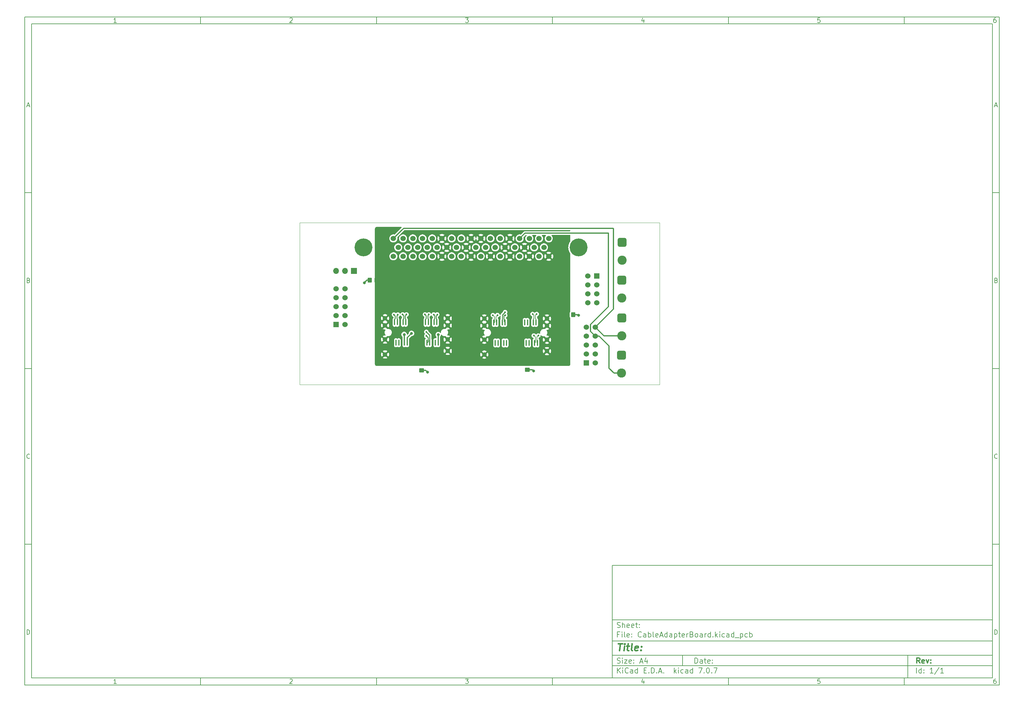
<source format=gbr>
%TF.GenerationSoftware,KiCad,Pcbnew,7.0.7*%
%TF.CreationDate,2023-10-12T14:51:16-07:00*%
%TF.ProjectId,CableAdapterBoard,4361626c-6541-4646-9170-746572426f61,rev?*%
%TF.SameCoordinates,Original*%
%TF.FileFunction,Copper,L1,Top*%
%TF.FilePolarity,Positive*%
%FSLAX46Y46*%
G04 Gerber Fmt 4.6, Leading zero omitted, Abs format (unit mm)*
G04 Created by KiCad (PCBNEW 7.0.7) date 2023-10-12 14:51:16*
%MOMM*%
%LPD*%
G01*
G04 APERTURE LIST*
G04 Aperture macros list*
%AMRoundRect*
0 Rectangle with rounded corners*
0 $1 Rounding radius*
0 $2 $3 $4 $5 $6 $7 $8 $9 X,Y pos of 4 corners*
0 Add a 4 corners polygon primitive as box body*
4,1,4,$2,$3,$4,$5,$6,$7,$8,$9,$2,$3,0*
0 Add four circle primitives for the rounded corners*
1,1,$1+$1,$2,$3*
1,1,$1+$1,$4,$5*
1,1,$1+$1,$6,$7*
1,1,$1+$1,$8,$9*
0 Add four rect primitives between the rounded corners*
20,1,$1+$1,$2,$3,$4,$5,0*
20,1,$1+$1,$4,$5,$6,$7,0*
20,1,$1+$1,$6,$7,$8,$9,0*
20,1,$1+$1,$8,$9,$2,$3,0*%
G04 Aperture macros list end*
%ADD10C,0.100000*%
%ADD11C,0.150000*%
%ADD12C,0.300000*%
%ADD13C,0.400000*%
%TA.AperFunction,ComponentPad*%
%ADD14R,1.700000X1.700000*%
%TD*%
%TA.AperFunction,ComponentPad*%
%ADD15O,1.700000X1.700000*%
%TD*%
%TA.AperFunction,SMDPad,CuDef*%
%ADD16O,0.350000X1.800000*%
%TD*%
%TA.AperFunction,ComponentPad*%
%ADD17C,1.308000*%
%TD*%
%TA.AperFunction,ComponentPad*%
%ADD18R,1.530000X1.530000*%
%TD*%
%TA.AperFunction,ComponentPad*%
%ADD19C,1.530000*%
%TD*%
%TA.AperFunction,ComponentPad*%
%ADD20RoundRect,0.650000X-0.650000X0.650000X-0.650000X-0.650000X0.650000X-0.650000X0.650000X0.650000X0*%
%TD*%
%TA.AperFunction,ComponentPad*%
%ADD21C,2.600000*%
%TD*%
%TA.AperFunction,SMDPad,CuDef*%
%ADD22RoundRect,0.250000X0.350000X0.450000X-0.350000X0.450000X-0.350000X-0.450000X0.350000X-0.450000X0*%
%TD*%
%TA.AperFunction,SMDPad,CuDef*%
%ADD23RoundRect,0.250000X-0.350000X-0.450000X0.350000X-0.450000X0.350000X0.450000X-0.350000X0.450000X0*%
%TD*%
%TA.AperFunction,SMDPad,CuDef*%
%ADD24RoundRect,0.250000X-0.450000X0.350000X-0.450000X-0.350000X0.450000X-0.350000X0.450000X0.350000X0*%
%TD*%
%TA.AperFunction,ComponentPad*%
%ADD25C,1.524000*%
%TD*%
%TA.AperFunction,ComponentPad*%
%ADD26C,5.080000*%
%TD*%
%TA.AperFunction,ViaPad*%
%ADD27C,0.800000*%
%TD*%
%TA.AperFunction,ViaPad*%
%ADD28C,0.520700*%
%TD*%
%TA.AperFunction,Conductor*%
%ADD29C,0.304800*%
%TD*%
%TA.AperFunction,Conductor*%
%ADD30C,0.228600*%
%TD*%
%TA.AperFunction,Conductor*%
%ADD31C,0.200000*%
%TD*%
%TA.AperFunction,Profile*%
%ADD32C,0.100000*%
%TD*%
G04 APERTURE END LIST*
D10*
D11*
X177002200Y-166007200D02*
X285002200Y-166007200D01*
X285002200Y-198007200D01*
X177002200Y-198007200D01*
X177002200Y-166007200D01*
D10*
D11*
X10000000Y-10000000D02*
X287002200Y-10000000D01*
X287002200Y-200007200D01*
X10000000Y-200007200D01*
X10000000Y-10000000D01*
D10*
D11*
X12000000Y-12000000D02*
X285002200Y-12000000D01*
X285002200Y-198007200D01*
X12000000Y-198007200D01*
X12000000Y-12000000D01*
D10*
D11*
X60000000Y-12000000D02*
X60000000Y-10000000D01*
D10*
D11*
X110000000Y-12000000D02*
X110000000Y-10000000D01*
D10*
D11*
X160000000Y-12000000D02*
X160000000Y-10000000D01*
D10*
D11*
X210000000Y-12000000D02*
X210000000Y-10000000D01*
D10*
D11*
X260000000Y-12000000D02*
X260000000Y-10000000D01*
D10*
D11*
X36089160Y-11593604D02*
X35346303Y-11593604D01*
X35717731Y-11593604D02*
X35717731Y-10293604D01*
X35717731Y-10293604D02*
X35593922Y-10479319D01*
X35593922Y-10479319D02*
X35470112Y-10603128D01*
X35470112Y-10603128D02*
X35346303Y-10665033D01*
D10*
D11*
X85346303Y-10417414D02*
X85408207Y-10355509D01*
X85408207Y-10355509D02*
X85532017Y-10293604D01*
X85532017Y-10293604D02*
X85841541Y-10293604D01*
X85841541Y-10293604D02*
X85965350Y-10355509D01*
X85965350Y-10355509D02*
X86027255Y-10417414D01*
X86027255Y-10417414D02*
X86089160Y-10541223D01*
X86089160Y-10541223D02*
X86089160Y-10665033D01*
X86089160Y-10665033D02*
X86027255Y-10850747D01*
X86027255Y-10850747D02*
X85284398Y-11593604D01*
X85284398Y-11593604D02*
X86089160Y-11593604D01*
D10*
D11*
X135284398Y-10293604D02*
X136089160Y-10293604D01*
X136089160Y-10293604D02*
X135655826Y-10788842D01*
X135655826Y-10788842D02*
X135841541Y-10788842D01*
X135841541Y-10788842D02*
X135965350Y-10850747D01*
X135965350Y-10850747D02*
X136027255Y-10912652D01*
X136027255Y-10912652D02*
X136089160Y-11036461D01*
X136089160Y-11036461D02*
X136089160Y-11345985D01*
X136089160Y-11345985D02*
X136027255Y-11469795D01*
X136027255Y-11469795D02*
X135965350Y-11531700D01*
X135965350Y-11531700D02*
X135841541Y-11593604D01*
X135841541Y-11593604D02*
X135470112Y-11593604D01*
X135470112Y-11593604D02*
X135346303Y-11531700D01*
X135346303Y-11531700D02*
X135284398Y-11469795D01*
D10*
D11*
X185965350Y-10726938D02*
X185965350Y-11593604D01*
X185655826Y-10231700D02*
X185346303Y-11160271D01*
X185346303Y-11160271D02*
X186151064Y-11160271D01*
D10*
D11*
X236027255Y-10293604D02*
X235408207Y-10293604D01*
X235408207Y-10293604D02*
X235346303Y-10912652D01*
X235346303Y-10912652D02*
X235408207Y-10850747D01*
X235408207Y-10850747D02*
X235532017Y-10788842D01*
X235532017Y-10788842D02*
X235841541Y-10788842D01*
X235841541Y-10788842D02*
X235965350Y-10850747D01*
X235965350Y-10850747D02*
X236027255Y-10912652D01*
X236027255Y-10912652D02*
X236089160Y-11036461D01*
X236089160Y-11036461D02*
X236089160Y-11345985D01*
X236089160Y-11345985D02*
X236027255Y-11469795D01*
X236027255Y-11469795D02*
X235965350Y-11531700D01*
X235965350Y-11531700D02*
X235841541Y-11593604D01*
X235841541Y-11593604D02*
X235532017Y-11593604D01*
X235532017Y-11593604D02*
X235408207Y-11531700D01*
X235408207Y-11531700D02*
X235346303Y-11469795D01*
D10*
D11*
X285965350Y-10293604D02*
X285717731Y-10293604D01*
X285717731Y-10293604D02*
X285593922Y-10355509D01*
X285593922Y-10355509D02*
X285532017Y-10417414D01*
X285532017Y-10417414D02*
X285408207Y-10603128D01*
X285408207Y-10603128D02*
X285346303Y-10850747D01*
X285346303Y-10850747D02*
X285346303Y-11345985D01*
X285346303Y-11345985D02*
X285408207Y-11469795D01*
X285408207Y-11469795D02*
X285470112Y-11531700D01*
X285470112Y-11531700D02*
X285593922Y-11593604D01*
X285593922Y-11593604D02*
X285841541Y-11593604D01*
X285841541Y-11593604D02*
X285965350Y-11531700D01*
X285965350Y-11531700D02*
X286027255Y-11469795D01*
X286027255Y-11469795D02*
X286089160Y-11345985D01*
X286089160Y-11345985D02*
X286089160Y-11036461D01*
X286089160Y-11036461D02*
X286027255Y-10912652D01*
X286027255Y-10912652D02*
X285965350Y-10850747D01*
X285965350Y-10850747D02*
X285841541Y-10788842D01*
X285841541Y-10788842D02*
X285593922Y-10788842D01*
X285593922Y-10788842D02*
X285470112Y-10850747D01*
X285470112Y-10850747D02*
X285408207Y-10912652D01*
X285408207Y-10912652D02*
X285346303Y-11036461D01*
D10*
D11*
X60000000Y-198007200D02*
X60000000Y-200007200D01*
D10*
D11*
X110000000Y-198007200D02*
X110000000Y-200007200D01*
D10*
D11*
X160000000Y-198007200D02*
X160000000Y-200007200D01*
D10*
D11*
X210000000Y-198007200D02*
X210000000Y-200007200D01*
D10*
D11*
X260000000Y-198007200D02*
X260000000Y-200007200D01*
D10*
D11*
X36089160Y-199600804D02*
X35346303Y-199600804D01*
X35717731Y-199600804D02*
X35717731Y-198300804D01*
X35717731Y-198300804D02*
X35593922Y-198486519D01*
X35593922Y-198486519D02*
X35470112Y-198610328D01*
X35470112Y-198610328D02*
X35346303Y-198672233D01*
D10*
D11*
X85346303Y-198424614D02*
X85408207Y-198362709D01*
X85408207Y-198362709D02*
X85532017Y-198300804D01*
X85532017Y-198300804D02*
X85841541Y-198300804D01*
X85841541Y-198300804D02*
X85965350Y-198362709D01*
X85965350Y-198362709D02*
X86027255Y-198424614D01*
X86027255Y-198424614D02*
X86089160Y-198548423D01*
X86089160Y-198548423D02*
X86089160Y-198672233D01*
X86089160Y-198672233D02*
X86027255Y-198857947D01*
X86027255Y-198857947D02*
X85284398Y-199600804D01*
X85284398Y-199600804D02*
X86089160Y-199600804D01*
D10*
D11*
X135284398Y-198300804D02*
X136089160Y-198300804D01*
X136089160Y-198300804D02*
X135655826Y-198796042D01*
X135655826Y-198796042D02*
X135841541Y-198796042D01*
X135841541Y-198796042D02*
X135965350Y-198857947D01*
X135965350Y-198857947D02*
X136027255Y-198919852D01*
X136027255Y-198919852D02*
X136089160Y-199043661D01*
X136089160Y-199043661D02*
X136089160Y-199353185D01*
X136089160Y-199353185D02*
X136027255Y-199476995D01*
X136027255Y-199476995D02*
X135965350Y-199538900D01*
X135965350Y-199538900D02*
X135841541Y-199600804D01*
X135841541Y-199600804D02*
X135470112Y-199600804D01*
X135470112Y-199600804D02*
X135346303Y-199538900D01*
X135346303Y-199538900D02*
X135284398Y-199476995D01*
D10*
D11*
X185965350Y-198734138D02*
X185965350Y-199600804D01*
X185655826Y-198238900D02*
X185346303Y-199167471D01*
X185346303Y-199167471D02*
X186151064Y-199167471D01*
D10*
D11*
X236027255Y-198300804D02*
X235408207Y-198300804D01*
X235408207Y-198300804D02*
X235346303Y-198919852D01*
X235346303Y-198919852D02*
X235408207Y-198857947D01*
X235408207Y-198857947D02*
X235532017Y-198796042D01*
X235532017Y-198796042D02*
X235841541Y-198796042D01*
X235841541Y-198796042D02*
X235965350Y-198857947D01*
X235965350Y-198857947D02*
X236027255Y-198919852D01*
X236027255Y-198919852D02*
X236089160Y-199043661D01*
X236089160Y-199043661D02*
X236089160Y-199353185D01*
X236089160Y-199353185D02*
X236027255Y-199476995D01*
X236027255Y-199476995D02*
X235965350Y-199538900D01*
X235965350Y-199538900D02*
X235841541Y-199600804D01*
X235841541Y-199600804D02*
X235532017Y-199600804D01*
X235532017Y-199600804D02*
X235408207Y-199538900D01*
X235408207Y-199538900D02*
X235346303Y-199476995D01*
D10*
D11*
X285965350Y-198300804D02*
X285717731Y-198300804D01*
X285717731Y-198300804D02*
X285593922Y-198362709D01*
X285593922Y-198362709D02*
X285532017Y-198424614D01*
X285532017Y-198424614D02*
X285408207Y-198610328D01*
X285408207Y-198610328D02*
X285346303Y-198857947D01*
X285346303Y-198857947D02*
X285346303Y-199353185D01*
X285346303Y-199353185D02*
X285408207Y-199476995D01*
X285408207Y-199476995D02*
X285470112Y-199538900D01*
X285470112Y-199538900D02*
X285593922Y-199600804D01*
X285593922Y-199600804D02*
X285841541Y-199600804D01*
X285841541Y-199600804D02*
X285965350Y-199538900D01*
X285965350Y-199538900D02*
X286027255Y-199476995D01*
X286027255Y-199476995D02*
X286089160Y-199353185D01*
X286089160Y-199353185D02*
X286089160Y-199043661D01*
X286089160Y-199043661D02*
X286027255Y-198919852D01*
X286027255Y-198919852D02*
X285965350Y-198857947D01*
X285965350Y-198857947D02*
X285841541Y-198796042D01*
X285841541Y-198796042D02*
X285593922Y-198796042D01*
X285593922Y-198796042D02*
X285470112Y-198857947D01*
X285470112Y-198857947D02*
X285408207Y-198919852D01*
X285408207Y-198919852D02*
X285346303Y-199043661D01*
D10*
D11*
X10000000Y-60000000D02*
X12000000Y-60000000D01*
D10*
D11*
X10000000Y-110000000D02*
X12000000Y-110000000D01*
D10*
D11*
X10000000Y-160000000D02*
X12000000Y-160000000D01*
D10*
D11*
X10690476Y-35222176D02*
X11309523Y-35222176D01*
X10566666Y-35593604D02*
X10999999Y-34293604D01*
X10999999Y-34293604D02*
X11433333Y-35593604D01*
D10*
D11*
X11092857Y-84912652D02*
X11278571Y-84974557D01*
X11278571Y-84974557D02*
X11340476Y-85036461D01*
X11340476Y-85036461D02*
X11402380Y-85160271D01*
X11402380Y-85160271D02*
X11402380Y-85345985D01*
X11402380Y-85345985D02*
X11340476Y-85469795D01*
X11340476Y-85469795D02*
X11278571Y-85531700D01*
X11278571Y-85531700D02*
X11154761Y-85593604D01*
X11154761Y-85593604D02*
X10659523Y-85593604D01*
X10659523Y-85593604D02*
X10659523Y-84293604D01*
X10659523Y-84293604D02*
X11092857Y-84293604D01*
X11092857Y-84293604D02*
X11216666Y-84355509D01*
X11216666Y-84355509D02*
X11278571Y-84417414D01*
X11278571Y-84417414D02*
X11340476Y-84541223D01*
X11340476Y-84541223D02*
X11340476Y-84665033D01*
X11340476Y-84665033D02*
X11278571Y-84788842D01*
X11278571Y-84788842D02*
X11216666Y-84850747D01*
X11216666Y-84850747D02*
X11092857Y-84912652D01*
X11092857Y-84912652D02*
X10659523Y-84912652D01*
D10*
D11*
X11402380Y-135469795D02*
X11340476Y-135531700D01*
X11340476Y-135531700D02*
X11154761Y-135593604D01*
X11154761Y-135593604D02*
X11030952Y-135593604D01*
X11030952Y-135593604D02*
X10845238Y-135531700D01*
X10845238Y-135531700D02*
X10721428Y-135407890D01*
X10721428Y-135407890D02*
X10659523Y-135284080D01*
X10659523Y-135284080D02*
X10597619Y-135036461D01*
X10597619Y-135036461D02*
X10597619Y-134850747D01*
X10597619Y-134850747D02*
X10659523Y-134603128D01*
X10659523Y-134603128D02*
X10721428Y-134479319D01*
X10721428Y-134479319D02*
X10845238Y-134355509D01*
X10845238Y-134355509D02*
X11030952Y-134293604D01*
X11030952Y-134293604D02*
X11154761Y-134293604D01*
X11154761Y-134293604D02*
X11340476Y-134355509D01*
X11340476Y-134355509D02*
X11402380Y-134417414D01*
D10*
D11*
X10659523Y-185593604D02*
X10659523Y-184293604D01*
X10659523Y-184293604D02*
X10969047Y-184293604D01*
X10969047Y-184293604D02*
X11154761Y-184355509D01*
X11154761Y-184355509D02*
X11278571Y-184479319D01*
X11278571Y-184479319D02*
X11340476Y-184603128D01*
X11340476Y-184603128D02*
X11402380Y-184850747D01*
X11402380Y-184850747D02*
X11402380Y-185036461D01*
X11402380Y-185036461D02*
X11340476Y-185284080D01*
X11340476Y-185284080D02*
X11278571Y-185407890D01*
X11278571Y-185407890D02*
X11154761Y-185531700D01*
X11154761Y-185531700D02*
X10969047Y-185593604D01*
X10969047Y-185593604D02*
X10659523Y-185593604D01*
D10*
D11*
X287002200Y-60000000D02*
X285002200Y-60000000D01*
D10*
D11*
X287002200Y-110000000D02*
X285002200Y-110000000D01*
D10*
D11*
X287002200Y-160000000D02*
X285002200Y-160000000D01*
D10*
D11*
X285692676Y-35222176D02*
X286311723Y-35222176D01*
X285568866Y-35593604D02*
X286002199Y-34293604D01*
X286002199Y-34293604D02*
X286435533Y-35593604D01*
D10*
D11*
X286095057Y-84912652D02*
X286280771Y-84974557D01*
X286280771Y-84974557D02*
X286342676Y-85036461D01*
X286342676Y-85036461D02*
X286404580Y-85160271D01*
X286404580Y-85160271D02*
X286404580Y-85345985D01*
X286404580Y-85345985D02*
X286342676Y-85469795D01*
X286342676Y-85469795D02*
X286280771Y-85531700D01*
X286280771Y-85531700D02*
X286156961Y-85593604D01*
X286156961Y-85593604D02*
X285661723Y-85593604D01*
X285661723Y-85593604D02*
X285661723Y-84293604D01*
X285661723Y-84293604D02*
X286095057Y-84293604D01*
X286095057Y-84293604D02*
X286218866Y-84355509D01*
X286218866Y-84355509D02*
X286280771Y-84417414D01*
X286280771Y-84417414D02*
X286342676Y-84541223D01*
X286342676Y-84541223D02*
X286342676Y-84665033D01*
X286342676Y-84665033D02*
X286280771Y-84788842D01*
X286280771Y-84788842D02*
X286218866Y-84850747D01*
X286218866Y-84850747D02*
X286095057Y-84912652D01*
X286095057Y-84912652D02*
X285661723Y-84912652D01*
D10*
D11*
X286404580Y-135469795D02*
X286342676Y-135531700D01*
X286342676Y-135531700D02*
X286156961Y-135593604D01*
X286156961Y-135593604D02*
X286033152Y-135593604D01*
X286033152Y-135593604D02*
X285847438Y-135531700D01*
X285847438Y-135531700D02*
X285723628Y-135407890D01*
X285723628Y-135407890D02*
X285661723Y-135284080D01*
X285661723Y-135284080D02*
X285599819Y-135036461D01*
X285599819Y-135036461D02*
X285599819Y-134850747D01*
X285599819Y-134850747D02*
X285661723Y-134603128D01*
X285661723Y-134603128D02*
X285723628Y-134479319D01*
X285723628Y-134479319D02*
X285847438Y-134355509D01*
X285847438Y-134355509D02*
X286033152Y-134293604D01*
X286033152Y-134293604D02*
X286156961Y-134293604D01*
X286156961Y-134293604D02*
X286342676Y-134355509D01*
X286342676Y-134355509D02*
X286404580Y-134417414D01*
D10*
D11*
X285661723Y-185593604D02*
X285661723Y-184293604D01*
X285661723Y-184293604D02*
X285971247Y-184293604D01*
X285971247Y-184293604D02*
X286156961Y-184355509D01*
X286156961Y-184355509D02*
X286280771Y-184479319D01*
X286280771Y-184479319D02*
X286342676Y-184603128D01*
X286342676Y-184603128D02*
X286404580Y-184850747D01*
X286404580Y-184850747D02*
X286404580Y-185036461D01*
X286404580Y-185036461D02*
X286342676Y-185284080D01*
X286342676Y-185284080D02*
X286280771Y-185407890D01*
X286280771Y-185407890D02*
X286156961Y-185531700D01*
X286156961Y-185531700D02*
X285971247Y-185593604D01*
X285971247Y-185593604D02*
X285661723Y-185593604D01*
D10*
D11*
X200458026Y-193793328D02*
X200458026Y-192293328D01*
X200458026Y-192293328D02*
X200815169Y-192293328D01*
X200815169Y-192293328D02*
X201029455Y-192364757D01*
X201029455Y-192364757D02*
X201172312Y-192507614D01*
X201172312Y-192507614D02*
X201243741Y-192650471D01*
X201243741Y-192650471D02*
X201315169Y-192936185D01*
X201315169Y-192936185D02*
X201315169Y-193150471D01*
X201315169Y-193150471D02*
X201243741Y-193436185D01*
X201243741Y-193436185D02*
X201172312Y-193579042D01*
X201172312Y-193579042D02*
X201029455Y-193721900D01*
X201029455Y-193721900D02*
X200815169Y-193793328D01*
X200815169Y-193793328D02*
X200458026Y-193793328D01*
X202600884Y-193793328D02*
X202600884Y-193007614D01*
X202600884Y-193007614D02*
X202529455Y-192864757D01*
X202529455Y-192864757D02*
X202386598Y-192793328D01*
X202386598Y-192793328D02*
X202100884Y-192793328D01*
X202100884Y-192793328D02*
X201958026Y-192864757D01*
X202600884Y-193721900D02*
X202458026Y-193793328D01*
X202458026Y-193793328D02*
X202100884Y-193793328D01*
X202100884Y-193793328D02*
X201958026Y-193721900D01*
X201958026Y-193721900D02*
X201886598Y-193579042D01*
X201886598Y-193579042D02*
X201886598Y-193436185D01*
X201886598Y-193436185D02*
X201958026Y-193293328D01*
X201958026Y-193293328D02*
X202100884Y-193221900D01*
X202100884Y-193221900D02*
X202458026Y-193221900D01*
X202458026Y-193221900D02*
X202600884Y-193150471D01*
X203100884Y-192793328D02*
X203672312Y-192793328D01*
X203315169Y-192293328D02*
X203315169Y-193579042D01*
X203315169Y-193579042D02*
X203386598Y-193721900D01*
X203386598Y-193721900D02*
X203529455Y-193793328D01*
X203529455Y-193793328D02*
X203672312Y-193793328D01*
X204743741Y-193721900D02*
X204600884Y-193793328D01*
X204600884Y-193793328D02*
X204315170Y-193793328D01*
X204315170Y-193793328D02*
X204172312Y-193721900D01*
X204172312Y-193721900D02*
X204100884Y-193579042D01*
X204100884Y-193579042D02*
X204100884Y-193007614D01*
X204100884Y-193007614D02*
X204172312Y-192864757D01*
X204172312Y-192864757D02*
X204315170Y-192793328D01*
X204315170Y-192793328D02*
X204600884Y-192793328D01*
X204600884Y-192793328D02*
X204743741Y-192864757D01*
X204743741Y-192864757D02*
X204815170Y-193007614D01*
X204815170Y-193007614D02*
X204815170Y-193150471D01*
X204815170Y-193150471D02*
X204100884Y-193293328D01*
X205458026Y-193650471D02*
X205529455Y-193721900D01*
X205529455Y-193721900D02*
X205458026Y-193793328D01*
X205458026Y-193793328D02*
X205386598Y-193721900D01*
X205386598Y-193721900D02*
X205458026Y-193650471D01*
X205458026Y-193650471D02*
X205458026Y-193793328D01*
X205458026Y-192864757D02*
X205529455Y-192936185D01*
X205529455Y-192936185D02*
X205458026Y-193007614D01*
X205458026Y-193007614D02*
X205386598Y-192936185D01*
X205386598Y-192936185D02*
X205458026Y-192864757D01*
X205458026Y-192864757D02*
X205458026Y-193007614D01*
D10*
D11*
X177002200Y-194507200D02*
X285002200Y-194507200D01*
D10*
D11*
X178458026Y-196593328D02*
X178458026Y-195093328D01*
X179315169Y-196593328D02*
X178672312Y-195736185D01*
X179315169Y-195093328D02*
X178458026Y-195950471D01*
X179958026Y-196593328D02*
X179958026Y-195593328D01*
X179958026Y-195093328D02*
X179886598Y-195164757D01*
X179886598Y-195164757D02*
X179958026Y-195236185D01*
X179958026Y-195236185D02*
X180029455Y-195164757D01*
X180029455Y-195164757D02*
X179958026Y-195093328D01*
X179958026Y-195093328D02*
X179958026Y-195236185D01*
X181529455Y-196450471D02*
X181458027Y-196521900D01*
X181458027Y-196521900D02*
X181243741Y-196593328D01*
X181243741Y-196593328D02*
X181100884Y-196593328D01*
X181100884Y-196593328D02*
X180886598Y-196521900D01*
X180886598Y-196521900D02*
X180743741Y-196379042D01*
X180743741Y-196379042D02*
X180672312Y-196236185D01*
X180672312Y-196236185D02*
X180600884Y-195950471D01*
X180600884Y-195950471D02*
X180600884Y-195736185D01*
X180600884Y-195736185D02*
X180672312Y-195450471D01*
X180672312Y-195450471D02*
X180743741Y-195307614D01*
X180743741Y-195307614D02*
X180886598Y-195164757D01*
X180886598Y-195164757D02*
X181100884Y-195093328D01*
X181100884Y-195093328D02*
X181243741Y-195093328D01*
X181243741Y-195093328D02*
X181458027Y-195164757D01*
X181458027Y-195164757D02*
X181529455Y-195236185D01*
X182815170Y-196593328D02*
X182815170Y-195807614D01*
X182815170Y-195807614D02*
X182743741Y-195664757D01*
X182743741Y-195664757D02*
X182600884Y-195593328D01*
X182600884Y-195593328D02*
X182315170Y-195593328D01*
X182315170Y-195593328D02*
X182172312Y-195664757D01*
X182815170Y-196521900D02*
X182672312Y-196593328D01*
X182672312Y-196593328D02*
X182315170Y-196593328D01*
X182315170Y-196593328D02*
X182172312Y-196521900D01*
X182172312Y-196521900D02*
X182100884Y-196379042D01*
X182100884Y-196379042D02*
X182100884Y-196236185D01*
X182100884Y-196236185D02*
X182172312Y-196093328D01*
X182172312Y-196093328D02*
X182315170Y-196021900D01*
X182315170Y-196021900D02*
X182672312Y-196021900D01*
X182672312Y-196021900D02*
X182815170Y-195950471D01*
X184172313Y-196593328D02*
X184172313Y-195093328D01*
X184172313Y-196521900D02*
X184029455Y-196593328D01*
X184029455Y-196593328D02*
X183743741Y-196593328D01*
X183743741Y-196593328D02*
X183600884Y-196521900D01*
X183600884Y-196521900D02*
X183529455Y-196450471D01*
X183529455Y-196450471D02*
X183458027Y-196307614D01*
X183458027Y-196307614D02*
X183458027Y-195879042D01*
X183458027Y-195879042D02*
X183529455Y-195736185D01*
X183529455Y-195736185D02*
X183600884Y-195664757D01*
X183600884Y-195664757D02*
X183743741Y-195593328D01*
X183743741Y-195593328D02*
X184029455Y-195593328D01*
X184029455Y-195593328D02*
X184172313Y-195664757D01*
X186029455Y-195807614D02*
X186529455Y-195807614D01*
X186743741Y-196593328D02*
X186029455Y-196593328D01*
X186029455Y-196593328D02*
X186029455Y-195093328D01*
X186029455Y-195093328D02*
X186743741Y-195093328D01*
X187386598Y-196450471D02*
X187458027Y-196521900D01*
X187458027Y-196521900D02*
X187386598Y-196593328D01*
X187386598Y-196593328D02*
X187315170Y-196521900D01*
X187315170Y-196521900D02*
X187386598Y-196450471D01*
X187386598Y-196450471D02*
X187386598Y-196593328D01*
X188100884Y-196593328D02*
X188100884Y-195093328D01*
X188100884Y-195093328D02*
X188458027Y-195093328D01*
X188458027Y-195093328D02*
X188672313Y-195164757D01*
X188672313Y-195164757D02*
X188815170Y-195307614D01*
X188815170Y-195307614D02*
X188886599Y-195450471D01*
X188886599Y-195450471D02*
X188958027Y-195736185D01*
X188958027Y-195736185D02*
X188958027Y-195950471D01*
X188958027Y-195950471D02*
X188886599Y-196236185D01*
X188886599Y-196236185D02*
X188815170Y-196379042D01*
X188815170Y-196379042D02*
X188672313Y-196521900D01*
X188672313Y-196521900D02*
X188458027Y-196593328D01*
X188458027Y-196593328D02*
X188100884Y-196593328D01*
X189600884Y-196450471D02*
X189672313Y-196521900D01*
X189672313Y-196521900D02*
X189600884Y-196593328D01*
X189600884Y-196593328D02*
X189529456Y-196521900D01*
X189529456Y-196521900D02*
X189600884Y-196450471D01*
X189600884Y-196450471D02*
X189600884Y-196593328D01*
X190243742Y-196164757D02*
X190958028Y-196164757D01*
X190100885Y-196593328D02*
X190600885Y-195093328D01*
X190600885Y-195093328D02*
X191100885Y-196593328D01*
X191600884Y-196450471D02*
X191672313Y-196521900D01*
X191672313Y-196521900D02*
X191600884Y-196593328D01*
X191600884Y-196593328D02*
X191529456Y-196521900D01*
X191529456Y-196521900D02*
X191600884Y-196450471D01*
X191600884Y-196450471D02*
X191600884Y-196593328D01*
X194600884Y-196593328D02*
X194600884Y-195093328D01*
X194743742Y-196021900D02*
X195172313Y-196593328D01*
X195172313Y-195593328D02*
X194600884Y-196164757D01*
X195815170Y-196593328D02*
X195815170Y-195593328D01*
X195815170Y-195093328D02*
X195743742Y-195164757D01*
X195743742Y-195164757D02*
X195815170Y-195236185D01*
X195815170Y-195236185D02*
X195886599Y-195164757D01*
X195886599Y-195164757D02*
X195815170Y-195093328D01*
X195815170Y-195093328D02*
X195815170Y-195236185D01*
X197172314Y-196521900D02*
X197029456Y-196593328D01*
X197029456Y-196593328D02*
X196743742Y-196593328D01*
X196743742Y-196593328D02*
X196600885Y-196521900D01*
X196600885Y-196521900D02*
X196529456Y-196450471D01*
X196529456Y-196450471D02*
X196458028Y-196307614D01*
X196458028Y-196307614D02*
X196458028Y-195879042D01*
X196458028Y-195879042D02*
X196529456Y-195736185D01*
X196529456Y-195736185D02*
X196600885Y-195664757D01*
X196600885Y-195664757D02*
X196743742Y-195593328D01*
X196743742Y-195593328D02*
X197029456Y-195593328D01*
X197029456Y-195593328D02*
X197172314Y-195664757D01*
X198458028Y-196593328D02*
X198458028Y-195807614D01*
X198458028Y-195807614D02*
X198386599Y-195664757D01*
X198386599Y-195664757D02*
X198243742Y-195593328D01*
X198243742Y-195593328D02*
X197958028Y-195593328D01*
X197958028Y-195593328D02*
X197815170Y-195664757D01*
X198458028Y-196521900D02*
X198315170Y-196593328D01*
X198315170Y-196593328D02*
X197958028Y-196593328D01*
X197958028Y-196593328D02*
X197815170Y-196521900D01*
X197815170Y-196521900D02*
X197743742Y-196379042D01*
X197743742Y-196379042D02*
X197743742Y-196236185D01*
X197743742Y-196236185D02*
X197815170Y-196093328D01*
X197815170Y-196093328D02*
X197958028Y-196021900D01*
X197958028Y-196021900D02*
X198315170Y-196021900D01*
X198315170Y-196021900D02*
X198458028Y-195950471D01*
X199815171Y-196593328D02*
X199815171Y-195093328D01*
X199815171Y-196521900D02*
X199672313Y-196593328D01*
X199672313Y-196593328D02*
X199386599Y-196593328D01*
X199386599Y-196593328D02*
X199243742Y-196521900D01*
X199243742Y-196521900D02*
X199172313Y-196450471D01*
X199172313Y-196450471D02*
X199100885Y-196307614D01*
X199100885Y-196307614D02*
X199100885Y-195879042D01*
X199100885Y-195879042D02*
X199172313Y-195736185D01*
X199172313Y-195736185D02*
X199243742Y-195664757D01*
X199243742Y-195664757D02*
X199386599Y-195593328D01*
X199386599Y-195593328D02*
X199672313Y-195593328D01*
X199672313Y-195593328D02*
X199815171Y-195664757D01*
X201529456Y-195093328D02*
X202529456Y-195093328D01*
X202529456Y-195093328D02*
X201886599Y-196593328D01*
X203100884Y-196450471D02*
X203172313Y-196521900D01*
X203172313Y-196521900D02*
X203100884Y-196593328D01*
X203100884Y-196593328D02*
X203029456Y-196521900D01*
X203029456Y-196521900D02*
X203100884Y-196450471D01*
X203100884Y-196450471D02*
X203100884Y-196593328D01*
X204100885Y-195093328D02*
X204243742Y-195093328D01*
X204243742Y-195093328D02*
X204386599Y-195164757D01*
X204386599Y-195164757D02*
X204458028Y-195236185D01*
X204458028Y-195236185D02*
X204529456Y-195379042D01*
X204529456Y-195379042D02*
X204600885Y-195664757D01*
X204600885Y-195664757D02*
X204600885Y-196021900D01*
X204600885Y-196021900D02*
X204529456Y-196307614D01*
X204529456Y-196307614D02*
X204458028Y-196450471D01*
X204458028Y-196450471D02*
X204386599Y-196521900D01*
X204386599Y-196521900D02*
X204243742Y-196593328D01*
X204243742Y-196593328D02*
X204100885Y-196593328D01*
X204100885Y-196593328D02*
X203958028Y-196521900D01*
X203958028Y-196521900D02*
X203886599Y-196450471D01*
X203886599Y-196450471D02*
X203815170Y-196307614D01*
X203815170Y-196307614D02*
X203743742Y-196021900D01*
X203743742Y-196021900D02*
X203743742Y-195664757D01*
X203743742Y-195664757D02*
X203815170Y-195379042D01*
X203815170Y-195379042D02*
X203886599Y-195236185D01*
X203886599Y-195236185D02*
X203958028Y-195164757D01*
X203958028Y-195164757D02*
X204100885Y-195093328D01*
X205243741Y-196450471D02*
X205315170Y-196521900D01*
X205315170Y-196521900D02*
X205243741Y-196593328D01*
X205243741Y-196593328D02*
X205172313Y-196521900D01*
X205172313Y-196521900D02*
X205243741Y-196450471D01*
X205243741Y-196450471D02*
X205243741Y-196593328D01*
X205815170Y-195093328D02*
X206815170Y-195093328D01*
X206815170Y-195093328D02*
X206172313Y-196593328D01*
D10*
D11*
X177002200Y-191507200D02*
X285002200Y-191507200D01*
D10*
D12*
X264413853Y-193785528D02*
X263913853Y-193071242D01*
X263556710Y-193785528D02*
X263556710Y-192285528D01*
X263556710Y-192285528D02*
X264128139Y-192285528D01*
X264128139Y-192285528D02*
X264270996Y-192356957D01*
X264270996Y-192356957D02*
X264342425Y-192428385D01*
X264342425Y-192428385D02*
X264413853Y-192571242D01*
X264413853Y-192571242D02*
X264413853Y-192785528D01*
X264413853Y-192785528D02*
X264342425Y-192928385D01*
X264342425Y-192928385D02*
X264270996Y-192999814D01*
X264270996Y-192999814D02*
X264128139Y-193071242D01*
X264128139Y-193071242D02*
X263556710Y-193071242D01*
X265628139Y-193714100D02*
X265485282Y-193785528D01*
X265485282Y-193785528D02*
X265199568Y-193785528D01*
X265199568Y-193785528D02*
X265056710Y-193714100D01*
X265056710Y-193714100D02*
X264985282Y-193571242D01*
X264985282Y-193571242D02*
X264985282Y-192999814D01*
X264985282Y-192999814D02*
X265056710Y-192856957D01*
X265056710Y-192856957D02*
X265199568Y-192785528D01*
X265199568Y-192785528D02*
X265485282Y-192785528D01*
X265485282Y-192785528D02*
X265628139Y-192856957D01*
X265628139Y-192856957D02*
X265699568Y-192999814D01*
X265699568Y-192999814D02*
X265699568Y-193142671D01*
X265699568Y-193142671D02*
X264985282Y-193285528D01*
X266199567Y-192785528D02*
X266556710Y-193785528D01*
X266556710Y-193785528D02*
X266913853Y-192785528D01*
X267485281Y-193642671D02*
X267556710Y-193714100D01*
X267556710Y-193714100D02*
X267485281Y-193785528D01*
X267485281Y-193785528D02*
X267413853Y-193714100D01*
X267413853Y-193714100D02*
X267485281Y-193642671D01*
X267485281Y-193642671D02*
X267485281Y-193785528D01*
X267485281Y-192856957D02*
X267556710Y-192928385D01*
X267556710Y-192928385D02*
X267485281Y-192999814D01*
X267485281Y-192999814D02*
X267413853Y-192928385D01*
X267413853Y-192928385D02*
X267485281Y-192856957D01*
X267485281Y-192856957D02*
X267485281Y-192999814D01*
D10*
D11*
X178386598Y-193721900D02*
X178600884Y-193793328D01*
X178600884Y-193793328D02*
X178958026Y-193793328D01*
X178958026Y-193793328D02*
X179100884Y-193721900D01*
X179100884Y-193721900D02*
X179172312Y-193650471D01*
X179172312Y-193650471D02*
X179243741Y-193507614D01*
X179243741Y-193507614D02*
X179243741Y-193364757D01*
X179243741Y-193364757D02*
X179172312Y-193221900D01*
X179172312Y-193221900D02*
X179100884Y-193150471D01*
X179100884Y-193150471D02*
X178958026Y-193079042D01*
X178958026Y-193079042D02*
X178672312Y-193007614D01*
X178672312Y-193007614D02*
X178529455Y-192936185D01*
X178529455Y-192936185D02*
X178458026Y-192864757D01*
X178458026Y-192864757D02*
X178386598Y-192721900D01*
X178386598Y-192721900D02*
X178386598Y-192579042D01*
X178386598Y-192579042D02*
X178458026Y-192436185D01*
X178458026Y-192436185D02*
X178529455Y-192364757D01*
X178529455Y-192364757D02*
X178672312Y-192293328D01*
X178672312Y-192293328D02*
X179029455Y-192293328D01*
X179029455Y-192293328D02*
X179243741Y-192364757D01*
X179886597Y-193793328D02*
X179886597Y-192793328D01*
X179886597Y-192293328D02*
X179815169Y-192364757D01*
X179815169Y-192364757D02*
X179886597Y-192436185D01*
X179886597Y-192436185D02*
X179958026Y-192364757D01*
X179958026Y-192364757D02*
X179886597Y-192293328D01*
X179886597Y-192293328D02*
X179886597Y-192436185D01*
X180458026Y-192793328D02*
X181243741Y-192793328D01*
X181243741Y-192793328D02*
X180458026Y-193793328D01*
X180458026Y-193793328D02*
X181243741Y-193793328D01*
X182386598Y-193721900D02*
X182243741Y-193793328D01*
X182243741Y-193793328D02*
X181958027Y-193793328D01*
X181958027Y-193793328D02*
X181815169Y-193721900D01*
X181815169Y-193721900D02*
X181743741Y-193579042D01*
X181743741Y-193579042D02*
X181743741Y-193007614D01*
X181743741Y-193007614D02*
X181815169Y-192864757D01*
X181815169Y-192864757D02*
X181958027Y-192793328D01*
X181958027Y-192793328D02*
X182243741Y-192793328D01*
X182243741Y-192793328D02*
X182386598Y-192864757D01*
X182386598Y-192864757D02*
X182458027Y-193007614D01*
X182458027Y-193007614D02*
X182458027Y-193150471D01*
X182458027Y-193150471D02*
X181743741Y-193293328D01*
X183100883Y-193650471D02*
X183172312Y-193721900D01*
X183172312Y-193721900D02*
X183100883Y-193793328D01*
X183100883Y-193793328D02*
X183029455Y-193721900D01*
X183029455Y-193721900D02*
X183100883Y-193650471D01*
X183100883Y-193650471D02*
X183100883Y-193793328D01*
X183100883Y-192864757D02*
X183172312Y-192936185D01*
X183172312Y-192936185D02*
X183100883Y-193007614D01*
X183100883Y-193007614D02*
X183029455Y-192936185D01*
X183029455Y-192936185D02*
X183100883Y-192864757D01*
X183100883Y-192864757D02*
X183100883Y-193007614D01*
X184886598Y-193364757D02*
X185600884Y-193364757D01*
X184743741Y-193793328D02*
X185243741Y-192293328D01*
X185243741Y-192293328D02*
X185743741Y-193793328D01*
X186886598Y-192793328D02*
X186886598Y-193793328D01*
X186529455Y-192221900D02*
X186172312Y-193293328D01*
X186172312Y-193293328D02*
X187100883Y-193293328D01*
D10*
D11*
X263458026Y-196593328D02*
X263458026Y-195093328D01*
X264815170Y-196593328D02*
X264815170Y-195093328D01*
X264815170Y-196521900D02*
X264672312Y-196593328D01*
X264672312Y-196593328D02*
X264386598Y-196593328D01*
X264386598Y-196593328D02*
X264243741Y-196521900D01*
X264243741Y-196521900D02*
X264172312Y-196450471D01*
X264172312Y-196450471D02*
X264100884Y-196307614D01*
X264100884Y-196307614D02*
X264100884Y-195879042D01*
X264100884Y-195879042D02*
X264172312Y-195736185D01*
X264172312Y-195736185D02*
X264243741Y-195664757D01*
X264243741Y-195664757D02*
X264386598Y-195593328D01*
X264386598Y-195593328D02*
X264672312Y-195593328D01*
X264672312Y-195593328D02*
X264815170Y-195664757D01*
X265529455Y-196450471D02*
X265600884Y-196521900D01*
X265600884Y-196521900D02*
X265529455Y-196593328D01*
X265529455Y-196593328D02*
X265458027Y-196521900D01*
X265458027Y-196521900D02*
X265529455Y-196450471D01*
X265529455Y-196450471D02*
X265529455Y-196593328D01*
X265529455Y-195664757D02*
X265600884Y-195736185D01*
X265600884Y-195736185D02*
X265529455Y-195807614D01*
X265529455Y-195807614D02*
X265458027Y-195736185D01*
X265458027Y-195736185D02*
X265529455Y-195664757D01*
X265529455Y-195664757D02*
X265529455Y-195807614D01*
X268172313Y-196593328D02*
X267315170Y-196593328D01*
X267743741Y-196593328D02*
X267743741Y-195093328D01*
X267743741Y-195093328D02*
X267600884Y-195307614D01*
X267600884Y-195307614D02*
X267458027Y-195450471D01*
X267458027Y-195450471D02*
X267315170Y-195521900D01*
X269886598Y-195021900D02*
X268600884Y-196950471D01*
X271172313Y-196593328D02*
X270315170Y-196593328D01*
X270743741Y-196593328D02*
X270743741Y-195093328D01*
X270743741Y-195093328D02*
X270600884Y-195307614D01*
X270600884Y-195307614D02*
X270458027Y-195450471D01*
X270458027Y-195450471D02*
X270315170Y-195521900D01*
D10*
D11*
X177002200Y-187507200D02*
X285002200Y-187507200D01*
D10*
D13*
X178693928Y-188211638D02*
X179836785Y-188211638D01*
X179015357Y-190211638D02*
X179265357Y-188211638D01*
X180253452Y-190211638D02*
X180420119Y-188878304D01*
X180503452Y-188211638D02*
X180396309Y-188306876D01*
X180396309Y-188306876D02*
X180479643Y-188402114D01*
X180479643Y-188402114D02*
X180586786Y-188306876D01*
X180586786Y-188306876D02*
X180503452Y-188211638D01*
X180503452Y-188211638D02*
X180479643Y-188402114D01*
X181086786Y-188878304D02*
X181848690Y-188878304D01*
X181455833Y-188211638D02*
X181241548Y-189925923D01*
X181241548Y-189925923D02*
X181312976Y-190116400D01*
X181312976Y-190116400D02*
X181491548Y-190211638D01*
X181491548Y-190211638D02*
X181682024Y-190211638D01*
X182634405Y-190211638D02*
X182455833Y-190116400D01*
X182455833Y-190116400D02*
X182384405Y-189925923D01*
X182384405Y-189925923D02*
X182598690Y-188211638D01*
X184170119Y-190116400D02*
X183967738Y-190211638D01*
X183967738Y-190211638D02*
X183586785Y-190211638D01*
X183586785Y-190211638D02*
X183408214Y-190116400D01*
X183408214Y-190116400D02*
X183336785Y-189925923D01*
X183336785Y-189925923D02*
X183432024Y-189164019D01*
X183432024Y-189164019D02*
X183551071Y-188973542D01*
X183551071Y-188973542D02*
X183753452Y-188878304D01*
X183753452Y-188878304D02*
X184134404Y-188878304D01*
X184134404Y-188878304D02*
X184312976Y-188973542D01*
X184312976Y-188973542D02*
X184384404Y-189164019D01*
X184384404Y-189164019D02*
X184360595Y-189354495D01*
X184360595Y-189354495D02*
X183384404Y-189544971D01*
X185134405Y-190021161D02*
X185217738Y-190116400D01*
X185217738Y-190116400D02*
X185110595Y-190211638D01*
X185110595Y-190211638D02*
X185027262Y-190116400D01*
X185027262Y-190116400D02*
X185134405Y-190021161D01*
X185134405Y-190021161D02*
X185110595Y-190211638D01*
X185265357Y-188973542D02*
X185348690Y-189068780D01*
X185348690Y-189068780D02*
X185241548Y-189164019D01*
X185241548Y-189164019D02*
X185158214Y-189068780D01*
X185158214Y-189068780D02*
X185265357Y-188973542D01*
X185265357Y-188973542D02*
X185241548Y-189164019D01*
D10*
D11*
X178958026Y-185607614D02*
X178458026Y-185607614D01*
X178458026Y-186393328D02*
X178458026Y-184893328D01*
X178458026Y-184893328D02*
X179172312Y-184893328D01*
X179743740Y-186393328D02*
X179743740Y-185393328D01*
X179743740Y-184893328D02*
X179672312Y-184964757D01*
X179672312Y-184964757D02*
X179743740Y-185036185D01*
X179743740Y-185036185D02*
X179815169Y-184964757D01*
X179815169Y-184964757D02*
X179743740Y-184893328D01*
X179743740Y-184893328D02*
X179743740Y-185036185D01*
X180672312Y-186393328D02*
X180529455Y-186321900D01*
X180529455Y-186321900D02*
X180458026Y-186179042D01*
X180458026Y-186179042D02*
X180458026Y-184893328D01*
X181815169Y-186321900D02*
X181672312Y-186393328D01*
X181672312Y-186393328D02*
X181386598Y-186393328D01*
X181386598Y-186393328D02*
X181243740Y-186321900D01*
X181243740Y-186321900D02*
X181172312Y-186179042D01*
X181172312Y-186179042D02*
X181172312Y-185607614D01*
X181172312Y-185607614D02*
X181243740Y-185464757D01*
X181243740Y-185464757D02*
X181386598Y-185393328D01*
X181386598Y-185393328D02*
X181672312Y-185393328D01*
X181672312Y-185393328D02*
X181815169Y-185464757D01*
X181815169Y-185464757D02*
X181886598Y-185607614D01*
X181886598Y-185607614D02*
X181886598Y-185750471D01*
X181886598Y-185750471D02*
X181172312Y-185893328D01*
X182529454Y-186250471D02*
X182600883Y-186321900D01*
X182600883Y-186321900D02*
X182529454Y-186393328D01*
X182529454Y-186393328D02*
X182458026Y-186321900D01*
X182458026Y-186321900D02*
X182529454Y-186250471D01*
X182529454Y-186250471D02*
X182529454Y-186393328D01*
X182529454Y-185464757D02*
X182600883Y-185536185D01*
X182600883Y-185536185D02*
X182529454Y-185607614D01*
X182529454Y-185607614D02*
X182458026Y-185536185D01*
X182458026Y-185536185D02*
X182529454Y-185464757D01*
X182529454Y-185464757D02*
X182529454Y-185607614D01*
X185243740Y-186250471D02*
X185172312Y-186321900D01*
X185172312Y-186321900D02*
X184958026Y-186393328D01*
X184958026Y-186393328D02*
X184815169Y-186393328D01*
X184815169Y-186393328D02*
X184600883Y-186321900D01*
X184600883Y-186321900D02*
X184458026Y-186179042D01*
X184458026Y-186179042D02*
X184386597Y-186036185D01*
X184386597Y-186036185D02*
X184315169Y-185750471D01*
X184315169Y-185750471D02*
X184315169Y-185536185D01*
X184315169Y-185536185D02*
X184386597Y-185250471D01*
X184386597Y-185250471D02*
X184458026Y-185107614D01*
X184458026Y-185107614D02*
X184600883Y-184964757D01*
X184600883Y-184964757D02*
X184815169Y-184893328D01*
X184815169Y-184893328D02*
X184958026Y-184893328D01*
X184958026Y-184893328D02*
X185172312Y-184964757D01*
X185172312Y-184964757D02*
X185243740Y-185036185D01*
X186529455Y-186393328D02*
X186529455Y-185607614D01*
X186529455Y-185607614D02*
X186458026Y-185464757D01*
X186458026Y-185464757D02*
X186315169Y-185393328D01*
X186315169Y-185393328D02*
X186029455Y-185393328D01*
X186029455Y-185393328D02*
X185886597Y-185464757D01*
X186529455Y-186321900D02*
X186386597Y-186393328D01*
X186386597Y-186393328D02*
X186029455Y-186393328D01*
X186029455Y-186393328D02*
X185886597Y-186321900D01*
X185886597Y-186321900D02*
X185815169Y-186179042D01*
X185815169Y-186179042D02*
X185815169Y-186036185D01*
X185815169Y-186036185D02*
X185886597Y-185893328D01*
X185886597Y-185893328D02*
X186029455Y-185821900D01*
X186029455Y-185821900D02*
X186386597Y-185821900D01*
X186386597Y-185821900D02*
X186529455Y-185750471D01*
X187243740Y-186393328D02*
X187243740Y-184893328D01*
X187243740Y-185464757D02*
X187386598Y-185393328D01*
X187386598Y-185393328D02*
X187672312Y-185393328D01*
X187672312Y-185393328D02*
X187815169Y-185464757D01*
X187815169Y-185464757D02*
X187886598Y-185536185D01*
X187886598Y-185536185D02*
X187958026Y-185679042D01*
X187958026Y-185679042D02*
X187958026Y-186107614D01*
X187958026Y-186107614D02*
X187886598Y-186250471D01*
X187886598Y-186250471D02*
X187815169Y-186321900D01*
X187815169Y-186321900D02*
X187672312Y-186393328D01*
X187672312Y-186393328D02*
X187386598Y-186393328D01*
X187386598Y-186393328D02*
X187243740Y-186321900D01*
X188815169Y-186393328D02*
X188672312Y-186321900D01*
X188672312Y-186321900D02*
X188600883Y-186179042D01*
X188600883Y-186179042D02*
X188600883Y-184893328D01*
X189958026Y-186321900D02*
X189815169Y-186393328D01*
X189815169Y-186393328D02*
X189529455Y-186393328D01*
X189529455Y-186393328D02*
X189386597Y-186321900D01*
X189386597Y-186321900D02*
X189315169Y-186179042D01*
X189315169Y-186179042D02*
X189315169Y-185607614D01*
X189315169Y-185607614D02*
X189386597Y-185464757D01*
X189386597Y-185464757D02*
X189529455Y-185393328D01*
X189529455Y-185393328D02*
X189815169Y-185393328D01*
X189815169Y-185393328D02*
X189958026Y-185464757D01*
X189958026Y-185464757D02*
X190029455Y-185607614D01*
X190029455Y-185607614D02*
X190029455Y-185750471D01*
X190029455Y-185750471D02*
X189315169Y-185893328D01*
X190600883Y-185964757D02*
X191315169Y-185964757D01*
X190458026Y-186393328D02*
X190958026Y-184893328D01*
X190958026Y-184893328D02*
X191458026Y-186393328D01*
X192600883Y-186393328D02*
X192600883Y-184893328D01*
X192600883Y-186321900D02*
X192458025Y-186393328D01*
X192458025Y-186393328D02*
X192172311Y-186393328D01*
X192172311Y-186393328D02*
X192029454Y-186321900D01*
X192029454Y-186321900D02*
X191958025Y-186250471D01*
X191958025Y-186250471D02*
X191886597Y-186107614D01*
X191886597Y-186107614D02*
X191886597Y-185679042D01*
X191886597Y-185679042D02*
X191958025Y-185536185D01*
X191958025Y-185536185D02*
X192029454Y-185464757D01*
X192029454Y-185464757D02*
X192172311Y-185393328D01*
X192172311Y-185393328D02*
X192458025Y-185393328D01*
X192458025Y-185393328D02*
X192600883Y-185464757D01*
X193958026Y-186393328D02*
X193958026Y-185607614D01*
X193958026Y-185607614D02*
X193886597Y-185464757D01*
X193886597Y-185464757D02*
X193743740Y-185393328D01*
X193743740Y-185393328D02*
X193458026Y-185393328D01*
X193458026Y-185393328D02*
X193315168Y-185464757D01*
X193958026Y-186321900D02*
X193815168Y-186393328D01*
X193815168Y-186393328D02*
X193458026Y-186393328D01*
X193458026Y-186393328D02*
X193315168Y-186321900D01*
X193315168Y-186321900D02*
X193243740Y-186179042D01*
X193243740Y-186179042D02*
X193243740Y-186036185D01*
X193243740Y-186036185D02*
X193315168Y-185893328D01*
X193315168Y-185893328D02*
X193458026Y-185821900D01*
X193458026Y-185821900D02*
X193815168Y-185821900D01*
X193815168Y-185821900D02*
X193958026Y-185750471D01*
X194672311Y-185393328D02*
X194672311Y-186893328D01*
X194672311Y-185464757D02*
X194815169Y-185393328D01*
X194815169Y-185393328D02*
X195100883Y-185393328D01*
X195100883Y-185393328D02*
X195243740Y-185464757D01*
X195243740Y-185464757D02*
X195315169Y-185536185D01*
X195315169Y-185536185D02*
X195386597Y-185679042D01*
X195386597Y-185679042D02*
X195386597Y-186107614D01*
X195386597Y-186107614D02*
X195315169Y-186250471D01*
X195315169Y-186250471D02*
X195243740Y-186321900D01*
X195243740Y-186321900D02*
X195100883Y-186393328D01*
X195100883Y-186393328D02*
X194815169Y-186393328D01*
X194815169Y-186393328D02*
X194672311Y-186321900D01*
X195815169Y-185393328D02*
X196386597Y-185393328D01*
X196029454Y-184893328D02*
X196029454Y-186179042D01*
X196029454Y-186179042D02*
X196100883Y-186321900D01*
X196100883Y-186321900D02*
X196243740Y-186393328D01*
X196243740Y-186393328D02*
X196386597Y-186393328D01*
X197458026Y-186321900D02*
X197315169Y-186393328D01*
X197315169Y-186393328D02*
X197029455Y-186393328D01*
X197029455Y-186393328D02*
X196886597Y-186321900D01*
X196886597Y-186321900D02*
X196815169Y-186179042D01*
X196815169Y-186179042D02*
X196815169Y-185607614D01*
X196815169Y-185607614D02*
X196886597Y-185464757D01*
X196886597Y-185464757D02*
X197029455Y-185393328D01*
X197029455Y-185393328D02*
X197315169Y-185393328D01*
X197315169Y-185393328D02*
X197458026Y-185464757D01*
X197458026Y-185464757D02*
X197529455Y-185607614D01*
X197529455Y-185607614D02*
X197529455Y-185750471D01*
X197529455Y-185750471D02*
X196815169Y-185893328D01*
X198172311Y-186393328D02*
X198172311Y-185393328D01*
X198172311Y-185679042D02*
X198243740Y-185536185D01*
X198243740Y-185536185D02*
X198315169Y-185464757D01*
X198315169Y-185464757D02*
X198458026Y-185393328D01*
X198458026Y-185393328D02*
X198600883Y-185393328D01*
X199600882Y-185607614D02*
X199815168Y-185679042D01*
X199815168Y-185679042D02*
X199886597Y-185750471D01*
X199886597Y-185750471D02*
X199958025Y-185893328D01*
X199958025Y-185893328D02*
X199958025Y-186107614D01*
X199958025Y-186107614D02*
X199886597Y-186250471D01*
X199886597Y-186250471D02*
X199815168Y-186321900D01*
X199815168Y-186321900D02*
X199672311Y-186393328D01*
X199672311Y-186393328D02*
X199100882Y-186393328D01*
X199100882Y-186393328D02*
X199100882Y-184893328D01*
X199100882Y-184893328D02*
X199600882Y-184893328D01*
X199600882Y-184893328D02*
X199743740Y-184964757D01*
X199743740Y-184964757D02*
X199815168Y-185036185D01*
X199815168Y-185036185D02*
X199886597Y-185179042D01*
X199886597Y-185179042D02*
X199886597Y-185321900D01*
X199886597Y-185321900D02*
X199815168Y-185464757D01*
X199815168Y-185464757D02*
X199743740Y-185536185D01*
X199743740Y-185536185D02*
X199600882Y-185607614D01*
X199600882Y-185607614D02*
X199100882Y-185607614D01*
X200815168Y-186393328D02*
X200672311Y-186321900D01*
X200672311Y-186321900D02*
X200600882Y-186250471D01*
X200600882Y-186250471D02*
X200529454Y-186107614D01*
X200529454Y-186107614D02*
X200529454Y-185679042D01*
X200529454Y-185679042D02*
X200600882Y-185536185D01*
X200600882Y-185536185D02*
X200672311Y-185464757D01*
X200672311Y-185464757D02*
X200815168Y-185393328D01*
X200815168Y-185393328D02*
X201029454Y-185393328D01*
X201029454Y-185393328D02*
X201172311Y-185464757D01*
X201172311Y-185464757D02*
X201243740Y-185536185D01*
X201243740Y-185536185D02*
X201315168Y-185679042D01*
X201315168Y-185679042D02*
X201315168Y-186107614D01*
X201315168Y-186107614D02*
X201243740Y-186250471D01*
X201243740Y-186250471D02*
X201172311Y-186321900D01*
X201172311Y-186321900D02*
X201029454Y-186393328D01*
X201029454Y-186393328D02*
X200815168Y-186393328D01*
X202600883Y-186393328D02*
X202600883Y-185607614D01*
X202600883Y-185607614D02*
X202529454Y-185464757D01*
X202529454Y-185464757D02*
X202386597Y-185393328D01*
X202386597Y-185393328D02*
X202100883Y-185393328D01*
X202100883Y-185393328D02*
X201958025Y-185464757D01*
X202600883Y-186321900D02*
X202458025Y-186393328D01*
X202458025Y-186393328D02*
X202100883Y-186393328D01*
X202100883Y-186393328D02*
X201958025Y-186321900D01*
X201958025Y-186321900D02*
X201886597Y-186179042D01*
X201886597Y-186179042D02*
X201886597Y-186036185D01*
X201886597Y-186036185D02*
X201958025Y-185893328D01*
X201958025Y-185893328D02*
X202100883Y-185821900D01*
X202100883Y-185821900D02*
X202458025Y-185821900D01*
X202458025Y-185821900D02*
X202600883Y-185750471D01*
X203315168Y-186393328D02*
X203315168Y-185393328D01*
X203315168Y-185679042D02*
X203386597Y-185536185D01*
X203386597Y-185536185D02*
X203458026Y-185464757D01*
X203458026Y-185464757D02*
X203600883Y-185393328D01*
X203600883Y-185393328D02*
X203743740Y-185393328D01*
X204886597Y-186393328D02*
X204886597Y-184893328D01*
X204886597Y-186321900D02*
X204743739Y-186393328D01*
X204743739Y-186393328D02*
X204458025Y-186393328D01*
X204458025Y-186393328D02*
X204315168Y-186321900D01*
X204315168Y-186321900D02*
X204243739Y-186250471D01*
X204243739Y-186250471D02*
X204172311Y-186107614D01*
X204172311Y-186107614D02*
X204172311Y-185679042D01*
X204172311Y-185679042D02*
X204243739Y-185536185D01*
X204243739Y-185536185D02*
X204315168Y-185464757D01*
X204315168Y-185464757D02*
X204458025Y-185393328D01*
X204458025Y-185393328D02*
X204743739Y-185393328D01*
X204743739Y-185393328D02*
X204886597Y-185464757D01*
X205600882Y-186250471D02*
X205672311Y-186321900D01*
X205672311Y-186321900D02*
X205600882Y-186393328D01*
X205600882Y-186393328D02*
X205529454Y-186321900D01*
X205529454Y-186321900D02*
X205600882Y-186250471D01*
X205600882Y-186250471D02*
X205600882Y-186393328D01*
X206315168Y-186393328D02*
X206315168Y-184893328D01*
X206458026Y-185821900D02*
X206886597Y-186393328D01*
X206886597Y-185393328D02*
X206315168Y-185964757D01*
X207529454Y-186393328D02*
X207529454Y-185393328D01*
X207529454Y-184893328D02*
X207458026Y-184964757D01*
X207458026Y-184964757D02*
X207529454Y-185036185D01*
X207529454Y-185036185D02*
X207600883Y-184964757D01*
X207600883Y-184964757D02*
X207529454Y-184893328D01*
X207529454Y-184893328D02*
X207529454Y-185036185D01*
X208886598Y-186321900D02*
X208743740Y-186393328D01*
X208743740Y-186393328D02*
X208458026Y-186393328D01*
X208458026Y-186393328D02*
X208315169Y-186321900D01*
X208315169Y-186321900D02*
X208243740Y-186250471D01*
X208243740Y-186250471D02*
X208172312Y-186107614D01*
X208172312Y-186107614D02*
X208172312Y-185679042D01*
X208172312Y-185679042D02*
X208243740Y-185536185D01*
X208243740Y-185536185D02*
X208315169Y-185464757D01*
X208315169Y-185464757D02*
X208458026Y-185393328D01*
X208458026Y-185393328D02*
X208743740Y-185393328D01*
X208743740Y-185393328D02*
X208886598Y-185464757D01*
X210172312Y-186393328D02*
X210172312Y-185607614D01*
X210172312Y-185607614D02*
X210100883Y-185464757D01*
X210100883Y-185464757D02*
X209958026Y-185393328D01*
X209958026Y-185393328D02*
X209672312Y-185393328D01*
X209672312Y-185393328D02*
X209529454Y-185464757D01*
X210172312Y-186321900D02*
X210029454Y-186393328D01*
X210029454Y-186393328D02*
X209672312Y-186393328D01*
X209672312Y-186393328D02*
X209529454Y-186321900D01*
X209529454Y-186321900D02*
X209458026Y-186179042D01*
X209458026Y-186179042D02*
X209458026Y-186036185D01*
X209458026Y-186036185D02*
X209529454Y-185893328D01*
X209529454Y-185893328D02*
X209672312Y-185821900D01*
X209672312Y-185821900D02*
X210029454Y-185821900D01*
X210029454Y-185821900D02*
X210172312Y-185750471D01*
X211529455Y-186393328D02*
X211529455Y-184893328D01*
X211529455Y-186321900D02*
X211386597Y-186393328D01*
X211386597Y-186393328D02*
X211100883Y-186393328D01*
X211100883Y-186393328D02*
X210958026Y-186321900D01*
X210958026Y-186321900D02*
X210886597Y-186250471D01*
X210886597Y-186250471D02*
X210815169Y-186107614D01*
X210815169Y-186107614D02*
X210815169Y-185679042D01*
X210815169Y-185679042D02*
X210886597Y-185536185D01*
X210886597Y-185536185D02*
X210958026Y-185464757D01*
X210958026Y-185464757D02*
X211100883Y-185393328D01*
X211100883Y-185393328D02*
X211386597Y-185393328D01*
X211386597Y-185393328D02*
X211529455Y-185464757D01*
X211886598Y-186536185D02*
X213029455Y-186536185D01*
X213386597Y-185393328D02*
X213386597Y-186893328D01*
X213386597Y-185464757D02*
X213529455Y-185393328D01*
X213529455Y-185393328D02*
X213815169Y-185393328D01*
X213815169Y-185393328D02*
X213958026Y-185464757D01*
X213958026Y-185464757D02*
X214029455Y-185536185D01*
X214029455Y-185536185D02*
X214100883Y-185679042D01*
X214100883Y-185679042D02*
X214100883Y-186107614D01*
X214100883Y-186107614D02*
X214029455Y-186250471D01*
X214029455Y-186250471D02*
X213958026Y-186321900D01*
X213958026Y-186321900D02*
X213815169Y-186393328D01*
X213815169Y-186393328D02*
X213529455Y-186393328D01*
X213529455Y-186393328D02*
X213386597Y-186321900D01*
X215386598Y-186321900D02*
X215243740Y-186393328D01*
X215243740Y-186393328D02*
X214958026Y-186393328D01*
X214958026Y-186393328D02*
X214815169Y-186321900D01*
X214815169Y-186321900D02*
X214743740Y-186250471D01*
X214743740Y-186250471D02*
X214672312Y-186107614D01*
X214672312Y-186107614D02*
X214672312Y-185679042D01*
X214672312Y-185679042D02*
X214743740Y-185536185D01*
X214743740Y-185536185D02*
X214815169Y-185464757D01*
X214815169Y-185464757D02*
X214958026Y-185393328D01*
X214958026Y-185393328D02*
X215243740Y-185393328D01*
X215243740Y-185393328D02*
X215386598Y-185464757D01*
X216029454Y-186393328D02*
X216029454Y-184893328D01*
X216029454Y-185464757D02*
X216172312Y-185393328D01*
X216172312Y-185393328D02*
X216458026Y-185393328D01*
X216458026Y-185393328D02*
X216600883Y-185464757D01*
X216600883Y-185464757D02*
X216672312Y-185536185D01*
X216672312Y-185536185D02*
X216743740Y-185679042D01*
X216743740Y-185679042D02*
X216743740Y-186107614D01*
X216743740Y-186107614D02*
X216672312Y-186250471D01*
X216672312Y-186250471D02*
X216600883Y-186321900D01*
X216600883Y-186321900D02*
X216458026Y-186393328D01*
X216458026Y-186393328D02*
X216172312Y-186393328D01*
X216172312Y-186393328D02*
X216029454Y-186321900D01*
D10*
D11*
X177002200Y-181507200D02*
X285002200Y-181507200D01*
D10*
D11*
X178386598Y-183621900D02*
X178600884Y-183693328D01*
X178600884Y-183693328D02*
X178958026Y-183693328D01*
X178958026Y-183693328D02*
X179100884Y-183621900D01*
X179100884Y-183621900D02*
X179172312Y-183550471D01*
X179172312Y-183550471D02*
X179243741Y-183407614D01*
X179243741Y-183407614D02*
X179243741Y-183264757D01*
X179243741Y-183264757D02*
X179172312Y-183121900D01*
X179172312Y-183121900D02*
X179100884Y-183050471D01*
X179100884Y-183050471D02*
X178958026Y-182979042D01*
X178958026Y-182979042D02*
X178672312Y-182907614D01*
X178672312Y-182907614D02*
X178529455Y-182836185D01*
X178529455Y-182836185D02*
X178458026Y-182764757D01*
X178458026Y-182764757D02*
X178386598Y-182621900D01*
X178386598Y-182621900D02*
X178386598Y-182479042D01*
X178386598Y-182479042D02*
X178458026Y-182336185D01*
X178458026Y-182336185D02*
X178529455Y-182264757D01*
X178529455Y-182264757D02*
X178672312Y-182193328D01*
X178672312Y-182193328D02*
X179029455Y-182193328D01*
X179029455Y-182193328D02*
X179243741Y-182264757D01*
X179886597Y-183693328D02*
X179886597Y-182193328D01*
X180529455Y-183693328D02*
X180529455Y-182907614D01*
X180529455Y-182907614D02*
X180458026Y-182764757D01*
X180458026Y-182764757D02*
X180315169Y-182693328D01*
X180315169Y-182693328D02*
X180100883Y-182693328D01*
X180100883Y-182693328D02*
X179958026Y-182764757D01*
X179958026Y-182764757D02*
X179886597Y-182836185D01*
X181815169Y-183621900D02*
X181672312Y-183693328D01*
X181672312Y-183693328D02*
X181386598Y-183693328D01*
X181386598Y-183693328D02*
X181243740Y-183621900D01*
X181243740Y-183621900D02*
X181172312Y-183479042D01*
X181172312Y-183479042D02*
X181172312Y-182907614D01*
X181172312Y-182907614D02*
X181243740Y-182764757D01*
X181243740Y-182764757D02*
X181386598Y-182693328D01*
X181386598Y-182693328D02*
X181672312Y-182693328D01*
X181672312Y-182693328D02*
X181815169Y-182764757D01*
X181815169Y-182764757D02*
X181886598Y-182907614D01*
X181886598Y-182907614D02*
X181886598Y-183050471D01*
X181886598Y-183050471D02*
X181172312Y-183193328D01*
X183100883Y-183621900D02*
X182958026Y-183693328D01*
X182958026Y-183693328D02*
X182672312Y-183693328D01*
X182672312Y-183693328D02*
X182529454Y-183621900D01*
X182529454Y-183621900D02*
X182458026Y-183479042D01*
X182458026Y-183479042D02*
X182458026Y-182907614D01*
X182458026Y-182907614D02*
X182529454Y-182764757D01*
X182529454Y-182764757D02*
X182672312Y-182693328D01*
X182672312Y-182693328D02*
X182958026Y-182693328D01*
X182958026Y-182693328D02*
X183100883Y-182764757D01*
X183100883Y-182764757D02*
X183172312Y-182907614D01*
X183172312Y-182907614D02*
X183172312Y-183050471D01*
X183172312Y-183050471D02*
X182458026Y-183193328D01*
X183600883Y-182693328D02*
X184172311Y-182693328D01*
X183815168Y-182193328D02*
X183815168Y-183479042D01*
X183815168Y-183479042D02*
X183886597Y-183621900D01*
X183886597Y-183621900D02*
X184029454Y-183693328D01*
X184029454Y-183693328D02*
X184172311Y-183693328D01*
X184672311Y-183550471D02*
X184743740Y-183621900D01*
X184743740Y-183621900D02*
X184672311Y-183693328D01*
X184672311Y-183693328D02*
X184600883Y-183621900D01*
X184600883Y-183621900D02*
X184672311Y-183550471D01*
X184672311Y-183550471D02*
X184672311Y-183693328D01*
X184672311Y-182764757D02*
X184743740Y-182836185D01*
X184743740Y-182836185D02*
X184672311Y-182907614D01*
X184672311Y-182907614D02*
X184600883Y-182836185D01*
X184600883Y-182836185D02*
X184672311Y-182764757D01*
X184672311Y-182764757D02*
X184672311Y-182907614D01*
D10*
D12*
D10*
D11*
D10*
D11*
D10*
D11*
D10*
D11*
D10*
D11*
X197002200Y-191507200D02*
X197002200Y-194507200D01*
D10*
D11*
X261002200Y-191507200D02*
X261002200Y-198007200D01*
D14*
%TO.P,JP1,1,A*%
%TO.N,DGND*%
X103610000Y-82200000D03*
D15*
%TO.P,JP1,2,C*%
%TO.N,/d-sub-shield*%
X101070000Y-82200000D03*
%TO.P,JP1,3,B*%
%TO.N,AGND*%
X98530000Y-82200000D03*
%TD*%
D16*
%TO.P,J31,A1,A1*%
%TO.N,DGND*%
X156125000Y-96890000D03*
%TO.P,J31,A2,A2*%
%TO.N,/DATA_OUT_0_P*%
X155325000Y-96890000D03*
%TO.P,J31,A3,A3*%
%TO.N,/DATA_OUT_0_N*%
X154525000Y-96890000D03*
%TO.P,J31,A4,A4*%
%TO.N,DGND*%
X153725000Y-96890000D03*
%TO.P,J31,A5,A5*%
%TO.N,unconnected-(J31-PadA5)*%
X152925000Y-96890000D03*
%TO.P,J31,A6,A6*%
%TO.N,unconnected-(J31-PadA6)*%
X152125000Y-96890000D03*
%TO.P,J31,A7,A7*%
%TO.N,DGND*%
X151325000Y-96890000D03*
%TO.P,J31,A8,A8*%
X150525000Y-96890000D03*
%TO.P,J31,A9,A9*%
X149725000Y-96890000D03*
%TO.P,J31,A10,A10*%
X148925000Y-96890000D03*
%TO.P,J31,A11,A11*%
X148125000Y-96890000D03*
%TO.P,J31,A12,A12*%
X147325000Y-96890000D03*
%TO.P,J31,A13,A13*%
%TO.N,/WORD_CLK_0_P*%
X146525000Y-96890000D03*
%TO.P,J31,A14,A14*%
%TO.N,/WORD_CLK_0_N*%
X145725000Y-96890000D03*
%TO.P,J31,A15,A15*%
%TO.N,DGND*%
X144925000Y-96890000D03*
%TO.P,J31,A16,A16*%
%TO.N,/RD_CLK_P*%
X144125000Y-96890000D03*
%TO.P,J31,A17,A17*%
%TO.N,/RD_CLK_N*%
X143325000Y-96890000D03*
%TO.P,J31,A18,A18*%
%TO.N,DGND*%
X142525000Y-96890000D03*
%TO.P,J31,B1,B1*%
X156525000Y-102710000D03*
%TO.P,J31,B2,B2*%
%TO.N,/DATA_OUT_1_P*%
X155725000Y-102710000D03*
%TO.P,J31,B3,B3*%
%TO.N,/DATA_OUT_1_N*%
X154925000Y-102710000D03*
%TO.P,J31,B4,B4*%
%TO.N,DGND*%
X154125000Y-102710000D03*
%TO.P,J31,B5,B5*%
%TO.N,unconnected-(J31-PadB5)*%
X153325000Y-102710000D03*
%TO.P,J31,B6,B6*%
%TO.N,unconnected-(J31-PadB6)*%
X152525000Y-102710000D03*
%TO.P,J31,B7,B7*%
%TO.N,DGND*%
X151725000Y-102710000D03*
%TO.P,J31,B8,B8*%
X150925000Y-102710000D03*
%TO.P,J31,B9,B9*%
X150125000Y-102710000D03*
%TO.P,J31,B10,B10*%
X149325000Y-102710000D03*
%TO.P,J31,B11,B11*%
X148525000Y-102710000D03*
%TO.P,J31,B12,B12*%
X147725000Y-102710000D03*
%TO.P,J31,B13,B13*%
%TO.N,unconnected-(J31-PadB13)*%
X146925000Y-102710000D03*
%TO.P,J31,B14,B14*%
%TO.N,unconnected-(J31-PadB14)*%
X146125000Y-102710000D03*
%TO.P,J31,B15,B15*%
%TO.N,DGND*%
X145325000Y-102710000D03*
%TO.P,J31,B16,B16*%
%TO.N,unconnected-(J31-PadB16)*%
X144525000Y-102710000D03*
%TO.P,J31,B17,B17*%
%TO.N,unconnected-(J31-PadB17)*%
X143725000Y-102710000D03*
%TO.P,J31,B18,B18*%
%TO.N,DGND*%
X142925000Y-102710000D03*
D17*
%TO.P,J31,S1,SHIELD*%
X158425000Y-105040000D03*
%TO.P,J31,S2,SHIELD*%
X158425000Y-101800000D03*
%TO.P,J31,S3,SHIELD*%
X158425000Y-97800000D03*
%TO.P,J31,S4,SHIELD*%
X158425000Y-95770000D03*
%TO.P,J31,S5,SHIELD*%
X140625000Y-95770000D03*
%TO.P,J31,S6,SHIELD*%
X140625000Y-97800000D03*
%TO.P,J31,S7,SHIELD*%
X140625000Y-101800000D03*
%TO.P,J31,S8,SHIELD*%
X140625000Y-106040000D03*
%TD*%
D18*
%TO.P,J2,01,01*%
%TO.N,AGND*%
X169595000Y-108422500D03*
D19*
%TO.P,J2,02,02*%
%TO.N,unconnected-(J2-Pad02)*%
X169595000Y-105882500D03*
%TO.P,J2,03,03*%
%TO.N,unconnected-(J2-Pad03)*%
X169595000Y-103342500D03*
%TO.P,J2,04,04*%
%TO.N,unconnected-(J2-Pad04)*%
X169595000Y-100802500D03*
%TO.P,J2,05,05*%
%TO.N,AGND*%
X169595000Y-98262500D03*
%TO.P,J2,06,06*%
%TO.N,unconnected-(J2-Pad06)*%
X172135000Y-108422500D03*
%TO.P,J2,07,07*%
%TO.N,unconnected-(J2-Pad07)*%
X172135000Y-105882500D03*
%TO.P,J2,08,08*%
%TO.N,unconnected-(J2-Pad08)*%
X172135000Y-103342500D03*
%TO.P,J2,09,09*%
%TO.N,/VDD2_Sense*%
X172135000Y-100802500D03*
%TO.P,J2,10,10*%
%TO.N,/VDD1_Sense*%
X172135000Y-98262500D03*
%TD*%
D20*
%TO.P,TP4,1,1*%
%TO.N,DGND*%
X179600000Y-106220000D03*
D21*
%TO.P,TP4,2,2*%
%TO.N,/VDD2_Sense*%
X179600000Y-111300000D03*
%TD*%
D18*
%TO.P,J3,01,01*%
%TO.N,AGND*%
X98495000Y-97497500D03*
D19*
%TO.P,J3,02,02*%
X98495000Y-94957500D03*
%TO.P,J3,03,03*%
X98495000Y-92417500D03*
%TO.P,J3,04,04*%
X98495000Y-89877500D03*
%TO.P,J3,05,05*%
X98495000Y-87337500D03*
%TO.P,J3,06,06*%
%TO.N,/HS_Vdiff*%
X101035000Y-97497500D03*
%TO.P,J3,07,07*%
%TO.N,unconnected-(J3-Pad07)*%
X101035000Y-94957500D03*
%TO.P,J3,08,08*%
%TO.N,/ADC_MON_VIN_P*%
X101035000Y-92417500D03*
%TO.P,J3,09,09*%
%TO.N,/ADC_MON_VCOM*%
X101035000Y-89877500D03*
%TO.P,J3,10,10*%
%TO.N,/ADC_MON_VIN_N*%
X101035000Y-87337500D03*
%TD*%
D22*
%TO.P,R3,1*%
%TO.N,DGND*%
X110030000Y-84890000D03*
%TO.P,R3,2*%
%TO.N,AGND*%
X108030000Y-84890000D03*
%TD*%
D23*
%TO.P,R2,1*%
%TO.N,DGND*%
X163890000Y-94720000D03*
%TO.P,R2,2*%
%TO.N,AGND*%
X165890000Y-94720000D03*
%TD*%
D20*
%TO.P,TP2,1,1*%
%TO.N,AGND*%
X179720000Y-84890000D03*
D21*
%TO.P,TP2,2,2*%
%TO.N,/VDD1*%
X179720000Y-89970000D03*
%TD*%
D24*
%TO.P,R4,1*%
%TO.N,DGND*%
X122840000Y-108550000D03*
%TO.P,R4,2*%
%TO.N,AGND*%
X122840000Y-110550000D03*
%TD*%
D20*
%TO.P,TP3,1,1*%
%TO.N,DGND*%
X179770000Y-74100000D03*
D21*
%TO.P,TP3,2,2*%
%TO.N,/VDD2*%
X179770000Y-79180000D03*
%TD*%
D16*
%TO.P,J21,A1,A1*%
%TO.N,DGND*%
X127925000Y-96840000D03*
%TO.P,J21,A2,A2*%
%TO.N,/SACI_RESP_P*%
X127125000Y-96840000D03*
%TO.P,J21,A3,A3*%
%TO.N,/SACI_RESP_N*%
X126325000Y-96840000D03*
%TO.P,J21,A4,A4*%
%TO.N,DGND*%
X125525000Y-96840000D03*
%TO.P,J21,A5,A5*%
%TO.N,/SACI_CMD_P*%
X124725000Y-96840000D03*
%TO.P,J21,A6,A6*%
%TO.N,/SACI_CMD_N*%
X123925000Y-96840000D03*
%TO.P,J21,A7,A7*%
%TO.N,DGND*%
X123125000Y-96840000D03*
%TO.P,J21,A8,A8*%
X122325000Y-96840000D03*
%TO.P,J21,A9,A9*%
X121525000Y-96840000D03*
%TO.P,J21,A10,A10*%
X120725000Y-96840000D03*
%TO.P,J21,A11,A11*%
X119925000Y-96840000D03*
%TO.P,J21,A12,A12*%
X119125000Y-96840000D03*
%TO.P,J21,A13,A13*%
%TO.N,/SACI_CLK_P*%
X118325000Y-96840000D03*
%TO.P,J21,A14,A14*%
%TO.N,/SACI_CLK_N*%
X117525000Y-96840000D03*
%TO.P,J21,A15,A15*%
%TO.N,DGND*%
X116725000Y-96840000D03*
%TO.P,J21,A16,A16*%
%TO.N,/ASIC_SR0_P*%
X115925000Y-96840000D03*
%TO.P,J21,A17,A17*%
%TO.N,/ASIC_SR0_N*%
X115125000Y-96840000D03*
%TO.P,J21,A18,A18*%
%TO.N,DGND*%
X114325000Y-96840000D03*
%TO.P,J21,B1,B1*%
X128325000Y-102660000D03*
%TO.P,J21,B2,B2*%
%TO.N,/ASIC_SACI_SEL*%
X127525000Y-102660000D03*
%TO.P,J21,B3,B3*%
%TO.N,unconnected-(J21-PadB3)*%
X126725000Y-102660000D03*
%TO.P,J21,B4,B4*%
%TO.N,DGND*%
X125925000Y-102660000D03*
%TO.P,J21,B5,B5*%
%TO.N,/ASIC_SampClkEn_P*%
X125125000Y-102660000D03*
%TO.P,J21,B6,B6*%
%TO.N,/ASIC_SampClkEn_N*%
X124325000Y-102660000D03*
%TO.P,J21,B7,B7*%
%TO.N,DGND*%
X123525000Y-102660000D03*
%TO.P,J21,B8,B8*%
X122725000Y-102660000D03*
%TO.P,J21,B9,B9*%
X121925000Y-102660000D03*
%TO.P,J21,B10,B10*%
X121125000Y-102660000D03*
%TO.P,J21,B11,B11*%
X120325000Y-102660000D03*
%TO.P,J21,B12,B12*%
X119525000Y-102660000D03*
%TO.P,J21,B13,B13*%
%TO.N,/ASIC_GR*%
X118725000Y-102660000D03*
%TO.P,J21,B14,B14*%
%TO.N,/ASIC_PULSE*%
X117925000Y-102660000D03*
%TO.P,J21,B15,B15*%
%TO.N,DGND*%
X117125000Y-102660000D03*
%TO.P,J21,B16,B16*%
%TO.N,unconnected-(J21-PadB16)*%
X116325000Y-102660000D03*
%TO.P,J21,B17,B17*%
%TO.N,unconnected-(J21-PadB17)*%
X115525000Y-102660000D03*
%TO.P,J21,B18,B18*%
%TO.N,DGND*%
X114725000Y-102660000D03*
D17*
%TO.P,J21,S1,SHIELD*%
X130225000Y-104990000D03*
%TO.P,J21,S2,SHIELD*%
X130225000Y-101750000D03*
%TO.P,J21,S3,SHIELD*%
X130225000Y-97750000D03*
%TO.P,J21,S4,SHIELD*%
X130225000Y-95720000D03*
%TO.P,J21,S5,SHIELD*%
X112425000Y-95720000D03*
%TO.P,J21,S6,SHIELD*%
X112425000Y-97750000D03*
%TO.P,J21,S7,SHIELD*%
X112425000Y-101750000D03*
%TO.P,J21,S8,SHIELD*%
X112425000Y-105990000D03*
%TD*%
D18*
%TO.P,J1,01,01*%
%TO.N,AGND*%
X172595000Y-83665000D03*
D19*
%TO.P,J1,02,02*%
X172595000Y-86205000D03*
%TO.P,J1,03,03*%
X172595000Y-88745000D03*
%TO.P,J1,04,04*%
X172595000Y-91285000D03*
%TO.P,J1,05,05*%
%TO.N,/VDD2*%
X170055000Y-83665000D03*
%TO.P,J1,06,06*%
X170055000Y-86205000D03*
%TO.P,J1,07,07*%
%TO.N,/VDD1*%
X170055000Y-88745000D03*
%TO.P,J1,08,08*%
X170055000Y-91285000D03*
%TD*%
D25*
%TO.P,DSUB1,1,1*%
%TO.N,DGND*%
X158938600Y-78086500D03*
%TO.P,DSUB1,2,2*%
%TO.N,/RD_CLK_P*%
X156195400Y-78086500D03*
%TO.P,DSUB1,3,3*%
%TO.N,DGND*%
X153426800Y-78086500D03*
%TO.P,DSUB1,4,4*%
%TO.N,/DATA_OUT_1_P*%
X150658200Y-78086500D03*
%TO.P,DSUB1,5,5*%
%TO.N,DGND*%
X147915000Y-78086500D03*
%TO.P,DSUB1,6,6*%
%TO.N,/DATA_OUT_0_P*%
X145146400Y-78086500D03*
%TO.P,DSUB1,7,7*%
%TO.N,DGND*%
X142377800Y-78086500D03*
%TO.P,DSUB1,8,8*%
%TO.N,/ASIC_SR0_P*%
X139634600Y-78086500D03*
%TO.P,DSUB1,9,9*%
%TO.N,DGND*%
X136866000Y-78086500D03*
%TO.P,DSUB1,10,10*%
%TO.N,/WORD_CLK_0_N*%
X134097400Y-78086500D03*
%TO.P,DSUB1,11,11*%
%TO.N,/WORD_CLK_0_P*%
X131354200Y-78086500D03*
%TO.P,DSUB1,12,12*%
%TO.N,DGND*%
X128585600Y-78086500D03*
%TO.P,DSUB1,13,13*%
%TO.N,AGND*%
X125817000Y-78086500D03*
%TO.P,DSUB1,14,14*%
%TO.N,/HS_Vdiff*%
X123073800Y-78086500D03*
%TO.P,DSUB1,15,15*%
%TO.N,/VDD1*%
X120305200Y-78086500D03*
%TO.P,DSUB1,16,16*%
X117536600Y-78086500D03*
%TO.P,DSUB1,17,17*%
%TO.N,AGND*%
X114793400Y-78086500D03*
%TO.P,DSUB1,18,18*%
%TO.N,/VDD2*%
X157567000Y-75546500D03*
%TO.P,DSUB1,19,19*%
%TO.N,/RD_CLK_N*%
X154798400Y-75546500D03*
%TO.P,DSUB1,20,20*%
%TO.N,DGND*%
X152055200Y-75546500D03*
%TO.P,DSUB1,21,21*%
%TO.N,/DATA_OUT_1_N*%
X149286600Y-75546500D03*
%TO.P,DSUB1,22,22*%
%TO.N,DGND*%
X146518000Y-75546500D03*
%TO.P,DSUB1,23,23*%
%TO.N,/DATA_OUT_0_N*%
X143749400Y-75546500D03*
%TO.P,DSUB1,24,24*%
%TO.N,/ASIC_GR*%
X141006200Y-75546500D03*
%TO.P,DSUB1,25,25*%
%TO.N,/ASIC_SR0_N*%
X138237600Y-75546500D03*
%TO.P,DSUB1,26,26*%
%TO.N,DGND*%
X135469000Y-75546500D03*
%TO.P,DSUB1,27,27*%
%TO.N,/SACI_CMD_P*%
X132725800Y-75546500D03*
%TO.P,DSUB1,28,28*%
%TO.N,DGND*%
X129957200Y-75546500D03*
%TO.P,DSUB1,29,29*%
%TO.N,/SACI_CLK_P*%
X127188600Y-75546500D03*
%TO.P,DSUB1,30,30*%
%TO.N,/ASIC_SACI_SEL*%
X124445400Y-75546500D03*
%TO.P,DSUB1,31,31*%
%TO.N,AGND*%
X121676800Y-75546500D03*
%TO.P,DSUB1,32,32*%
%TO.N,/ADC_MON_VIN_P*%
X118908200Y-75546500D03*
%TO.P,DSUB1,33,33*%
%TO.N,AGND*%
X116165000Y-75546500D03*
%TO.P,DSUB1,34,34*%
%TO.N,/VDD2*%
X158938600Y-73006500D03*
%TO.P,DSUB1,35,35*%
%TO.N,/ASIC_SampClkEn_P*%
X156195400Y-73006500D03*
%TO.P,DSUB1,36,36*%
%TO.N,/ASIC_SampClkEn_N*%
X153426800Y-73006500D03*
%TO.P,DSUB1,37,37*%
%TO.N,/VDD2_Sense*%
X150658200Y-73006500D03*
%TO.P,DSUB1,38,38*%
%TO.N,DGND*%
X147915000Y-73006500D03*
%TO.P,DSUB1,39,39*%
%TO.N,/SACI_RESP_P*%
X145146400Y-73006500D03*
%TO.P,DSUB1,40,40*%
%TO.N,/SACI_RESP_N*%
X142377800Y-73006500D03*
%TO.P,DSUB1,41,41*%
%TO.N,DGND*%
X139634600Y-73006500D03*
%TO.P,DSUB1,42,42*%
X136866000Y-73006500D03*
%TO.P,DSUB1,43,43*%
%TO.N,/ASIC_PULSE*%
X134097400Y-73006500D03*
%TO.P,DSUB1,44,44*%
%TO.N,/SACI_CMD_N*%
X131354200Y-73006500D03*
%TO.P,DSUB1,45,45*%
%TO.N,DGND*%
X128585600Y-73006500D03*
%TO.P,DSUB1,46,46*%
%TO.N,/SACI_CLK_N*%
X125817000Y-73006500D03*
%TO.P,DSUB1,47,47*%
%TO.N,AGND*%
X123073800Y-73006500D03*
%TO.P,DSUB1,48,48*%
%TO.N,/ADC_MON_VCOM*%
X120305200Y-73006500D03*
%TO.P,DSUB1,49,49*%
%TO.N,/ADC_MON_VIN_N*%
X117536600Y-73006500D03*
%TO.P,DSUB1,50,50*%
%TO.N,/VDD1_Sense*%
X114793400Y-73006500D03*
D26*
%TO.P,DSUB1,M1,M1*%
%TO.N,/d-sub-shield*%
X106309800Y-75546500D03*
%TO.P,DSUB1,M2,M2*%
X167422200Y-75546500D03*
%TD*%
D20*
%TO.P,TP1,1,1*%
%TO.N,AGND*%
X179670000Y-95630000D03*
D21*
%TO.P,TP1,2,2*%
%TO.N,/VDD1_Sense*%
X179670000Y-100710000D03*
%TD*%
D24*
%TO.P,R1,1*%
%TO.N,DGND*%
X152840000Y-108360000D03*
%TO.P,R1,2*%
%TO.N,AGND*%
X152840000Y-110360000D03*
%TD*%
D27*
%TO.N,DGND*%
X147920000Y-87730000D03*
X162420000Y-95360000D03*
X145980000Y-99900000D03*
X110800000Y-83560000D03*
X115460000Y-99620000D03*
X114000000Y-90600000D03*
X140580000Y-86820000D03*
X125910000Y-80150000D03*
X162330000Y-84880000D03*
X117200000Y-87460000D03*
X124520000Y-108170000D03*
X147920000Y-82770000D03*
X154610000Y-108190000D03*
X120390000Y-84110000D03*
X153170000Y-99890000D03*
X122320000Y-99900000D03*
X149560000Y-99890000D03*
X119350000Y-98620000D03*
X151260000Y-99890000D03*
X147840000Y-99890000D03*
D28*
%TO.N,/RD_CLK_P*%
X144370000Y-94817500D03*
%TO.N,/DATA_OUT_1_P*%
X155970000Y-100620000D03*
%TO.N,/DATA_OUT_0_P*%
X155510001Y-94499989D03*
%TO.N,/ASIC_SR0_P*%
X116065005Y-94654990D03*
%TO.N,/WORD_CLK_0_N*%
X146540000Y-93970000D03*
%TO.N,/WORD_CLK_0_P*%
X146570000Y-94880000D03*
D27*
%TO.N,AGND*%
X167390000Y-94890000D03*
X154600000Y-110660000D03*
X106540000Y-85610000D03*
X124450000Y-111020000D03*
D28*
%TO.N,/RD_CLK_N*%
X143070000Y-94827500D03*
%TO.N,/DATA_OUT_1_N*%
X154700000Y-100620000D03*
%TO.N,/DATA_OUT_0_N*%
X154359991Y-94499989D03*
D27*
%TO.N,/ASIC_GR*%
X119950000Y-100000000D03*
D28*
%TO.N,/ASIC_SR0_N*%
X114965007Y-94654990D03*
%TO.N,/SACI_CMD_P*%
X124850000Y-94630000D03*
%TO.N,/SACI_CLK_P*%
X118489990Y-94620000D03*
D27*
%TO.N,/ASIC_SACI_SEL*%
X127536378Y-100346378D03*
D28*
%TO.N,/ASIC_SampClkEn_P*%
X124150000Y-99570000D03*
%TO.N,/ASIC_SampClkEn_N*%
X124170000Y-100730000D03*
%TO.N,/SACI_RESP_P*%
X127250011Y-94647504D03*
%TO.N,/SACI_RESP_N*%
X126229998Y-94647504D03*
D27*
%TO.N,/ASIC_PULSE*%
X117850000Y-100320000D03*
D28*
%TO.N,/SACI_CMD_N*%
X123770000Y-94620000D03*
%TO.N,/SACI_CLK_N*%
X117400000Y-94620000D03*
%TD*%
D29*
%TO.N,DGND*%
X110030000Y-84330000D02*
X110800000Y-83560000D01*
X154440000Y-108360000D02*
X154610000Y-108190000D01*
X163890000Y-94720000D02*
X163060000Y-94720000D01*
X122840000Y-108550000D02*
X124140000Y-108550000D01*
X152840000Y-108360000D02*
X154440000Y-108360000D01*
X124140000Y-108550000D02*
X124520000Y-108170000D01*
X163060000Y-94720000D02*
X162420000Y-95360000D01*
X110030000Y-84890000D02*
X110030000Y-84330000D01*
D30*
%TO.N,/RD_CLK_P*%
X144117500Y-96890000D02*
X143960000Y-96732500D01*
X144125000Y-96890000D02*
X144117500Y-96890000D01*
D31*
X143960000Y-95227500D02*
X144370000Y-94817500D01*
X143960000Y-96732500D02*
X143960000Y-95227500D01*
%TO.N,/DATA_OUT_1_P*%
X155550000Y-102535000D02*
X155550000Y-101040000D01*
X155725000Y-102710000D02*
X155550000Y-102535000D01*
X155550000Y-101040000D02*
X155970000Y-100620000D01*
%TO.N,/DATA_OUT_0_P*%
X155325000Y-95990000D02*
X155325000Y-96890000D01*
X155150000Y-94860000D02*
X155150000Y-95815000D01*
X155150000Y-95815000D02*
X155325000Y-95990000D01*
X155510000Y-94500000D02*
X155150000Y-94860000D01*
D30*
%TO.N,/ASIC_SR0_P*%
X115753600Y-94966395D02*
X116065005Y-94654990D01*
X115925000Y-96840000D02*
X115925000Y-95940000D01*
X115753600Y-95768600D02*
X115753600Y-94966395D01*
X115925000Y-95940000D02*
X115753600Y-95768600D01*
%TO.N,/WORD_CLK_0_N*%
X145725000Y-96890000D02*
X145725000Y-94785000D01*
X145725000Y-94785000D02*
X146540000Y-93970000D01*
%TO.N,/WORD_CLK_0_P*%
X146182200Y-95930225D02*
X146182200Y-94974379D01*
X146214300Y-95962325D02*
X146182200Y-95930225D01*
X146182200Y-94974379D02*
X146276579Y-94880000D01*
X146214300Y-96579300D02*
X146214300Y-95962325D01*
X146276579Y-94880000D02*
X146570000Y-94880000D01*
X146525000Y-96890000D02*
X146214300Y-96579300D01*
D29*
%TO.N,AGND*%
X167220000Y-94720000D02*
X167390000Y-94890000D01*
X108030000Y-84890000D02*
X107260000Y-84890000D01*
X154300000Y-110360000D02*
X154600000Y-110660000D01*
X152840000Y-110360000D02*
X154300000Y-110360000D01*
X122840000Y-110550000D02*
X123980000Y-110550000D01*
X123980000Y-110550000D02*
X124450000Y-111020000D01*
X165890000Y-94720000D02*
X167220000Y-94720000D01*
X107260000Y-84890000D02*
X106540000Y-85610000D01*
D30*
%TO.N,/RD_CLK_N*%
X143352500Y-96890000D02*
X143510000Y-96732500D01*
D31*
X143510000Y-96732500D02*
X143510000Y-95267500D01*
X143510000Y-95267500D02*
X143070000Y-94827500D01*
D30*
X143325000Y-96890000D02*
X143352500Y-96890000D01*
D31*
%TO.N,/DATA_OUT_1_N*%
X155100000Y-102535000D02*
X155100000Y-101020000D01*
X155100000Y-101020000D02*
X154700000Y-100620000D01*
X154925000Y-102710000D02*
X155100000Y-102535000D01*
%TO.N,/DATA_OUT_0_N*%
X154525000Y-95990000D02*
X154525000Y-96890000D01*
X154360000Y-94500000D02*
X154700000Y-94840000D01*
X154700000Y-95815000D02*
X154525000Y-95990000D01*
X154700000Y-94840000D02*
X154700000Y-95815000D01*
D29*
%TO.N,/ASIC_GR*%
X118725000Y-101225000D02*
X119950000Y-100000000D01*
X118725000Y-102660000D02*
X118725000Y-101225000D01*
D30*
%TO.N,/ASIC_SR0_N*%
X115125000Y-95940000D02*
X115296400Y-95768600D01*
X115125000Y-96840000D02*
X115125000Y-95940000D01*
X115296400Y-95768600D02*
X115296400Y-94986383D01*
X115296400Y-94986383D02*
X114965007Y-94654990D01*
%TO.N,/SACI_CMD_P*%
X124543601Y-94977916D02*
X124543601Y-94936399D01*
X124553600Y-94987915D02*
X124543601Y-94977916D01*
X124543601Y-94936399D02*
X124850000Y-94630000D01*
X124553600Y-95768600D02*
X124553600Y-94987915D01*
X124725000Y-95940000D02*
X124553600Y-95768600D01*
X124725000Y-96840000D02*
X124725000Y-95940000D01*
%TO.N,/SACI_CLK_P*%
X118325000Y-96840000D02*
X118325000Y-95940000D01*
X118325000Y-95940000D02*
X118153600Y-95768600D01*
X118173596Y-94936394D02*
X118489990Y-94620000D01*
X118153600Y-95149961D02*
X118173596Y-95129965D01*
X118153600Y-95768600D02*
X118153600Y-95149961D01*
X118173596Y-95129965D02*
X118173596Y-94936394D01*
D29*
%TO.N,/ASIC_SACI_SEL*%
X127525000Y-100357756D02*
X127536378Y-100346378D01*
X127525000Y-102660000D02*
X127525000Y-100357756D01*
D30*
%TO.N,/ASIC_SampClkEn_P*%
X125125000Y-100545000D02*
X124150000Y-99570000D01*
X125125000Y-102660000D02*
X125125000Y-100545000D01*
%TO.N,/ASIC_SampClkEn_N*%
X124325000Y-102660000D02*
X124635700Y-102349300D01*
X124635700Y-101732325D02*
X124630000Y-101726625D01*
X124630000Y-101190000D02*
X124170000Y-100730000D01*
X124635700Y-102349300D02*
X124635700Y-101732325D01*
X124630000Y-101726625D02*
X124630000Y-101190000D01*
D29*
%TO.N,/VDD2_Sense*%
X152184700Y-71480000D02*
X150658200Y-73006500D01*
X170800000Y-99467500D02*
X170800000Y-97500000D01*
X176080000Y-109900000D02*
X177480000Y-111300000D01*
X173292500Y-100802500D02*
X176080000Y-103590000D01*
X176080000Y-103590000D02*
X176080000Y-109900000D01*
X175870000Y-92430000D02*
X175870000Y-71480000D01*
X175870000Y-71480000D02*
X152184700Y-71480000D01*
X170800000Y-97500000D02*
X175870000Y-92430000D01*
X172135000Y-100802500D02*
X170800000Y-99467500D01*
X172135000Y-100802500D02*
X173292500Y-100802500D01*
X177480000Y-111300000D02*
X179600000Y-111300000D01*
D30*
%TO.N,/SACI_RESP_P*%
X126953600Y-95768600D02*
X126953600Y-95316208D01*
X126953600Y-95316208D02*
X126968605Y-95301203D01*
X126968605Y-95301203D02*
X126968605Y-94928910D01*
X127125000Y-95940000D02*
X127125000Y-96840000D01*
X127125000Y-95940000D02*
X126953600Y-95768600D01*
X126968605Y-94928910D02*
X127250011Y-94647504D01*
%TO.N,/SACI_RESP_N*%
X126496400Y-95768600D02*
X126496400Y-95141247D01*
X126496400Y-95141247D02*
X126511404Y-95126243D01*
X126511404Y-94928910D02*
X126229998Y-94647504D01*
X126325000Y-95940000D02*
X126496400Y-95768600D01*
X126325000Y-95940000D02*
X126325000Y-96840000D01*
X126511404Y-95126243D02*
X126511404Y-94928910D01*
D29*
%TO.N,/ASIC_PULSE*%
X117850000Y-100320000D02*
X117925000Y-100395000D01*
X117925000Y-100395000D02*
X117925000Y-102660000D01*
D30*
%TO.N,/SACI_CMD_N*%
X124096400Y-95768600D02*
X124096400Y-95162876D01*
X124096400Y-95162876D02*
X124086399Y-95152875D01*
X124086399Y-94936399D02*
X123770000Y-94620000D01*
X123925000Y-95940000D02*
X124096400Y-95768600D01*
X124086399Y-95152875D02*
X124086399Y-94936399D01*
X123925000Y-96840000D02*
X123925000Y-95940000D01*
%TO.N,/SACI_CLK_N*%
X117696400Y-94975000D02*
X117716394Y-94955006D01*
X117525000Y-96840000D02*
X117525000Y-95940000D01*
X117716394Y-94936394D02*
X117400000Y-94620000D01*
X117716394Y-94955006D02*
X117716394Y-94936394D01*
X117696400Y-95768600D02*
X117696400Y-94975000D01*
X117525000Y-95940000D02*
X117696400Y-95768600D01*
D29*
%TO.N,/VDD1_Sense*%
X177220000Y-70120000D02*
X117679900Y-70120000D01*
X174582500Y-100710000D02*
X172135000Y-98262500D01*
X117679900Y-70120000D02*
X114793400Y-73006500D01*
X179670000Y-100710000D02*
X174582500Y-100710000D01*
X177300000Y-93097500D02*
X177300000Y-70200000D01*
X177300000Y-70200000D02*
X177220000Y-70120000D01*
X172135000Y-98262500D02*
X177300000Y-93097500D01*
%TD*%
%TA.AperFunction,Conductor*%
%TO.N,DGND*%
G36*
X117078781Y-69750002D02*
G01*
X117125274Y-69803658D01*
X117135378Y-69873932D01*
X117105884Y-69938512D01*
X117099755Y-69945095D01*
X115184323Y-71860526D01*
X115122011Y-71894552D01*
X115072077Y-71895285D01*
X114899361Y-71863000D01*
X114687439Y-71863000D01*
X114479126Y-71901940D01*
X114479121Y-71901941D01*
X114281519Y-71978493D01*
X114281508Y-71978498D01*
X114101333Y-72090058D01*
X113944724Y-72232826D01*
X113817012Y-72401944D01*
X113722550Y-72591650D01*
X113722547Y-72591658D01*
X113664554Y-72795483D01*
X113645000Y-73006495D01*
X113645000Y-73006504D01*
X113664554Y-73217516D01*
X113721561Y-73417877D01*
X113722550Y-73421350D01*
X113817011Y-73611054D01*
X113830553Y-73628986D01*
X113944724Y-73780173D01*
X114101333Y-73922941D01*
X114281508Y-74034501D01*
X114281510Y-74034501D01*
X114281515Y-74034505D01*
X114479126Y-74111060D01*
X114687439Y-74150000D01*
X114687441Y-74150000D01*
X114899359Y-74150000D01*
X114899361Y-74150000D01*
X115107674Y-74111060D01*
X115305285Y-74034505D01*
X115485465Y-73922942D01*
X115642077Y-73780171D01*
X115769789Y-73611054D01*
X115864250Y-73421350D01*
X115922245Y-73217518D01*
X115928762Y-73147178D01*
X115941799Y-73006504D01*
X116388200Y-73006504D01*
X116407754Y-73217516D01*
X116464761Y-73417877D01*
X116465750Y-73421350D01*
X116560211Y-73611054D01*
X116573753Y-73628986D01*
X116687924Y-73780173D01*
X116844533Y-73922941D01*
X117024708Y-74034501D01*
X117024710Y-74034501D01*
X117024715Y-74034505D01*
X117222326Y-74111060D01*
X117430639Y-74150000D01*
X117430641Y-74150000D01*
X117642559Y-74150000D01*
X117642561Y-74150000D01*
X117850874Y-74111060D01*
X118048485Y-74034505D01*
X118228665Y-73922942D01*
X118385277Y-73780171D01*
X118512989Y-73611054D01*
X118607450Y-73421350D01*
X118665445Y-73217518D01*
X118671962Y-73147178D01*
X118684999Y-73006504D01*
X119156800Y-73006504D01*
X119176354Y-73217516D01*
X119233361Y-73417877D01*
X119234350Y-73421350D01*
X119328811Y-73611054D01*
X119342353Y-73628986D01*
X119456524Y-73780173D01*
X119613133Y-73922941D01*
X119793308Y-74034501D01*
X119793310Y-74034501D01*
X119793315Y-74034505D01*
X119990926Y-74111060D01*
X120199239Y-74150000D01*
X120199241Y-74150000D01*
X120411159Y-74150000D01*
X120411161Y-74150000D01*
X120619474Y-74111060D01*
X120817085Y-74034505D01*
X120997265Y-73922942D01*
X121153877Y-73780171D01*
X121281589Y-73611054D01*
X121376050Y-73421350D01*
X121434045Y-73217518D01*
X121440563Y-73147178D01*
X121453599Y-73006504D01*
X121925400Y-73006504D01*
X121944954Y-73217516D01*
X122001961Y-73417877D01*
X122002950Y-73421350D01*
X122097411Y-73611054D01*
X122110953Y-73628986D01*
X122225124Y-73780173D01*
X122381733Y-73922941D01*
X122561908Y-74034501D01*
X122561910Y-74034501D01*
X122561915Y-74034505D01*
X122759526Y-74111060D01*
X122967839Y-74150000D01*
X122967841Y-74150000D01*
X123179759Y-74150000D01*
X123179761Y-74150000D01*
X123388074Y-74111060D01*
X123585685Y-74034505D01*
X123765865Y-73922942D01*
X123922477Y-73780171D01*
X124050189Y-73611054D01*
X124144650Y-73421350D01*
X124202645Y-73217518D01*
X124209162Y-73147178D01*
X124222199Y-73006504D01*
X124668600Y-73006504D01*
X124688154Y-73217516D01*
X124745161Y-73417877D01*
X124746150Y-73421350D01*
X124840611Y-73611054D01*
X124854153Y-73628986D01*
X124968324Y-73780173D01*
X125124933Y-73922941D01*
X125305108Y-74034501D01*
X125305110Y-74034501D01*
X125305115Y-74034505D01*
X125502726Y-74111060D01*
X125711039Y-74150000D01*
X125711041Y-74150000D01*
X125922959Y-74150000D01*
X125922961Y-74150000D01*
X126131274Y-74111060D01*
X126328885Y-74034505D01*
X126509065Y-73922942D01*
X126665677Y-73780171D01*
X126793389Y-73611054D01*
X126887850Y-73421350D01*
X126945845Y-73217518D01*
X126952362Y-73147178D01*
X126965399Y-73006504D01*
X126965399Y-73006499D01*
X127310749Y-73006499D01*
X127330117Y-73227874D01*
X127387631Y-73442523D01*
X127387633Y-73442527D01*
X127481546Y-73643925D01*
X127525784Y-73707103D01*
X127525785Y-73707103D01*
X127966892Y-73265996D01*
X128029205Y-73231971D01*
X128100020Y-73237035D01*
X128156856Y-73279582D01*
X128161986Y-73286970D01*
X128197730Y-73342589D01*
X128314941Y-73444154D01*
X128312584Y-73446873D01*
X128347818Y-73487499D01*
X128357952Y-73557769D01*
X128328487Y-73622362D01*
X128322322Y-73628986D01*
X127884995Y-74066312D01*
X127884995Y-74066314D01*
X127948175Y-74110553D01*
X127948174Y-74110553D01*
X128149572Y-74204466D01*
X128149576Y-74204468D01*
X128364225Y-74261982D01*
X128585600Y-74281350D01*
X128806974Y-74261982D01*
X129021623Y-74204468D01*
X129021627Y-74204466D01*
X129223025Y-74110553D01*
X129223026Y-74110552D01*
X129286203Y-74066314D01*
X129286203Y-74066312D01*
X128848877Y-73628986D01*
X128814851Y-73566674D01*
X128819916Y-73495859D01*
X128857526Y-73445617D01*
X128856259Y-73444154D01*
X128886584Y-73417877D01*
X128973469Y-73342590D01*
X129009214Y-73286968D01*
X129062868Y-73240478D01*
X129133142Y-73230373D01*
X129197723Y-73259866D01*
X129204307Y-73265996D01*
X129645413Y-73707103D01*
X129645414Y-73707103D01*
X129689652Y-73643926D01*
X129689653Y-73643925D01*
X129783566Y-73442527D01*
X129783568Y-73442523D01*
X129841082Y-73227874D01*
X129860450Y-73006504D01*
X130205800Y-73006504D01*
X130225354Y-73217516D01*
X130282361Y-73417877D01*
X130283350Y-73421350D01*
X130377811Y-73611054D01*
X130391353Y-73628986D01*
X130505524Y-73780173D01*
X130662133Y-73922941D01*
X130842308Y-74034501D01*
X130842310Y-74034501D01*
X130842315Y-74034505D01*
X131039926Y-74111060D01*
X131248239Y-74150000D01*
X131248241Y-74150000D01*
X131460159Y-74150000D01*
X131460161Y-74150000D01*
X131668474Y-74111060D01*
X131866085Y-74034505D01*
X132046265Y-73922942D01*
X132202877Y-73780171D01*
X132330589Y-73611054D01*
X132425050Y-73421350D01*
X132483045Y-73217518D01*
X132489562Y-73147178D01*
X132502599Y-73006504D01*
X132949000Y-73006504D01*
X132968554Y-73217516D01*
X133025561Y-73417877D01*
X133026550Y-73421350D01*
X133121011Y-73611054D01*
X133134553Y-73628986D01*
X133248724Y-73780173D01*
X133405333Y-73922941D01*
X133585508Y-74034501D01*
X133585510Y-74034501D01*
X133585515Y-74034505D01*
X133783126Y-74111060D01*
X133991439Y-74150000D01*
X133991441Y-74150000D01*
X134203359Y-74150000D01*
X134203361Y-74150000D01*
X134411674Y-74111060D01*
X134609285Y-74034505D01*
X134789465Y-73922942D01*
X134946077Y-73780171D01*
X135073789Y-73611054D01*
X135168250Y-73421350D01*
X135226245Y-73217518D01*
X135232762Y-73147178D01*
X135245799Y-73006504D01*
X135245799Y-73006499D01*
X135591149Y-73006499D01*
X135610517Y-73227874D01*
X135668031Y-73442523D01*
X135668033Y-73442527D01*
X135761946Y-73643925D01*
X135806184Y-73707103D01*
X135806185Y-73707103D01*
X136247292Y-73265996D01*
X136309605Y-73231971D01*
X136380420Y-73237035D01*
X136437256Y-73279582D01*
X136442386Y-73286970D01*
X136478130Y-73342589D01*
X136595341Y-73444154D01*
X136592984Y-73446873D01*
X136628218Y-73487499D01*
X136638352Y-73557769D01*
X136608887Y-73622362D01*
X136602722Y-73628986D01*
X136165395Y-74066312D01*
X136165395Y-74066314D01*
X136228575Y-74110553D01*
X136228574Y-74110553D01*
X136429972Y-74204466D01*
X136429976Y-74204468D01*
X136644625Y-74261982D01*
X136866000Y-74281350D01*
X137087374Y-74261982D01*
X137302023Y-74204468D01*
X137302027Y-74204466D01*
X137503425Y-74110553D01*
X137503426Y-74110552D01*
X137566603Y-74066314D01*
X137566603Y-74066312D01*
X137129277Y-73628986D01*
X137095251Y-73566674D01*
X137100316Y-73495859D01*
X137137926Y-73445617D01*
X137136659Y-73444154D01*
X137166984Y-73417877D01*
X137253869Y-73342590D01*
X137289614Y-73286968D01*
X137343268Y-73240478D01*
X137413542Y-73230373D01*
X137478123Y-73259866D01*
X137484707Y-73265996D01*
X137925813Y-73707103D01*
X137925814Y-73707103D01*
X137970052Y-73643926D01*
X137970053Y-73643925D01*
X138063966Y-73442527D01*
X138063968Y-73442523D01*
X138121482Y-73227873D01*
X138124778Y-73190199D01*
X138150640Y-73124080D01*
X138208142Y-73082440D01*
X138279029Y-73078497D01*
X138340795Y-73113505D01*
X138373828Y-73176349D01*
X138375819Y-73190194D01*
X138379115Y-73227866D01*
X138379116Y-73227871D01*
X138436631Y-73442523D01*
X138436633Y-73442527D01*
X138530546Y-73643925D01*
X138574784Y-73707103D01*
X138574785Y-73707103D01*
X139015892Y-73265996D01*
X139078205Y-73231971D01*
X139149020Y-73237035D01*
X139205856Y-73279582D01*
X139210986Y-73286970D01*
X139246730Y-73342589D01*
X139363941Y-73444154D01*
X139361584Y-73446873D01*
X139396818Y-73487499D01*
X139406952Y-73557769D01*
X139377487Y-73622362D01*
X139371322Y-73628986D01*
X138933995Y-74066312D01*
X138933995Y-74066314D01*
X138997175Y-74110553D01*
X138997174Y-74110553D01*
X139198572Y-74204466D01*
X139198576Y-74204468D01*
X139413225Y-74261982D01*
X139634599Y-74281350D01*
X139855974Y-74261982D01*
X140070623Y-74204468D01*
X140070627Y-74204466D01*
X140272025Y-74110553D01*
X140272026Y-74110552D01*
X140335203Y-74066314D01*
X140335203Y-74066312D01*
X139897877Y-73628986D01*
X139863851Y-73566674D01*
X139868916Y-73495859D01*
X139906526Y-73445617D01*
X139905259Y-73444154D01*
X139935584Y-73417877D01*
X140022469Y-73342590D01*
X140058214Y-73286968D01*
X140111868Y-73240478D01*
X140182142Y-73230373D01*
X140246723Y-73259866D01*
X140253307Y-73265996D01*
X140694413Y-73707103D01*
X140694414Y-73707103D01*
X140738652Y-73643926D01*
X140738653Y-73643925D01*
X140832566Y-73442527D01*
X140832568Y-73442523D01*
X140890082Y-73227874D01*
X140909450Y-73006504D01*
X141229401Y-73006504D01*
X141248954Y-73217516D01*
X141305961Y-73417877D01*
X141306950Y-73421350D01*
X141401411Y-73611054D01*
X141414953Y-73628986D01*
X141529124Y-73780173D01*
X141685733Y-73922941D01*
X141865908Y-74034501D01*
X141865910Y-74034501D01*
X141865915Y-74034505D01*
X142063526Y-74111060D01*
X142271839Y-74150000D01*
X142271841Y-74150000D01*
X142483759Y-74150000D01*
X142483761Y-74150000D01*
X142692074Y-74111060D01*
X142889685Y-74034505D01*
X143069865Y-73922942D01*
X143226477Y-73780171D01*
X143354189Y-73611054D01*
X143448650Y-73421350D01*
X143506645Y-73217518D01*
X143513162Y-73147178D01*
X143526199Y-73006504D01*
X143998001Y-73006504D01*
X144017554Y-73217516D01*
X144074561Y-73417877D01*
X144075550Y-73421350D01*
X144170011Y-73611054D01*
X144183553Y-73628986D01*
X144297724Y-73780173D01*
X144454333Y-73922941D01*
X144634508Y-74034501D01*
X144634510Y-74034501D01*
X144634515Y-74034505D01*
X144832126Y-74111060D01*
X145040439Y-74150000D01*
X145040441Y-74150000D01*
X145252359Y-74150000D01*
X145252361Y-74150000D01*
X145460674Y-74111060D01*
X145658285Y-74034505D01*
X145838465Y-73922942D01*
X145995077Y-73780171D01*
X146122789Y-73611054D01*
X146217250Y-73421350D01*
X146275245Y-73217518D01*
X146281763Y-73147178D01*
X146294799Y-73006504D01*
X146294799Y-73006499D01*
X146640149Y-73006499D01*
X146659517Y-73227874D01*
X146717031Y-73442523D01*
X146717033Y-73442527D01*
X146810946Y-73643925D01*
X146855184Y-73707103D01*
X146855185Y-73707103D01*
X147296292Y-73265996D01*
X147358605Y-73231971D01*
X147429420Y-73237035D01*
X147486256Y-73279582D01*
X147491386Y-73286970D01*
X147527130Y-73342589D01*
X147644341Y-73444154D01*
X147641984Y-73446873D01*
X147677218Y-73487499D01*
X147687352Y-73557769D01*
X147657887Y-73622362D01*
X147651722Y-73628986D01*
X147214395Y-74066312D01*
X147214395Y-74066314D01*
X147277575Y-74110553D01*
X147277574Y-74110553D01*
X147478972Y-74204466D01*
X147478976Y-74204468D01*
X147693625Y-74261982D01*
X147914999Y-74281350D01*
X148136374Y-74261982D01*
X148351023Y-74204468D01*
X148351027Y-74204466D01*
X148552425Y-74110553D01*
X148552426Y-74110552D01*
X148615603Y-74066314D01*
X148615603Y-74066312D01*
X148178277Y-73628986D01*
X148144251Y-73566674D01*
X148149316Y-73495859D01*
X148186926Y-73445617D01*
X148185659Y-73444154D01*
X148215984Y-73417877D01*
X148302869Y-73342590D01*
X148338614Y-73286968D01*
X148392268Y-73240478D01*
X148462542Y-73230373D01*
X148527123Y-73259866D01*
X148533707Y-73265996D01*
X148974813Y-73707103D01*
X148974814Y-73707103D01*
X149019052Y-73643926D01*
X149019053Y-73643925D01*
X149112966Y-73442527D01*
X149112968Y-73442523D01*
X149170482Y-73227874D01*
X149189850Y-73006499D01*
X149170482Y-72785125D01*
X149112968Y-72570476D01*
X149112966Y-72570472D01*
X149019051Y-72369071D01*
X148974815Y-72305895D01*
X148974812Y-72305895D01*
X148533706Y-72747002D01*
X148471394Y-72781028D01*
X148400579Y-72775963D01*
X148343743Y-72733416D01*
X148338613Y-72726028D01*
X148302869Y-72670410D01*
X148185659Y-72568846D01*
X148188007Y-72566135D01*
X148152747Y-72525426D01*
X148142657Y-72455150D01*
X148172163Y-72390575D01*
X148178276Y-72384011D01*
X148615603Y-71946685D01*
X148615603Y-71946684D01*
X148552425Y-71902446D01*
X148351027Y-71808533D01*
X148351023Y-71808531D01*
X148136374Y-71751017D01*
X147915000Y-71731649D01*
X147693625Y-71751017D01*
X147478976Y-71808531D01*
X147478972Y-71808533D01*
X147277575Y-71902446D01*
X147214394Y-71946685D01*
X147651722Y-72384013D01*
X147685748Y-72446325D01*
X147680683Y-72517140D01*
X147643072Y-72567381D01*
X147644341Y-72568846D01*
X147527130Y-72670410D01*
X147527129Y-72670411D01*
X147491385Y-72726030D01*
X147437729Y-72772522D01*
X147367455Y-72782625D01*
X147302875Y-72753132D01*
X147296292Y-72747003D01*
X146855184Y-72305895D01*
X146810946Y-72369075D01*
X146717033Y-72570472D01*
X146717031Y-72570476D01*
X146659517Y-72785125D01*
X146640149Y-73006499D01*
X146294799Y-73006499D01*
X146294799Y-73006495D01*
X146275245Y-72795483D01*
X146261451Y-72747003D01*
X146217250Y-72591650D01*
X146122789Y-72401946D01*
X145995077Y-72232829D01*
X145995075Y-72232826D01*
X145838466Y-72090058D01*
X145658291Y-71978498D01*
X145658286Y-71978496D01*
X145658285Y-71978495D01*
X145576174Y-71946685D01*
X145460677Y-71901941D01*
X145460678Y-71901941D01*
X145460675Y-71901940D01*
X145460674Y-71901940D01*
X145252361Y-71863000D01*
X145040439Y-71863000D01*
X144832126Y-71901940D01*
X144832121Y-71901941D01*
X144634519Y-71978493D01*
X144634508Y-71978498D01*
X144454333Y-72090058D01*
X144297724Y-72232826D01*
X144170012Y-72401944D01*
X144075550Y-72591650D01*
X144075547Y-72591658D01*
X144017554Y-72795483D01*
X143998001Y-73006495D01*
X143998001Y-73006504D01*
X143526199Y-73006504D01*
X143526199Y-73006495D01*
X143506645Y-72795483D01*
X143492851Y-72747003D01*
X143448650Y-72591650D01*
X143354189Y-72401946D01*
X143226477Y-72232829D01*
X143226475Y-72232826D01*
X143069866Y-72090058D01*
X142889691Y-71978498D01*
X142889686Y-71978496D01*
X142889685Y-71978495D01*
X142807574Y-71946685D01*
X142692077Y-71901941D01*
X142692078Y-71901941D01*
X142692075Y-71901940D01*
X142692074Y-71901940D01*
X142483761Y-71863000D01*
X142271839Y-71863000D01*
X142063526Y-71901940D01*
X142063521Y-71901941D01*
X141865919Y-71978493D01*
X141865908Y-71978498D01*
X141685733Y-72090058D01*
X141529124Y-72232826D01*
X141401412Y-72401944D01*
X141306950Y-72591650D01*
X141306947Y-72591658D01*
X141248954Y-72795483D01*
X141229401Y-73006495D01*
X141229401Y-73006504D01*
X140909450Y-73006504D01*
X140909450Y-73006499D01*
X140890082Y-72785125D01*
X140832568Y-72570476D01*
X140832566Y-72570472D01*
X140738651Y-72369071D01*
X140694415Y-72305895D01*
X140694412Y-72305895D01*
X140253306Y-72747002D01*
X140190994Y-72781028D01*
X140120179Y-72775963D01*
X140063343Y-72733416D01*
X140058213Y-72726028D01*
X140022469Y-72670410D01*
X139905259Y-72568846D01*
X139907607Y-72566135D01*
X139872347Y-72525426D01*
X139862257Y-72455150D01*
X139891763Y-72390575D01*
X139897876Y-72384011D01*
X140335203Y-71946685D01*
X140335203Y-71946684D01*
X140272025Y-71902446D01*
X140070627Y-71808533D01*
X140070623Y-71808531D01*
X139855974Y-71751017D01*
X139634600Y-71731649D01*
X139413225Y-71751017D01*
X139198576Y-71808531D01*
X139198572Y-71808533D01*
X138997175Y-71902446D01*
X138933994Y-71946685D01*
X139371322Y-72384013D01*
X139405348Y-72446325D01*
X139400283Y-72517140D01*
X139362672Y-72567381D01*
X139363941Y-72568846D01*
X139246730Y-72670410D01*
X139246729Y-72670411D01*
X139210985Y-72726030D01*
X139157329Y-72772522D01*
X139087055Y-72782625D01*
X139022475Y-72753132D01*
X139015892Y-72747003D01*
X138574784Y-72305895D01*
X138530546Y-72369075D01*
X138436633Y-72570472D01*
X138436631Y-72570476D01*
X138379117Y-72785125D01*
X138375821Y-72822803D01*
X138349957Y-72888921D01*
X138292454Y-72930560D01*
X138221567Y-72934501D01*
X138159802Y-72899491D01*
X138126770Y-72836647D01*
X138124779Y-72822803D01*
X138121482Y-72785125D01*
X138063968Y-72570476D01*
X138063966Y-72570472D01*
X137970051Y-72369071D01*
X137925815Y-72305895D01*
X137925812Y-72305895D01*
X137484706Y-72747002D01*
X137422394Y-72781028D01*
X137351579Y-72775963D01*
X137294743Y-72733416D01*
X137289613Y-72726028D01*
X137253869Y-72670410D01*
X137136659Y-72568846D01*
X137139007Y-72566135D01*
X137103747Y-72525426D01*
X137093657Y-72455150D01*
X137123163Y-72390575D01*
X137129276Y-72384011D01*
X137566603Y-71946685D01*
X137566603Y-71946684D01*
X137503425Y-71902446D01*
X137302027Y-71808533D01*
X137302023Y-71808531D01*
X137087374Y-71751017D01*
X136866000Y-71731649D01*
X136644625Y-71751017D01*
X136429976Y-71808531D01*
X136429972Y-71808533D01*
X136228575Y-71902446D01*
X136165394Y-71946685D01*
X136602722Y-72384013D01*
X136636748Y-72446325D01*
X136631683Y-72517140D01*
X136594072Y-72567381D01*
X136595341Y-72568846D01*
X136478130Y-72670410D01*
X136478129Y-72670411D01*
X136442385Y-72726030D01*
X136388729Y-72772522D01*
X136318455Y-72782625D01*
X136253875Y-72753132D01*
X136247292Y-72747003D01*
X135806184Y-72305895D01*
X135761946Y-72369075D01*
X135668033Y-72570472D01*
X135668031Y-72570476D01*
X135610517Y-72785125D01*
X135591149Y-73006499D01*
X135245799Y-73006499D01*
X135245799Y-73006495D01*
X135226245Y-72795483D01*
X135212451Y-72747003D01*
X135168250Y-72591650D01*
X135073789Y-72401946D01*
X134946077Y-72232829D01*
X134946075Y-72232826D01*
X134789466Y-72090058D01*
X134609291Y-71978498D01*
X134609286Y-71978496D01*
X134609285Y-71978495D01*
X134527174Y-71946685D01*
X134411677Y-71901941D01*
X134411678Y-71901941D01*
X134411675Y-71901940D01*
X134411674Y-71901940D01*
X134203361Y-71863000D01*
X133991439Y-71863000D01*
X133783126Y-71901940D01*
X133783121Y-71901941D01*
X133585519Y-71978493D01*
X133585508Y-71978498D01*
X133405333Y-72090058D01*
X133248724Y-72232826D01*
X133121012Y-72401944D01*
X133026550Y-72591650D01*
X133026547Y-72591658D01*
X132968554Y-72795483D01*
X132949000Y-73006495D01*
X132949000Y-73006504D01*
X132502599Y-73006504D01*
X132502599Y-73006495D01*
X132483045Y-72795483D01*
X132469251Y-72747003D01*
X132425050Y-72591650D01*
X132330589Y-72401946D01*
X132202877Y-72232829D01*
X132202875Y-72232826D01*
X132046266Y-72090058D01*
X131866091Y-71978498D01*
X131866086Y-71978496D01*
X131866085Y-71978495D01*
X131783974Y-71946685D01*
X131668477Y-71901941D01*
X131668478Y-71901941D01*
X131668475Y-71901940D01*
X131668474Y-71901940D01*
X131460161Y-71863000D01*
X131248239Y-71863000D01*
X131039926Y-71901940D01*
X131039921Y-71901941D01*
X130842319Y-71978493D01*
X130842308Y-71978498D01*
X130662133Y-72090058D01*
X130505524Y-72232826D01*
X130377812Y-72401944D01*
X130283350Y-72591650D01*
X130283347Y-72591658D01*
X130225354Y-72795483D01*
X130205800Y-73006495D01*
X130205800Y-73006504D01*
X129860450Y-73006504D01*
X129860450Y-73006499D01*
X129841082Y-72785125D01*
X129783568Y-72570476D01*
X129783566Y-72570472D01*
X129689651Y-72369071D01*
X129645415Y-72305895D01*
X129645412Y-72305895D01*
X129204306Y-72747002D01*
X129141994Y-72781028D01*
X129071179Y-72775963D01*
X129014343Y-72733416D01*
X129009213Y-72726028D01*
X128973469Y-72670410D01*
X128856259Y-72568846D01*
X128858607Y-72566135D01*
X128823347Y-72525426D01*
X128813257Y-72455150D01*
X128842763Y-72390575D01*
X128848876Y-72384011D01*
X129286203Y-71946685D01*
X129286203Y-71946684D01*
X129223025Y-71902446D01*
X129021627Y-71808533D01*
X129021623Y-71808531D01*
X128806974Y-71751017D01*
X128585600Y-71731649D01*
X128364225Y-71751017D01*
X128149576Y-71808531D01*
X128149572Y-71808533D01*
X127948175Y-71902446D01*
X127884994Y-71946685D01*
X128322322Y-72384013D01*
X128356348Y-72446325D01*
X128351283Y-72517140D01*
X128313672Y-72567381D01*
X128314941Y-72568846D01*
X128197730Y-72670410D01*
X128197729Y-72670411D01*
X128161985Y-72726030D01*
X128108329Y-72772522D01*
X128038055Y-72782625D01*
X127973475Y-72753132D01*
X127966892Y-72747003D01*
X127525784Y-72305895D01*
X127481546Y-72369075D01*
X127387633Y-72570472D01*
X127387631Y-72570476D01*
X127330117Y-72785125D01*
X127310749Y-73006499D01*
X126965399Y-73006499D01*
X126965399Y-73006495D01*
X126945845Y-72795483D01*
X126932051Y-72747003D01*
X126887850Y-72591650D01*
X126793389Y-72401946D01*
X126665677Y-72232829D01*
X126665675Y-72232826D01*
X126509066Y-72090058D01*
X126328891Y-71978498D01*
X126328886Y-71978496D01*
X126328885Y-71978495D01*
X126246774Y-71946685D01*
X126131277Y-71901941D01*
X126131278Y-71901941D01*
X126131275Y-71901940D01*
X126131274Y-71901940D01*
X125922961Y-71863000D01*
X125711039Y-71863000D01*
X125502726Y-71901940D01*
X125502721Y-71901941D01*
X125305119Y-71978493D01*
X125305108Y-71978498D01*
X125124933Y-72090058D01*
X124968324Y-72232826D01*
X124840612Y-72401944D01*
X124746150Y-72591650D01*
X124746147Y-72591658D01*
X124688154Y-72795483D01*
X124668600Y-73006495D01*
X124668600Y-73006504D01*
X124222199Y-73006504D01*
X124222199Y-73006495D01*
X124202645Y-72795483D01*
X124188851Y-72747003D01*
X124144650Y-72591650D01*
X124050189Y-72401946D01*
X123922477Y-72232829D01*
X123922475Y-72232826D01*
X123765866Y-72090058D01*
X123585691Y-71978498D01*
X123585686Y-71978496D01*
X123585685Y-71978495D01*
X123503574Y-71946685D01*
X123388077Y-71901941D01*
X123388078Y-71901941D01*
X123388075Y-71901940D01*
X123388074Y-71901940D01*
X123179761Y-71863000D01*
X122967839Y-71863000D01*
X122759526Y-71901940D01*
X122759521Y-71901941D01*
X122561919Y-71978493D01*
X122561908Y-71978498D01*
X122381733Y-72090058D01*
X122225124Y-72232826D01*
X122097412Y-72401944D01*
X122002950Y-72591650D01*
X122002947Y-72591658D01*
X121944954Y-72795483D01*
X121925400Y-73006495D01*
X121925400Y-73006504D01*
X121453599Y-73006504D01*
X121453599Y-73006495D01*
X121434045Y-72795483D01*
X121420251Y-72747003D01*
X121376050Y-72591650D01*
X121281589Y-72401946D01*
X121153877Y-72232829D01*
X121153875Y-72232826D01*
X120997266Y-72090058D01*
X120817091Y-71978498D01*
X120817086Y-71978496D01*
X120817085Y-71978495D01*
X120734974Y-71946685D01*
X120619477Y-71901941D01*
X120619478Y-71901941D01*
X120619475Y-71901940D01*
X120619474Y-71901940D01*
X120411161Y-71863000D01*
X120199239Y-71863000D01*
X119990926Y-71901940D01*
X119990921Y-71901941D01*
X119793319Y-71978493D01*
X119793308Y-71978498D01*
X119613133Y-72090058D01*
X119456524Y-72232826D01*
X119328812Y-72401944D01*
X119234350Y-72591650D01*
X119234347Y-72591658D01*
X119176354Y-72795483D01*
X119156800Y-73006495D01*
X119156800Y-73006504D01*
X118684999Y-73006504D01*
X118684999Y-73006495D01*
X118665445Y-72795483D01*
X118651651Y-72747003D01*
X118607450Y-72591650D01*
X118512989Y-72401946D01*
X118385277Y-72232829D01*
X118385275Y-72232826D01*
X118228666Y-72090058D01*
X118048491Y-71978498D01*
X118048486Y-71978496D01*
X118048485Y-71978495D01*
X117966374Y-71946685D01*
X117850877Y-71901941D01*
X117850878Y-71901941D01*
X117850875Y-71901940D01*
X117850874Y-71901940D01*
X117642561Y-71863000D01*
X117430639Y-71863000D01*
X117222326Y-71901940D01*
X117222321Y-71901941D01*
X117024719Y-71978493D01*
X117024708Y-71978498D01*
X116844533Y-72090058D01*
X116687924Y-72232826D01*
X116560212Y-72401944D01*
X116465750Y-72591650D01*
X116465747Y-72591658D01*
X116407754Y-72795483D01*
X116388200Y-73006495D01*
X116388200Y-73006504D01*
X115941799Y-73006504D01*
X115941799Y-73006495D01*
X115928167Y-72859386D01*
X115922245Y-72795482D01*
X115906452Y-72739975D01*
X115907048Y-72668983D01*
X115938543Y-72616404D01*
X117864146Y-70690802D01*
X117926456Y-70656779D01*
X117953239Y-70653900D01*
X164944000Y-70653900D01*
X165012121Y-70673902D01*
X165058614Y-70727558D01*
X165070000Y-70779900D01*
X165070000Y-70820100D01*
X165049998Y-70888221D01*
X164996342Y-70934714D01*
X164944000Y-70946100D01*
X152193822Y-70946100D01*
X152129589Y-70943906D01*
X152129588Y-70943906D01*
X152120584Y-70946100D01*
X152088020Y-70954034D01*
X152081682Y-70955239D01*
X152039302Y-70961064D01*
X152039298Y-70961065D01*
X152023787Y-70967802D01*
X152003434Y-70974647D01*
X151986993Y-70978654D01*
X151986986Y-70978657D01*
X151949701Y-70999621D01*
X151943923Y-71002491D01*
X151904688Y-71019535D01*
X151904682Y-71019538D01*
X151891564Y-71030210D01*
X151873815Y-71042291D01*
X151859064Y-71050585D01*
X151859064Y-71050586D01*
X151828816Y-71080833D01*
X151824026Y-71085155D01*
X151790839Y-71112156D01*
X151790837Y-71112158D01*
X151781082Y-71125978D01*
X151767241Y-71142408D01*
X151049123Y-71860526D01*
X150986811Y-71894552D01*
X150936877Y-71895285D01*
X150764161Y-71863000D01*
X150552239Y-71863000D01*
X150343926Y-71901940D01*
X150343921Y-71901941D01*
X150146319Y-71978493D01*
X150146308Y-71978498D01*
X149966133Y-72090058D01*
X149809524Y-72232826D01*
X149681812Y-72401944D01*
X149587350Y-72591650D01*
X149587347Y-72591658D01*
X149529354Y-72795483D01*
X149509801Y-73006495D01*
X149509801Y-73006504D01*
X149529354Y-73217516D01*
X149586361Y-73417877D01*
X149587350Y-73421350D01*
X149681811Y-73611054D01*
X149695353Y-73628986D01*
X149809524Y-73780173D01*
X149966133Y-73922941D01*
X150146308Y-74034501D01*
X150146310Y-74034501D01*
X150146315Y-74034505D01*
X150343926Y-74111060D01*
X150552239Y-74150000D01*
X150552241Y-74150000D01*
X150764159Y-74150000D01*
X150764161Y-74150000D01*
X150972474Y-74111060D01*
X151170085Y-74034505D01*
X151350265Y-73922942D01*
X151506877Y-73780171D01*
X151634589Y-73611054D01*
X151729050Y-73421350D01*
X151787045Y-73217518D01*
X151793562Y-73147178D01*
X151806599Y-73006504D01*
X151806599Y-73006495D01*
X151796683Y-72899491D01*
X151787045Y-72795482D01*
X151771252Y-72739975D01*
X151771848Y-72668984D01*
X151803345Y-72616402D01*
X152368944Y-72050804D01*
X152431257Y-72016779D01*
X152458040Y-72013900D01*
X152493032Y-72013900D01*
X152561153Y-72033902D01*
X152607646Y-72087558D01*
X152617750Y-72157832D01*
X152588256Y-72222412D01*
X152578455Y-72232464D01*
X152578126Y-72232825D01*
X152450412Y-72401944D01*
X152355950Y-72591650D01*
X152355947Y-72591658D01*
X152297954Y-72795483D01*
X152278401Y-73006495D01*
X152278401Y-73006504D01*
X152297954Y-73217516D01*
X152354961Y-73417877D01*
X152355950Y-73421350D01*
X152450411Y-73611054D01*
X152463953Y-73628986D01*
X152578124Y-73780173D01*
X152734733Y-73922941D01*
X152914908Y-74034501D01*
X152914910Y-74034501D01*
X152914915Y-74034505D01*
X153112526Y-74111060D01*
X153320839Y-74150000D01*
X153320841Y-74150000D01*
X153532759Y-74150000D01*
X153532761Y-74150000D01*
X153741074Y-74111060D01*
X153938685Y-74034505D01*
X154118865Y-73922942D01*
X154275477Y-73780171D01*
X154403189Y-73611054D01*
X154497650Y-73421350D01*
X154555645Y-73217518D01*
X154562162Y-73147178D01*
X154575199Y-73006504D01*
X154575199Y-73006495D01*
X154555645Y-72795483D01*
X154541851Y-72747003D01*
X154497650Y-72591650D01*
X154403189Y-72401946D01*
X154275477Y-72232829D01*
X154275473Y-72232825D01*
X154271547Y-72228517D01*
X154272448Y-72227695D01*
X154238814Y-72172335D01*
X154240607Y-72101361D01*
X154280486Y-72042623D01*
X154345791Y-72014770D01*
X154360568Y-72013900D01*
X155261632Y-72013900D01*
X155329753Y-72033902D01*
X155376246Y-72087558D01*
X155386350Y-72157832D01*
X155356856Y-72222412D01*
X155347055Y-72232464D01*
X155346726Y-72232825D01*
X155219012Y-72401944D01*
X155124550Y-72591650D01*
X155124547Y-72591658D01*
X155066554Y-72795483D01*
X155047001Y-73006495D01*
X155047001Y-73006504D01*
X155066554Y-73217516D01*
X155123561Y-73417877D01*
X155124550Y-73421350D01*
X155219011Y-73611054D01*
X155232553Y-73628986D01*
X155346724Y-73780173D01*
X155503333Y-73922941D01*
X155683508Y-74034501D01*
X155683510Y-74034501D01*
X155683515Y-74034505D01*
X155881126Y-74111060D01*
X156089439Y-74150000D01*
X156089441Y-74150000D01*
X156301359Y-74150000D01*
X156301361Y-74150000D01*
X156509674Y-74111060D01*
X156707285Y-74034505D01*
X156887465Y-73922942D01*
X157044077Y-73780171D01*
X157171789Y-73611054D01*
X157266250Y-73421350D01*
X157324245Y-73217518D01*
X157330762Y-73147178D01*
X157343799Y-73006504D01*
X157343799Y-73006495D01*
X157324245Y-72795483D01*
X157310451Y-72747003D01*
X157266250Y-72591650D01*
X157171789Y-72401946D01*
X157044077Y-72232829D01*
X157044073Y-72232825D01*
X157040147Y-72228517D01*
X157041048Y-72227695D01*
X157007414Y-72172335D01*
X157009207Y-72101361D01*
X157049086Y-72042623D01*
X157114391Y-72014770D01*
X157129168Y-72013900D01*
X158004832Y-72013900D01*
X158072953Y-72033902D01*
X158119446Y-72087558D01*
X158129550Y-72157832D01*
X158100056Y-72222412D01*
X158090255Y-72232464D01*
X158089926Y-72232825D01*
X157962212Y-72401944D01*
X157867750Y-72591650D01*
X157867747Y-72591658D01*
X157809754Y-72795483D01*
X157790201Y-73006495D01*
X157790201Y-73006504D01*
X157809754Y-73217516D01*
X157866761Y-73417877D01*
X157867750Y-73421350D01*
X157962211Y-73611054D01*
X157975753Y-73628986D01*
X158089924Y-73780173D01*
X158246533Y-73922941D01*
X158426708Y-74034501D01*
X158426710Y-74034501D01*
X158426715Y-74034505D01*
X158624326Y-74111060D01*
X158832639Y-74150000D01*
X158832641Y-74150000D01*
X159044559Y-74150000D01*
X159044561Y-74150000D01*
X159252874Y-74111060D01*
X159450485Y-74034505D01*
X159630665Y-73922942D01*
X159787277Y-73780171D01*
X159914989Y-73611054D01*
X160009450Y-73421350D01*
X160067445Y-73217518D01*
X160073962Y-73147178D01*
X160086999Y-73006504D01*
X160086999Y-73006495D01*
X160067445Y-72795483D01*
X160053651Y-72747003D01*
X160009450Y-72591650D01*
X159914989Y-72401946D01*
X159787277Y-72232829D01*
X159787273Y-72232825D01*
X159783347Y-72228517D01*
X159784248Y-72227695D01*
X159750614Y-72172335D01*
X159752407Y-72101361D01*
X159792286Y-72042623D01*
X159857591Y-72014770D01*
X159872368Y-72013900D01*
X164944000Y-72013900D01*
X165012121Y-72033902D01*
X165058614Y-72087558D01*
X165070000Y-72139900D01*
X165070000Y-73771964D01*
X165049998Y-73840085D01*
X165045068Y-73847205D01*
X164977195Y-73938375D01*
X164977179Y-73938400D01*
X164807029Y-74233108D01*
X164807026Y-74233113D01*
X164683924Y-74518498D01*
X164672236Y-74545595D01*
X164574632Y-74871614D01*
X164528780Y-75131658D01*
X164515537Y-75206761D01*
X164515536Y-75206770D01*
X164495749Y-75546500D01*
X164511654Y-75819582D01*
X164515537Y-75886240D01*
X164574632Y-76221386D01*
X164672236Y-76547405D01*
X164672238Y-76547411D01*
X164672239Y-76547412D01*
X164807026Y-76859886D01*
X164807029Y-76859891D01*
X164855012Y-76943000D01*
X164977186Y-77154611D01*
X164977189Y-77154615D01*
X165045068Y-77245792D01*
X165069702Y-77312378D01*
X165070000Y-77321034D01*
X165070000Y-93794732D01*
X165049998Y-93862853D01*
X165041552Y-93873335D01*
X165041908Y-93873611D01*
X165037051Y-93879871D01*
X164955832Y-94017206D01*
X164911319Y-94170420D01*
X164911317Y-94170432D01*
X164908500Y-94206226D01*
X164908500Y-95233774D01*
X164911317Y-95269567D01*
X164911319Y-95269579D01*
X164955833Y-95422796D01*
X165037049Y-95560125D01*
X165041912Y-95566394D01*
X165039634Y-95568160D01*
X165067112Y-95618445D01*
X165070000Y-95645266D01*
X165070000Y-108747866D01*
X165069460Y-108756098D01*
X165054855Y-108867034D01*
X165046342Y-108898805D01*
X165008288Y-108990676D01*
X164991841Y-109019162D01*
X164931308Y-109098050D01*
X164908050Y-109121308D01*
X164829162Y-109181841D01*
X164800676Y-109198288D01*
X164708805Y-109236342D01*
X164677034Y-109244855D01*
X164566098Y-109259460D01*
X164557866Y-109260000D01*
X110052134Y-109260000D01*
X110043902Y-109259460D01*
X109932965Y-109244855D01*
X109901194Y-109236342D01*
X109809323Y-109198288D01*
X109780839Y-109181842D01*
X109701946Y-109121305D01*
X109678694Y-109098053D01*
X109618156Y-109019158D01*
X109601713Y-108990679D01*
X109563655Y-108898799D01*
X109555145Y-108867037D01*
X109540540Y-108756098D01*
X109540540Y-108756097D01*
X109540000Y-108747866D01*
X109540000Y-105990000D01*
X111258022Y-105990000D01*
X111277892Y-106204433D01*
X111336822Y-106411552D01*
X111336825Y-106411560D01*
X111432814Y-106604332D01*
X111440834Y-106614954D01*
X111883722Y-106172065D01*
X111946035Y-106138040D01*
X112016850Y-106143104D01*
X112073686Y-106185651D01*
X112085084Y-106203955D01*
X112097359Y-106228045D01*
X112097361Y-106228048D01*
X112186951Y-106317638D01*
X112186953Y-106317639D01*
X112186955Y-106317641D01*
X112211042Y-106329913D01*
X112262656Y-106378661D01*
X112279722Y-106447576D01*
X112256821Y-106514778D01*
X112242933Y-106531275D01*
X111802768Y-106971439D01*
X111904827Y-107034632D01*
X111904831Y-107034634D01*
X112105639Y-107112428D01*
X112317328Y-107152000D01*
X112532672Y-107152000D01*
X112744360Y-107112428D01*
X112945166Y-107034636D01*
X113047229Y-106971439D01*
X112607065Y-106531276D01*
X112573040Y-106468963D01*
X112578104Y-106398148D01*
X112620651Y-106341312D01*
X112638951Y-106329917D01*
X112663045Y-106317641D01*
X112752641Y-106228045D01*
X112764914Y-106203957D01*
X112813658Y-106152344D01*
X112882573Y-106135275D01*
X112949775Y-106158175D01*
X112966276Y-106172065D01*
X113409164Y-106614954D01*
X113417185Y-106604332D01*
X113513174Y-106411560D01*
X113513177Y-106411552D01*
X113572107Y-106204433D01*
X113591977Y-105990000D01*
X113572107Y-105775566D01*
X113513177Y-105568447D01*
X113513174Y-105568439D01*
X113417185Y-105375665D01*
X113417185Y-105375664D01*
X113409164Y-105365043D01*
X112966275Y-105807933D01*
X112903963Y-105841959D01*
X112833148Y-105836894D01*
X112776312Y-105794347D01*
X112764913Y-105776041D01*
X112764671Y-105775566D01*
X112752641Y-105751955D01*
X112752639Y-105751953D01*
X112752638Y-105751951D01*
X112663048Y-105662361D01*
X112663045Y-105662359D01*
X112638955Y-105650084D01*
X112587341Y-105601334D01*
X112570276Y-105532419D01*
X112593178Y-105465218D01*
X112607065Y-105448722D01*
X113047229Y-105008559D01*
X113017254Y-104989999D01*
X129058022Y-104989999D01*
X129077892Y-105204433D01*
X129136822Y-105411552D01*
X129136825Y-105411560D01*
X129232814Y-105604332D01*
X129240834Y-105614954D01*
X129683722Y-105172065D01*
X129746035Y-105138040D01*
X129816850Y-105143104D01*
X129873686Y-105185651D01*
X129885084Y-105203955D01*
X129897359Y-105228045D01*
X129897361Y-105228048D01*
X129986951Y-105317638D01*
X129986953Y-105317639D01*
X129986955Y-105317641D01*
X130011042Y-105329913D01*
X130062656Y-105378661D01*
X130079722Y-105447576D01*
X130056821Y-105514778D01*
X130042933Y-105531275D01*
X129602768Y-105971439D01*
X129704827Y-106034632D01*
X129704831Y-106034634D01*
X129905639Y-106112428D01*
X130117328Y-106152000D01*
X130332672Y-106152000D01*
X130544360Y-106112428D01*
X130731322Y-106039999D01*
X139458022Y-106039999D01*
X139477892Y-106254433D01*
X139536822Y-106461552D01*
X139536825Y-106461560D01*
X139632814Y-106654332D01*
X139640834Y-106664954D01*
X140083722Y-106222065D01*
X140146035Y-106188040D01*
X140216850Y-106193104D01*
X140273686Y-106235651D01*
X140285084Y-106253955D01*
X140297359Y-106278045D01*
X140297361Y-106278048D01*
X140386951Y-106367638D01*
X140386953Y-106367639D01*
X140386955Y-106367641D01*
X140411042Y-106379913D01*
X140462656Y-106428661D01*
X140479722Y-106497576D01*
X140456821Y-106564778D01*
X140442933Y-106581275D01*
X140002768Y-107021439D01*
X140104827Y-107084632D01*
X140104831Y-107084634D01*
X140305639Y-107162428D01*
X140517328Y-107202000D01*
X140732672Y-107202000D01*
X140944360Y-107162428D01*
X141145166Y-107084636D01*
X141247229Y-107021439D01*
X140807065Y-106581276D01*
X140773040Y-106518963D01*
X140778104Y-106448148D01*
X140820651Y-106391312D01*
X140838951Y-106379917D01*
X140863045Y-106367641D01*
X140952641Y-106278045D01*
X140964914Y-106253957D01*
X141013658Y-106202344D01*
X141082573Y-106185275D01*
X141149775Y-106208175D01*
X141166276Y-106222065D01*
X141609164Y-106664954D01*
X141617185Y-106654332D01*
X141713174Y-106461560D01*
X141713177Y-106461552D01*
X141772107Y-106254433D01*
X141791977Y-106039999D01*
X141772107Y-105825566D01*
X141713177Y-105618447D01*
X141713174Y-105618439D01*
X141617185Y-105425665D01*
X141617185Y-105425664D01*
X141609164Y-105415043D01*
X141166275Y-105857933D01*
X141103963Y-105891959D01*
X141033148Y-105886894D01*
X140976312Y-105844347D01*
X140964913Y-105826041D01*
X140964671Y-105825566D01*
X140952641Y-105801955D01*
X140952639Y-105801953D01*
X140952638Y-105801951D01*
X140863048Y-105712361D01*
X140863045Y-105712359D01*
X140838955Y-105700084D01*
X140787341Y-105651334D01*
X140770276Y-105582419D01*
X140793178Y-105515218D01*
X140807065Y-105498722D01*
X141247229Y-105058559D01*
X141217254Y-105039999D01*
X157258022Y-105039999D01*
X157277892Y-105254433D01*
X157336822Y-105461552D01*
X157336825Y-105461560D01*
X157432814Y-105654332D01*
X157440834Y-105664954D01*
X157883722Y-105222065D01*
X157946035Y-105188040D01*
X158016850Y-105193104D01*
X158073686Y-105235651D01*
X158085084Y-105253955D01*
X158097359Y-105278045D01*
X158097361Y-105278048D01*
X158186951Y-105367638D01*
X158186953Y-105367639D01*
X158186955Y-105367641D01*
X158211042Y-105379913D01*
X158262656Y-105428661D01*
X158279722Y-105497576D01*
X158256821Y-105564778D01*
X158242933Y-105581275D01*
X157802768Y-106021439D01*
X157904827Y-106084632D01*
X157904831Y-106084634D01*
X158105639Y-106162428D01*
X158317328Y-106202000D01*
X158532672Y-106202000D01*
X158744360Y-106162428D01*
X158945166Y-106084636D01*
X159047229Y-106021439D01*
X158607065Y-105581276D01*
X158573040Y-105518963D01*
X158578104Y-105448148D01*
X158620651Y-105391312D01*
X158638951Y-105379917D01*
X158663045Y-105367641D01*
X158752641Y-105278045D01*
X158764914Y-105253957D01*
X158813658Y-105202344D01*
X158882573Y-105185275D01*
X158949775Y-105208175D01*
X158966276Y-105222065D01*
X159409164Y-105664954D01*
X159417185Y-105654332D01*
X159513174Y-105461560D01*
X159513177Y-105461552D01*
X159572107Y-105254433D01*
X159591977Y-105039999D01*
X159572107Y-104825566D01*
X159513177Y-104618447D01*
X159513174Y-104618439D01*
X159417185Y-104425665D01*
X159417185Y-104425664D01*
X159409164Y-104415043D01*
X158966275Y-104857933D01*
X158903963Y-104891959D01*
X158833148Y-104886894D01*
X158776312Y-104844347D01*
X158764913Y-104826041D01*
X158764671Y-104825566D01*
X158752641Y-104801955D01*
X158752639Y-104801953D01*
X158752638Y-104801951D01*
X158663048Y-104712361D01*
X158663045Y-104712359D01*
X158638955Y-104700084D01*
X158587341Y-104651334D01*
X158570276Y-104582419D01*
X158593178Y-104515218D01*
X158607065Y-104498722D01*
X159047229Y-104058559D01*
X158945172Y-103995367D01*
X158945168Y-103995365D01*
X158744360Y-103917571D01*
X158532672Y-103878000D01*
X158317328Y-103878000D01*
X158105639Y-103917571D01*
X157904834Y-103995364D01*
X157904832Y-103995364D01*
X157802769Y-104058559D01*
X158242934Y-104498723D01*
X158276959Y-104561036D01*
X158271895Y-104631851D01*
X158229348Y-104688687D01*
X158211043Y-104700085D01*
X158186956Y-104712358D01*
X158186951Y-104712361D01*
X158097361Y-104801951D01*
X158097358Y-104801956D01*
X158085085Y-104826043D01*
X158036337Y-104877658D01*
X157967422Y-104894723D01*
X157900220Y-104871822D01*
X157883723Y-104857934D01*
X157440833Y-104415043D01*
X157432817Y-104425660D01*
X157336825Y-104618439D01*
X157336822Y-104618447D01*
X157277892Y-104825566D01*
X157258022Y-105039999D01*
X141217254Y-105039999D01*
X141145172Y-104995367D01*
X141145168Y-104995365D01*
X140944360Y-104917571D01*
X140732672Y-104878000D01*
X140517328Y-104878000D01*
X140305639Y-104917571D01*
X140104834Y-104995364D01*
X140104832Y-104995364D01*
X140002769Y-105058559D01*
X140442934Y-105498723D01*
X140476959Y-105561036D01*
X140471895Y-105631851D01*
X140429348Y-105688687D01*
X140411043Y-105700085D01*
X140386956Y-105712358D01*
X140386951Y-105712361D01*
X140297361Y-105801951D01*
X140297358Y-105801956D01*
X140285085Y-105826043D01*
X140236337Y-105877658D01*
X140167422Y-105894723D01*
X140100220Y-105871822D01*
X140083723Y-105857934D01*
X139640833Y-105415043D01*
X139632817Y-105425660D01*
X139536825Y-105618439D01*
X139536822Y-105618447D01*
X139477892Y-105825566D01*
X139458022Y-106039999D01*
X130731322Y-106039999D01*
X130745166Y-106034636D01*
X130847229Y-105971439D01*
X130407065Y-105531276D01*
X130373040Y-105468963D01*
X130378104Y-105398148D01*
X130420651Y-105341312D01*
X130438951Y-105329917D01*
X130463045Y-105317641D01*
X130552641Y-105228045D01*
X130564914Y-105203957D01*
X130613658Y-105152344D01*
X130682573Y-105135275D01*
X130749775Y-105158175D01*
X130766276Y-105172065D01*
X131209164Y-105614954D01*
X131217185Y-105604332D01*
X131313174Y-105411560D01*
X131313177Y-105411552D01*
X131372107Y-105204433D01*
X131391977Y-104989999D01*
X131372107Y-104775566D01*
X131313177Y-104568447D01*
X131313174Y-104568439D01*
X131217185Y-104375665D01*
X131217185Y-104375664D01*
X131209164Y-104365043D01*
X130766275Y-104807933D01*
X130703963Y-104841959D01*
X130633148Y-104836894D01*
X130576312Y-104794347D01*
X130564913Y-104776041D01*
X130564671Y-104775566D01*
X130552641Y-104751955D01*
X130552639Y-104751953D01*
X130552638Y-104751951D01*
X130463048Y-104662361D01*
X130463045Y-104662359D01*
X130438955Y-104650084D01*
X130387341Y-104601334D01*
X130370276Y-104532419D01*
X130393178Y-104465218D01*
X130407065Y-104448722D01*
X130847229Y-104008559D01*
X130745172Y-103945367D01*
X130745168Y-103945365D01*
X130544360Y-103867571D01*
X130332672Y-103828000D01*
X130117328Y-103828000D01*
X129905639Y-103867571D01*
X129704834Y-103945364D01*
X129704832Y-103945364D01*
X129602769Y-104008559D01*
X130042934Y-104448723D01*
X130076959Y-104511036D01*
X130071895Y-104581851D01*
X130029348Y-104638687D01*
X130011043Y-104650085D01*
X129986956Y-104662358D01*
X129986951Y-104662361D01*
X129897361Y-104751951D01*
X129897358Y-104751956D01*
X129885085Y-104776043D01*
X129836337Y-104827658D01*
X129767422Y-104844723D01*
X129700220Y-104821822D01*
X129683723Y-104807934D01*
X129240833Y-104365043D01*
X129232817Y-104375660D01*
X129136825Y-104568439D01*
X129136822Y-104568447D01*
X129077892Y-104775566D01*
X129058022Y-104989999D01*
X113017254Y-104989999D01*
X112945172Y-104945367D01*
X112945168Y-104945365D01*
X112744360Y-104867571D01*
X112532672Y-104828000D01*
X112317328Y-104828000D01*
X112105639Y-104867571D01*
X111904834Y-104945364D01*
X111904832Y-104945364D01*
X111802769Y-105008559D01*
X112242934Y-105448723D01*
X112276959Y-105511036D01*
X112271895Y-105581851D01*
X112229348Y-105638687D01*
X112211043Y-105650085D01*
X112186956Y-105662358D01*
X112186951Y-105662361D01*
X112097361Y-105751951D01*
X112097358Y-105751956D01*
X112085085Y-105776043D01*
X112036337Y-105827658D01*
X111967422Y-105844723D01*
X111900220Y-105821822D01*
X111883723Y-105807934D01*
X111440833Y-105365043D01*
X111432817Y-105375660D01*
X111336825Y-105568439D01*
X111336822Y-105568447D01*
X111277892Y-105775566D01*
X111258022Y-105990000D01*
X109540000Y-105990000D01*
X109540000Y-103423071D01*
X114968500Y-103423071D01*
X114984097Y-103536548D01*
X114984098Y-103536552D01*
X114984099Y-103536553D01*
X115045045Y-103676867D01*
X115141588Y-103795534D01*
X115141591Y-103795536D01*
X115141592Y-103795537D01*
X115266565Y-103883753D01*
X115266572Y-103883756D01*
X115289130Y-103891773D01*
X115410712Y-103934983D01*
X115563334Y-103945422D01*
X115713113Y-103914298D01*
X115848940Y-103843918D01*
X115848946Y-103843912D01*
X115855982Y-103838947D01*
X115857977Y-103841773D01*
X115906779Y-103817216D01*
X115977384Y-103824657D01*
X116002069Y-103838226D01*
X116066567Y-103883754D01*
X116066570Y-103883755D01*
X116066572Y-103883756D01*
X116089130Y-103891773D01*
X116210712Y-103934983D01*
X116363334Y-103945422D01*
X116513113Y-103914298D01*
X116648940Y-103843918D01*
X116760742Y-103739502D01*
X116840227Y-103608795D01*
X116881500Y-103461489D01*
X116881500Y-101896935D01*
X116872774Y-101833447D01*
X116865902Y-101783451D01*
X116865901Y-101783449D01*
X116865901Y-101783447D01*
X116804955Y-101643133D01*
X116708412Y-101524466D01*
X116708408Y-101524463D01*
X116708407Y-101524462D01*
X116583434Y-101436246D01*
X116583427Y-101436243D01*
X116439291Y-101385018D01*
X116439290Y-101385017D01*
X116439288Y-101385017D01*
X116439287Y-101385016D01*
X116439284Y-101385016D01*
X116286667Y-101374578D01*
X116286666Y-101374578D01*
X116249221Y-101382358D01*
X116136884Y-101405702D01*
X116008247Y-101472358D01*
X116001060Y-101476082D01*
X116001058Y-101476083D01*
X115994019Y-101481053D01*
X115992038Y-101478246D01*
X115943055Y-101502813D01*
X115872459Y-101495278D01*
X115847926Y-101481770D01*
X115791206Y-101441733D01*
X115783433Y-101436246D01*
X115783431Y-101436245D01*
X115783427Y-101436243D01*
X115639291Y-101385018D01*
X115639290Y-101385017D01*
X115639288Y-101385017D01*
X115639287Y-101385016D01*
X115639284Y-101385016D01*
X115486667Y-101374578D01*
X115486666Y-101374578D01*
X115449221Y-101382358D01*
X115336884Y-101405702D01*
X115201061Y-101476081D01*
X115089257Y-101580498D01*
X115009774Y-101711202D01*
X115009773Y-101711204D01*
X115009773Y-101711205D01*
X114968500Y-101858511D01*
X114968500Y-101858512D01*
X114968500Y-101858513D01*
X114968500Y-103423071D01*
X109540000Y-103423071D01*
X109540000Y-101750000D01*
X111258022Y-101750000D01*
X111277892Y-101964433D01*
X111336822Y-102171552D01*
X111336825Y-102171560D01*
X111432814Y-102364332D01*
X111440834Y-102374954D01*
X111883722Y-101932065D01*
X111946035Y-101898040D01*
X112016850Y-101903104D01*
X112073686Y-101945651D01*
X112085084Y-101963955D01*
X112097359Y-101988045D01*
X112097361Y-101988048D01*
X112186951Y-102077638D01*
X112186953Y-102077639D01*
X112186955Y-102077641D01*
X112211042Y-102089913D01*
X112262656Y-102138661D01*
X112279722Y-102207576D01*
X112256821Y-102274778D01*
X112242933Y-102291275D01*
X111802768Y-102731439D01*
X111904827Y-102794632D01*
X111904831Y-102794634D01*
X112105639Y-102872428D01*
X112317328Y-102912000D01*
X112532672Y-102912000D01*
X112744360Y-102872428D01*
X112945166Y-102794636D01*
X113047229Y-102731439D01*
X112607065Y-102291276D01*
X112573040Y-102228963D01*
X112578104Y-102158148D01*
X112620651Y-102101312D01*
X112638951Y-102089917D01*
X112663045Y-102077641D01*
X112752641Y-101988045D01*
X112764914Y-101963957D01*
X112813658Y-101912344D01*
X112882573Y-101895275D01*
X112949775Y-101918175D01*
X112966276Y-101932065D01*
X113409164Y-102374954D01*
X113417185Y-102364332D01*
X113513174Y-102171560D01*
X113513177Y-102171552D01*
X113572107Y-101964433D01*
X113591977Y-101749999D01*
X113572107Y-101535566D01*
X113513177Y-101328447D01*
X113513174Y-101328439D01*
X113417185Y-101135665D01*
X113417185Y-101135664D01*
X113409164Y-101125043D01*
X112966275Y-101567933D01*
X112903963Y-101601959D01*
X112833148Y-101596894D01*
X112776312Y-101554347D01*
X112764913Y-101536041D01*
X112762737Y-101531770D01*
X112752641Y-101511955D01*
X112752639Y-101511953D01*
X112752638Y-101511951D01*
X112663048Y-101422361D01*
X112663045Y-101422359D01*
X112638955Y-101410084D01*
X112587341Y-101361334D01*
X112570276Y-101292419D01*
X112593178Y-101225218D01*
X112607065Y-101208722D01*
X113019160Y-100796628D01*
X113081472Y-100762603D01*
X113120605Y-100760331D01*
X113143674Y-100762603D01*
X113274620Y-100775500D01*
X113274629Y-100775500D01*
X113375371Y-100775500D01*
X113375380Y-100775500D01*
X113464454Y-100766727D01*
X113526025Y-100760663D01*
X113526026Y-100760662D01*
X113526033Y-100760662D01*
X113719341Y-100702023D01*
X113897494Y-100606798D01*
X113897495Y-100606796D01*
X113897497Y-100606796D01*
X113897497Y-100606795D01*
X114053647Y-100478647D01*
X114181798Y-100322494D01*
X114183131Y-100320000D01*
X117063555Y-100320000D01*
X117083273Y-100495000D01*
X117093687Y-100524761D01*
X117141437Y-100661225D01*
X117141438Y-100661226D01*
X117235133Y-100810340D01*
X117235136Y-100810343D01*
X117235136Y-100810344D01*
X117354194Y-100929402D01*
X117388220Y-100991714D01*
X117391099Y-101018497D01*
X117391099Y-101760530D01*
X117386427Y-101794522D01*
X117368500Y-101858509D01*
X117368500Y-103423071D01*
X117384097Y-103536548D01*
X117384098Y-103536552D01*
X117384099Y-103536553D01*
X117445045Y-103676867D01*
X117541588Y-103795534D01*
X117541591Y-103795536D01*
X117541592Y-103795537D01*
X117666565Y-103883753D01*
X117666572Y-103883756D01*
X117689130Y-103891773D01*
X117810712Y-103934983D01*
X117963334Y-103945422D01*
X118113113Y-103914298D01*
X118248940Y-103843918D01*
X118248946Y-103843912D01*
X118255982Y-103838947D01*
X118257977Y-103841773D01*
X118306779Y-103817216D01*
X118377384Y-103824657D01*
X118402069Y-103838226D01*
X118466567Y-103883754D01*
X118466570Y-103883755D01*
X118466572Y-103883756D01*
X118489130Y-103891773D01*
X118610712Y-103934983D01*
X118763334Y-103945422D01*
X118913113Y-103914298D01*
X119048940Y-103843918D01*
X119160742Y-103739502D01*
X119240227Y-103608795D01*
X119281500Y-103461489D01*
X119281500Y-101896935D01*
X119265901Y-101783447D01*
X119265898Y-101783440D01*
X119263576Y-101775151D01*
X119265352Y-101774653D01*
X119258900Y-101741146D01*
X119258900Y-101498338D01*
X119278902Y-101430217D01*
X119295805Y-101409243D01*
X119883440Y-100821608D01*
X119945752Y-100787582D01*
X119958417Y-100785496D01*
X120125000Y-100766727D01*
X120291226Y-100708562D01*
X120440340Y-100614867D01*
X120564867Y-100490340D01*
X120658562Y-100341226D01*
X120716727Y-100175000D01*
X120736445Y-100000000D01*
X120716727Y-99825000D01*
X120658562Y-99658774D01*
X120602783Y-99570003D01*
X123503436Y-99570003D01*
X123522222Y-99724730D01*
X123569881Y-99850394D01*
X123577496Y-99870473D01*
X123666040Y-99998751D01*
X123731815Y-100057023D01*
X123740308Y-100064547D01*
X123778033Y-100124692D01*
X123777253Y-100195684D01*
X123740309Y-100253170D01*
X123686039Y-100301249D01*
X123597498Y-100429523D01*
X123597495Y-100429529D01*
X123542222Y-100575269D01*
X123523436Y-100729996D01*
X123523436Y-100730003D01*
X123542222Y-100884730D01*
X123589881Y-101010394D01*
X123597496Y-101030473D01*
X123686040Y-101158751D01*
X123802710Y-101262112D01*
X123919199Y-101323250D01*
X123970220Y-101372617D01*
X123986452Y-101441733D01*
X123962741Y-101508653D01*
X123946645Y-101526900D01*
X123889259Y-101580495D01*
X123889258Y-101580496D01*
X123809774Y-101711202D01*
X123809773Y-101711204D01*
X123809773Y-101711205D01*
X123768500Y-101858511D01*
X123768500Y-101858513D01*
X123768500Y-103423071D01*
X123784097Y-103536548D01*
X123784098Y-103536552D01*
X123784099Y-103536553D01*
X123845045Y-103676867D01*
X123941588Y-103795534D01*
X123941591Y-103795536D01*
X123941592Y-103795537D01*
X124066565Y-103883753D01*
X124066572Y-103883756D01*
X124089130Y-103891773D01*
X124210712Y-103934983D01*
X124363334Y-103945422D01*
X124513113Y-103914298D01*
X124648940Y-103843918D01*
X124648946Y-103843912D01*
X124655982Y-103838947D01*
X124657977Y-103841773D01*
X124706779Y-103817216D01*
X124777384Y-103824657D01*
X124802069Y-103838226D01*
X124866567Y-103883754D01*
X124866570Y-103883755D01*
X124866572Y-103883756D01*
X124889130Y-103891773D01*
X125010712Y-103934983D01*
X125163334Y-103945422D01*
X125313113Y-103914298D01*
X125448940Y-103843918D01*
X125560742Y-103739502D01*
X125640227Y-103608795D01*
X125681500Y-103461489D01*
X125681500Y-103423071D01*
X126168500Y-103423071D01*
X126184097Y-103536548D01*
X126184098Y-103536552D01*
X126184099Y-103536553D01*
X126245045Y-103676867D01*
X126341588Y-103795534D01*
X126341591Y-103795536D01*
X126341592Y-103795537D01*
X126466565Y-103883753D01*
X126466572Y-103883756D01*
X126489130Y-103891773D01*
X126610712Y-103934983D01*
X126763334Y-103945422D01*
X126913113Y-103914298D01*
X127048940Y-103843918D01*
X127048946Y-103843912D01*
X127055982Y-103838947D01*
X127057977Y-103841773D01*
X127106779Y-103817216D01*
X127177384Y-103824657D01*
X127202069Y-103838226D01*
X127266567Y-103883754D01*
X127266570Y-103883755D01*
X127266572Y-103883756D01*
X127289130Y-103891773D01*
X127410712Y-103934983D01*
X127563334Y-103945422D01*
X127713113Y-103914298D01*
X127848940Y-103843918D01*
X127960742Y-103739502D01*
X128040227Y-103608795D01*
X128078255Y-103473071D01*
X143168500Y-103473071D01*
X143184097Y-103586548D01*
X143184098Y-103586552D01*
X143184099Y-103586553D01*
X143245045Y-103726867D01*
X143341588Y-103845534D01*
X143341591Y-103845536D01*
X143341592Y-103845537D01*
X143466565Y-103933753D01*
X143466572Y-103933756D01*
X143499237Y-103945365D01*
X143610712Y-103984983D01*
X143763334Y-103995422D01*
X143913113Y-103964298D01*
X144048940Y-103893918D01*
X144048946Y-103893912D01*
X144055982Y-103888947D01*
X144057977Y-103891773D01*
X144106779Y-103867216D01*
X144177384Y-103874657D01*
X144202069Y-103888226D01*
X144266567Y-103933754D01*
X144266570Y-103933755D01*
X144266572Y-103933756D01*
X144299237Y-103945365D01*
X144410712Y-103984983D01*
X144563334Y-103995422D01*
X144713113Y-103964298D01*
X144848940Y-103893918D01*
X144960742Y-103789502D01*
X145040227Y-103658795D01*
X145081500Y-103511489D01*
X145081500Y-103473071D01*
X145568500Y-103473071D01*
X145584097Y-103586548D01*
X145584098Y-103586552D01*
X145584099Y-103586553D01*
X145645045Y-103726867D01*
X145741588Y-103845534D01*
X145741591Y-103845536D01*
X145741592Y-103845537D01*
X145866565Y-103933753D01*
X145866572Y-103933756D01*
X145899237Y-103945365D01*
X146010712Y-103984983D01*
X146163334Y-103995422D01*
X146313113Y-103964298D01*
X146448940Y-103893918D01*
X146448946Y-103893912D01*
X146455982Y-103888947D01*
X146457977Y-103891773D01*
X146506779Y-103867216D01*
X146577384Y-103874657D01*
X146602069Y-103888226D01*
X146666567Y-103933754D01*
X146666570Y-103933755D01*
X146666572Y-103933756D01*
X146699237Y-103945365D01*
X146810712Y-103984983D01*
X146963334Y-103995422D01*
X147113113Y-103964298D01*
X147248940Y-103893918D01*
X147360742Y-103789502D01*
X147440227Y-103658795D01*
X147481500Y-103511489D01*
X147481500Y-103473071D01*
X151968500Y-103473071D01*
X151984097Y-103586548D01*
X151984098Y-103586552D01*
X151984099Y-103586553D01*
X152045045Y-103726867D01*
X152141588Y-103845534D01*
X152141591Y-103845536D01*
X152141592Y-103845537D01*
X152266565Y-103933753D01*
X152266572Y-103933756D01*
X152299237Y-103945365D01*
X152410712Y-103984983D01*
X152563334Y-103995422D01*
X152713113Y-103964298D01*
X152848940Y-103893918D01*
X152848946Y-103893912D01*
X152855982Y-103888947D01*
X152857977Y-103891773D01*
X152906779Y-103867216D01*
X152977384Y-103874657D01*
X153002069Y-103888226D01*
X153066567Y-103933754D01*
X153066570Y-103933755D01*
X153066572Y-103933756D01*
X153099237Y-103945365D01*
X153210712Y-103984983D01*
X153363334Y-103995422D01*
X153513113Y-103964298D01*
X153648940Y-103893918D01*
X153760742Y-103789502D01*
X153840227Y-103658795D01*
X153881500Y-103511489D01*
X153881500Y-101946935D01*
X153877547Y-101918175D01*
X153865902Y-101833451D01*
X153865901Y-101833449D01*
X153865901Y-101833447D01*
X153804955Y-101693133D01*
X153708412Y-101574466D01*
X153708408Y-101574463D01*
X153708407Y-101574462D01*
X153583434Y-101486246D01*
X153583427Y-101486243D01*
X153439291Y-101435018D01*
X153439290Y-101435017D01*
X153439288Y-101435017D01*
X153439287Y-101435016D01*
X153439284Y-101435016D01*
X153286667Y-101424578D01*
X153286666Y-101424578D01*
X153249221Y-101432359D01*
X153136884Y-101455702D01*
X153012460Y-101520175D01*
X153001060Y-101526082D01*
X153001058Y-101526083D01*
X152994019Y-101531053D01*
X152992038Y-101528246D01*
X152943055Y-101552813D01*
X152872459Y-101545278D01*
X152847926Y-101531770D01*
X152783434Y-101486247D01*
X152783433Y-101486246D01*
X152783431Y-101486245D01*
X152783427Y-101486243D01*
X152639291Y-101435018D01*
X152639290Y-101435017D01*
X152639288Y-101435017D01*
X152639287Y-101435016D01*
X152639284Y-101435016D01*
X152486667Y-101424578D01*
X152486666Y-101424578D01*
X152449221Y-101432359D01*
X152336884Y-101455702D01*
X152201061Y-101526081D01*
X152089257Y-101630498D01*
X152009774Y-101761202D01*
X152009773Y-101761204D01*
X152009773Y-101761205D01*
X151968500Y-101908511D01*
X151968500Y-101908512D01*
X151968500Y-101908513D01*
X151968500Y-103473071D01*
X147481500Y-103473071D01*
X147481500Y-101946935D01*
X147477547Y-101918175D01*
X147465902Y-101833451D01*
X147465901Y-101833449D01*
X147465901Y-101833447D01*
X147404955Y-101693133D01*
X147308412Y-101574466D01*
X147308408Y-101574463D01*
X147308407Y-101574462D01*
X147183434Y-101486246D01*
X147183427Y-101486243D01*
X147039291Y-101435018D01*
X147039290Y-101435017D01*
X147039288Y-101435017D01*
X147039287Y-101435016D01*
X147039284Y-101435016D01*
X146886667Y-101424578D01*
X146886666Y-101424578D01*
X146849221Y-101432359D01*
X146736884Y-101455702D01*
X146612460Y-101520175D01*
X146601060Y-101526082D01*
X146601058Y-101526083D01*
X146594019Y-101531053D01*
X146592038Y-101528246D01*
X146543055Y-101552813D01*
X146472459Y-101545278D01*
X146447926Y-101531770D01*
X146383434Y-101486247D01*
X146383433Y-101486246D01*
X146383431Y-101486245D01*
X146383427Y-101486243D01*
X146239291Y-101435018D01*
X146239290Y-101435017D01*
X146239288Y-101435017D01*
X146239287Y-101435016D01*
X146239284Y-101435016D01*
X146086667Y-101424578D01*
X146086666Y-101424578D01*
X146049221Y-101432359D01*
X145936884Y-101455702D01*
X145801061Y-101526081D01*
X145689257Y-101630498D01*
X145609774Y-101761202D01*
X145609773Y-101761204D01*
X145609773Y-101761205D01*
X145568500Y-101908511D01*
X145568500Y-101908513D01*
X145568500Y-103473071D01*
X145081500Y-103473071D01*
X145081500Y-101946935D01*
X145077547Y-101918175D01*
X145065902Y-101833451D01*
X145065901Y-101833449D01*
X145065901Y-101833447D01*
X145004955Y-101693133D01*
X144908412Y-101574466D01*
X144908408Y-101574463D01*
X144908407Y-101574462D01*
X144783434Y-101486246D01*
X144783427Y-101486243D01*
X144639291Y-101435018D01*
X144639290Y-101435017D01*
X144639288Y-101435017D01*
X144639287Y-101435016D01*
X144639284Y-101435016D01*
X144486667Y-101424578D01*
X144486666Y-101424578D01*
X144449221Y-101432359D01*
X144336884Y-101455702D01*
X144212460Y-101520175D01*
X144201060Y-101526082D01*
X144201058Y-101526083D01*
X144194019Y-101531053D01*
X144192038Y-101528246D01*
X144143055Y-101552813D01*
X144072459Y-101545278D01*
X144047926Y-101531770D01*
X143983434Y-101486247D01*
X143983433Y-101486246D01*
X143983431Y-101486245D01*
X143983427Y-101486243D01*
X143839291Y-101435018D01*
X143839290Y-101435017D01*
X143839288Y-101435017D01*
X143839287Y-101435016D01*
X143839284Y-101435016D01*
X143686667Y-101424578D01*
X143686666Y-101424578D01*
X143649221Y-101432359D01*
X143536884Y-101455702D01*
X143401061Y-101526081D01*
X143289257Y-101630498D01*
X143209774Y-101761202D01*
X143209773Y-101761204D01*
X143209773Y-101761205D01*
X143168500Y-101908511D01*
X143168500Y-101908512D01*
X143168500Y-101908513D01*
X143168500Y-103473071D01*
X128078255Y-103473071D01*
X128081500Y-103461489D01*
X128081500Y-101896935D01*
X128065901Y-101783447D01*
X128065898Y-101783440D01*
X128063576Y-101775151D01*
X128065352Y-101774653D01*
X128058900Y-101741146D01*
X128058900Y-100981253D01*
X128078902Y-100913132D01*
X128095805Y-100892157D01*
X128103232Y-100884730D01*
X128151245Y-100836718D01*
X128244940Y-100687604D01*
X128303105Y-100521378D01*
X128309345Y-100465996D01*
X128336848Y-100400546D01*
X128395371Y-100360353D01*
X128466335Y-100358180D01*
X128527207Y-100394719D01*
X128531939Y-100400158D01*
X128567975Y-100444068D01*
X128596355Y-100478650D01*
X128752502Y-100606795D01*
X128752502Y-100606796D01*
X128767602Y-100614867D01*
X128930659Y-100702023D01*
X129123967Y-100760662D01*
X129123972Y-100760662D01*
X129123974Y-100760663D01*
X129234272Y-100771526D01*
X129274620Y-100775500D01*
X129274629Y-100775500D01*
X129375371Y-100775500D01*
X129375380Y-100775500D01*
X129526033Y-100760662D01*
X129526033Y-100760661D01*
X129529393Y-100760331D01*
X129599146Y-100773560D01*
X129630838Y-100796628D01*
X130042934Y-101208723D01*
X130076959Y-101271036D01*
X130071895Y-101341851D01*
X130029348Y-101398687D01*
X130011043Y-101410085D01*
X129986956Y-101422358D01*
X129986951Y-101422361D01*
X129897361Y-101511951D01*
X129897358Y-101511956D01*
X129885085Y-101536043D01*
X129836337Y-101587658D01*
X129767422Y-101604723D01*
X129700220Y-101581822D01*
X129683723Y-101567934D01*
X129240833Y-101125043D01*
X129232817Y-101135660D01*
X129136825Y-101328439D01*
X129136822Y-101328447D01*
X129077892Y-101535566D01*
X129058022Y-101749999D01*
X129077892Y-101964433D01*
X129136822Y-102171552D01*
X129136825Y-102171560D01*
X129232814Y-102364332D01*
X129240834Y-102374954D01*
X129683722Y-101932065D01*
X129746035Y-101898040D01*
X129816850Y-101903104D01*
X129873686Y-101945651D01*
X129885084Y-101963955D01*
X129897359Y-101988045D01*
X129897361Y-101988048D01*
X129986951Y-102077638D01*
X129986953Y-102077639D01*
X129986955Y-102077641D01*
X130011042Y-102089913D01*
X130062656Y-102138661D01*
X130079722Y-102207576D01*
X130056821Y-102274778D01*
X130042933Y-102291275D01*
X129602768Y-102731439D01*
X129704827Y-102794632D01*
X129704831Y-102794634D01*
X129905639Y-102872428D01*
X130117328Y-102912000D01*
X130332672Y-102912000D01*
X130544360Y-102872428D01*
X130745166Y-102794636D01*
X130847229Y-102731439D01*
X130407065Y-102291276D01*
X130373040Y-102228963D01*
X130378104Y-102158148D01*
X130420651Y-102101312D01*
X130438951Y-102089917D01*
X130463045Y-102077641D01*
X130552641Y-101988045D01*
X130564914Y-101963957D01*
X130613658Y-101912344D01*
X130682573Y-101895275D01*
X130749775Y-101918175D01*
X130766276Y-101932065D01*
X131209164Y-102374954D01*
X131217185Y-102364332D01*
X131313174Y-102171560D01*
X131313177Y-102171552D01*
X131372107Y-101964433D01*
X131387344Y-101799999D01*
X139458022Y-101799999D01*
X139477892Y-102014433D01*
X139536822Y-102221552D01*
X139536825Y-102221560D01*
X139632814Y-102414332D01*
X139640834Y-102424954D01*
X140083722Y-101982065D01*
X140146035Y-101948040D01*
X140216850Y-101953104D01*
X140273686Y-101995651D01*
X140285084Y-102013955D01*
X140297359Y-102038045D01*
X140297361Y-102038048D01*
X140386951Y-102127638D01*
X140386953Y-102127639D01*
X140386955Y-102127641D01*
X140411042Y-102139913D01*
X140462656Y-102188661D01*
X140479722Y-102257576D01*
X140456821Y-102324778D01*
X140442933Y-102341275D01*
X140002768Y-102781439D01*
X140104827Y-102844632D01*
X140104831Y-102844634D01*
X140305639Y-102922428D01*
X140517328Y-102962000D01*
X140732672Y-102962000D01*
X140944360Y-102922428D01*
X141145166Y-102844636D01*
X141247229Y-102781439D01*
X140807065Y-102341276D01*
X140773040Y-102278963D01*
X140778104Y-102208148D01*
X140820651Y-102151312D01*
X140838951Y-102139917D01*
X140863045Y-102127641D01*
X140952641Y-102038045D01*
X140964914Y-102013957D01*
X141013658Y-101962344D01*
X141082573Y-101945275D01*
X141149775Y-101968175D01*
X141166276Y-101982065D01*
X141609164Y-102424954D01*
X141617185Y-102414332D01*
X141713174Y-102221560D01*
X141713177Y-102221552D01*
X141772107Y-102014433D01*
X141791977Y-101799999D01*
X141772107Y-101585566D01*
X141713177Y-101378447D01*
X141713174Y-101378439D01*
X141617185Y-101185665D01*
X141617185Y-101185664D01*
X141609164Y-101175043D01*
X141166275Y-101617933D01*
X141103963Y-101651959D01*
X141033148Y-101646894D01*
X140976312Y-101604347D01*
X140964913Y-101586041D01*
X140964671Y-101585566D01*
X140952641Y-101561955D01*
X140952639Y-101561953D01*
X140952638Y-101561951D01*
X140863048Y-101472361D01*
X140863045Y-101472359D01*
X140838955Y-101460084D01*
X140787341Y-101411334D01*
X140770276Y-101342419D01*
X140793178Y-101275218D01*
X140807065Y-101258722D01*
X141219160Y-100846628D01*
X141281472Y-100812603D01*
X141320605Y-100810331D01*
X141343674Y-100812603D01*
X141474620Y-100825500D01*
X141474629Y-100825500D01*
X141575371Y-100825500D01*
X141575380Y-100825500D01*
X141650706Y-100818081D01*
X141726025Y-100810663D01*
X141726026Y-100810662D01*
X141726033Y-100810662D01*
X141919341Y-100752023D01*
X142097494Y-100656798D01*
X142097495Y-100656796D01*
X142097497Y-100656796D01*
X142097497Y-100656795D01*
X142142329Y-100620003D01*
X154053436Y-100620003D01*
X154072222Y-100774730D01*
X154116757Y-100892157D01*
X154127496Y-100920473D01*
X154216040Y-101048751D01*
X154332710Y-101152112D01*
X154332711Y-101152112D01*
X154332713Y-101152114D01*
X154376401Y-101175043D01*
X154470725Y-101224548D01*
X154470726Y-101224548D01*
X154470728Y-101224549D01*
X154522653Y-101237347D01*
X154584008Y-101273070D01*
X154616309Y-101336293D01*
X154618500Y-101359686D01*
X154618500Y-101455064D01*
X154598498Y-101523185D01*
X154578502Y-101547149D01*
X154489259Y-101630496D01*
X154489258Y-101630496D01*
X154409774Y-101761202D01*
X154409773Y-101761204D01*
X154409773Y-101761205D01*
X154368500Y-101908511D01*
X154368500Y-101908513D01*
X154368500Y-103473071D01*
X154384097Y-103586548D01*
X154384098Y-103586552D01*
X154384099Y-103586553D01*
X154445045Y-103726867D01*
X154541588Y-103845534D01*
X154541591Y-103845536D01*
X154541592Y-103845537D01*
X154666565Y-103933753D01*
X154666572Y-103933756D01*
X154699237Y-103945365D01*
X154810712Y-103984983D01*
X154963334Y-103995422D01*
X155113113Y-103964298D01*
X155248940Y-103893918D01*
X155248946Y-103893912D01*
X155255982Y-103888947D01*
X155257977Y-103891773D01*
X155306779Y-103867216D01*
X155377384Y-103874657D01*
X155402069Y-103888226D01*
X155466567Y-103933754D01*
X155466570Y-103933755D01*
X155466572Y-103933756D01*
X155499237Y-103945365D01*
X155610712Y-103984983D01*
X155763334Y-103995422D01*
X155913113Y-103964298D01*
X156048940Y-103893918D01*
X156160742Y-103789502D01*
X156240227Y-103658795D01*
X156281500Y-103511489D01*
X156281500Y-101946935D01*
X156277547Y-101918175D01*
X156265902Y-101833451D01*
X156265901Y-101833449D01*
X156265901Y-101833447D01*
X156204955Y-101693133D01*
X156108412Y-101574466D01*
X156108411Y-101574464D01*
X156084837Y-101557824D01*
X156040720Y-101502199D01*
X156031500Y-101454887D01*
X156031500Y-101364615D01*
X156051502Y-101296494D01*
X156105158Y-101250001D01*
X156127340Y-101242278D01*
X156199275Y-101224548D01*
X156337290Y-101152112D01*
X156453960Y-101048751D01*
X156542504Y-100920473D01*
X156597776Y-100774733D01*
X156597776Y-100774732D01*
X156597777Y-100774730D01*
X156615287Y-100630514D01*
X156643353Y-100565301D01*
X156702222Y-100525614D01*
X156773201Y-100524054D01*
X156820301Y-100548301D01*
X156846479Y-100569784D01*
X156952506Y-100656798D01*
X157130659Y-100752023D01*
X157323967Y-100810662D01*
X157323972Y-100810662D01*
X157323974Y-100810663D01*
X157434272Y-100821526D01*
X157474620Y-100825500D01*
X157474629Y-100825500D01*
X157575371Y-100825500D01*
X157575380Y-100825500D01*
X157726033Y-100810662D01*
X157726033Y-100810661D01*
X157729393Y-100810331D01*
X157799146Y-100823560D01*
X157830838Y-100846628D01*
X158242934Y-101258723D01*
X158276959Y-101321036D01*
X158271895Y-101391851D01*
X158229348Y-101448687D01*
X158211043Y-101460085D01*
X158186956Y-101472358D01*
X158186951Y-101472361D01*
X158097361Y-101561951D01*
X158097358Y-101561956D01*
X158085085Y-101586043D01*
X158036337Y-101637658D01*
X157967422Y-101654723D01*
X157900220Y-101631822D01*
X157883723Y-101617934D01*
X157440833Y-101175043D01*
X157432817Y-101185660D01*
X157336825Y-101378439D01*
X157336822Y-101378447D01*
X157277892Y-101585566D01*
X157258022Y-101799999D01*
X157277892Y-102014433D01*
X157336822Y-102221552D01*
X157336825Y-102221560D01*
X157432814Y-102414332D01*
X157440834Y-102424954D01*
X157883722Y-101982065D01*
X157946035Y-101948040D01*
X158016850Y-101953104D01*
X158073686Y-101995651D01*
X158085084Y-102013955D01*
X158097359Y-102038045D01*
X158097361Y-102038048D01*
X158186951Y-102127638D01*
X158186953Y-102127639D01*
X158186955Y-102127641D01*
X158211042Y-102139913D01*
X158262656Y-102188661D01*
X158279722Y-102257576D01*
X158256821Y-102324778D01*
X158242933Y-102341275D01*
X157802768Y-102781439D01*
X157904827Y-102844632D01*
X157904831Y-102844634D01*
X158105639Y-102922428D01*
X158317328Y-102962000D01*
X158532672Y-102962000D01*
X158744360Y-102922428D01*
X158945166Y-102844636D01*
X159047229Y-102781439D01*
X158607065Y-102341276D01*
X158573040Y-102278963D01*
X158578104Y-102208148D01*
X158620651Y-102151312D01*
X158638951Y-102139917D01*
X158663045Y-102127641D01*
X158752641Y-102038045D01*
X158764914Y-102013957D01*
X158813658Y-101962344D01*
X158882573Y-101945275D01*
X158949775Y-101968175D01*
X158966276Y-101982065D01*
X159409164Y-102424954D01*
X159417185Y-102414332D01*
X159513174Y-102221560D01*
X159513177Y-102221552D01*
X159572107Y-102014433D01*
X159591977Y-101799999D01*
X159572107Y-101585566D01*
X159513177Y-101378447D01*
X159513174Y-101378439D01*
X159417185Y-101185665D01*
X159417185Y-101185664D01*
X159409164Y-101175043D01*
X158966275Y-101617933D01*
X158903963Y-101651959D01*
X158833148Y-101646894D01*
X158776312Y-101604347D01*
X158764913Y-101586041D01*
X158764671Y-101585566D01*
X158752641Y-101561955D01*
X158752639Y-101561953D01*
X158752638Y-101561951D01*
X158663048Y-101472361D01*
X158663045Y-101472359D01*
X158638955Y-101460084D01*
X158587341Y-101411334D01*
X158570276Y-101342419D01*
X158593178Y-101275218D01*
X158607065Y-101258722D01*
X159047229Y-100818559D01*
X158945172Y-100755367D01*
X158945168Y-100755365D01*
X158744360Y-100677571D01*
X158532672Y-100638000D01*
X158430308Y-100638000D01*
X158362187Y-100617998D01*
X158315694Y-100564342D01*
X158305590Y-100494068D01*
X158332908Y-100432067D01*
X158356039Y-100403881D01*
X158381798Y-100372494D01*
X158477023Y-100194341D01*
X158535662Y-100001033D01*
X158537855Y-99978774D01*
X158555462Y-99800003D01*
X158555462Y-99799996D01*
X158535663Y-99598973D01*
X158535662Y-99598971D01*
X158535662Y-99598967D01*
X158477023Y-99405659D01*
X158381798Y-99227506D01*
X158332908Y-99167933D01*
X158305155Y-99102586D01*
X158317137Y-99032608D01*
X158365050Y-98980216D01*
X158430308Y-98962000D01*
X158532672Y-98962000D01*
X158744360Y-98922428D01*
X158945166Y-98844636D01*
X159047229Y-98781439D01*
X158607065Y-98341276D01*
X158573040Y-98278963D01*
X158578104Y-98208148D01*
X158620651Y-98151312D01*
X158638951Y-98139917D01*
X158663045Y-98127641D01*
X158752641Y-98038045D01*
X158764914Y-98013957D01*
X158813658Y-97962344D01*
X158882573Y-97945275D01*
X158949775Y-97968175D01*
X158966276Y-97982065D01*
X159409164Y-98424954D01*
X159417185Y-98414332D01*
X159513174Y-98221560D01*
X159513177Y-98221552D01*
X159572107Y-98014433D01*
X159591977Y-97800000D01*
X159572107Y-97585566D01*
X159513177Y-97378447D01*
X159513174Y-97378439D01*
X159417185Y-97185665D01*
X159417185Y-97185664D01*
X159409164Y-97175043D01*
X158966275Y-97617933D01*
X158903963Y-97651959D01*
X158833148Y-97646894D01*
X158776312Y-97604347D01*
X158764913Y-97586041D01*
X158764671Y-97585566D01*
X158752641Y-97561955D01*
X158752639Y-97561953D01*
X158752638Y-97561951D01*
X158663048Y-97472361D01*
X158663045Y-97472359D01*
X158638955Y-97460084D01*
X158587341Y-97411334D01*
X158570276Y-97342419D01*
X158593178Y-97275218D01*
X158607065Y-97258722D01*
X159047229Y-96818559D01*
X159045021Y-96799521D01*
X159045021Y-96770480D01*
X159047229Y-96751439D01*
X158607065Y-96311276D01*
X158573040Y-96248963D01*
X158578104Y-96178148D01*
X158620651Y-96121312D01*
X158638951Y-96109917D01*
X158663045Y-96097641D01*
X158752641Y-96008045D01*
X158764914Y-95983957D01*
X158813658Y-95932344D01*
X158882573Y-95915275D01*
X158949775Y-95938175D01*
X158966276Y-95952065D01*
X159409164Y-96394954D01*
X159417185Y-96384332D01*
X159513174Y-96191560D01*
X159513177Y-96191552D01*
X159572107Y-95984433D01*
X159591977Y-95770000D01*
X159572107Y-95555566D01*
X159513177Y-95348447D01*
X159513174Y-95348439D01*
X159417185Y-95155665D01*
X159417185Y-95155664D01*
X159409164Y-95145043D01*
X158966275Y-95587933D01*
X158903963Y-95621959D01*
X158833148Y-95616894D01*
X158776312Y-95574347D01*
X158764913Y-95556041D01*
X158763696Y-95553652D01*
X158752641Y-95531955D01*
X158752639Y-95531953D01*
X158752638Y-95531951D01*
X158663048Y-95442361D01*
X158663045Y-95442359D01*
X158638955Y-95430084D01*
X158587341Y-95381334D01*
X158570276Y-95312419D01*
X158593178Y-95245218D01*
X158607065Y-95228722D01*
X159047229Y-94788559D01*
X158945172Y-94725367D01*
X158945168Y-94725365D01*
X158744360Y-94647571D01*
X158532672Y-94608000D01*
X158317328Y-94608000D01*
X158105639Y-94647571D01*
X157904834Y-94725364D01*
X157904832Y-94725364D01*
X157802769Y-94788559D01*
X158242934Y-95228723D01*
X158276959Y-95291036D01*
X158271895Y-95361851D01*
X158229348Y-95418687D01*
X158211043Y-95430085D01*
X158186956Y-95442358D01*
X158186951Y-95442361D01*
X158097361Y-95531951D01*
X158097358Y-95531956D01*
X158085085Y-95556043D01*
X158036337Y-95607658D01*
X157967422Y-95624723D01*
X157900220Y-95601822D01*
X157883723Y-95587934D01*
X157440833Y-95145043D01*
X157432817Y-95155660D01*
X157336825Y-95348439D01*
X157336822Y-95348447D01*
X157277892Y-95555566D01*
X157258022Y-95770000D01*
X157277892Y-95984433D01*
X157336822Y-96191552D01*
X157336825Y-96191560D01*
X157432814Y-96384332D01*
X157440834Y-96394954D01*
X157883722Y-95952065D01*
X157946035Y-95918040D01*
X158016850Y-95923104D01*
X158073686Y-95965651D01*
X158085084Y-95983955D01*
X158097359Y-96008045D01*
X158097361Y-96008048D01*
X158186951Y-96097638D01*
X158186953Y-96097639D01*
X158186955Y-96097641D01*
X158211042Y-96109913D01*
X158262656Y-96158661D01*
X158279722Y-96227576D01*
X158256821Y-96294778D01*
X158242933Y-96311275D01*
X157802768Y-96751439D01*
X157804978Y-96770480D01*
X157804978Y-96799521D01*
X157802769Y-96818559D01*
X158242934Y-97258723D01*
X158276959Y-97321036D01*
X158271895Y-97391851D01*
X158229348Y-97448687D01*
X158211043Y-97460085D01*
X158186956Y-97472358D01*
X158186951Y-97472361D01*
X158097361Y-97561951D01*
X158097358Y-97561956D01*
X158085085Y-97586043D01*
X158036337Y-97637658D01*
X157967422Y-97654723D01*
X157900220Y-97631822D01*
X157883723Y-97617934D01*
X157440833Y-97175043D01*
X157432817Y-97185660D01*
X157336825Y-97378439D01*
X157336822Y-97378447D01*
X157277892Y-97585566D01*
X157258022Y-97800000D01*
X157277892Y-98014433D01*
X157336822Y-98221552D01*
X157336825Y-98221560D01*
X157432814Y-98414332D01*
X157440834Y-98424954D01*
X157883722Y-97982065D01*
X157946035Y-97948040D01*
X158016850Y-97953104D01*
X158073686Y-97995651D01*
X158085084Y-98013955D01*
X158097359Y-98038045D01*
X158097361Y-98038048D01*
X158186951Y-98127638D01*
X158186953Y-98127639D01*
X158186955Y-98127641D01*
X158211042Y-98139913D01*
X158262656Y-98188661D01*
X158279722Y-98257576D01*
X158256821Y-98324778D01*
X158242933Y-98341276D01*
X157830837Y-98753371D01*
X157768525Y-98787396D01*
X157729393Y-98789668D01*
X157575388Y-98774500D01*
X157575380Y-98774500D01*
X157474620Y-98774500D01*
X157474611Y-98774500D01*
X157323974Y-98789336D01*
X157323967Y-98789337D01*
X157323967Y-98789338D01*
X157306502Y-98794636D01*
X157130658Y-98847977D01*
X156952502Y-98943203D01*
X156952502Y-98943204D01*
X156796352Y-99071352D01*
X156668204Y-99227502D01*
X156668203Y-99227502D01*
X156572977Y-99405658D01*
X156514336Y-99598973D01*
X156494538Y-99799996D01*
X156494538Y-99800004D01*
X156510111Y-99958132D01*
X156496882Y-100027885D01*
X156448042Y-100079413D01*
X156379096Y-100096356D01*
X156326163Y-100082048D01*
X156199279Y-100015454D01*
X156199277Y-100015453D01*
X156199275Y-100015452D01*
X156199273Y-100015451D01*
X156199272Y-100015451D01*
X156047936Y-99978150D01*
X156047935Y-99978150D01*
X155892065Y-99978150D01*
X155892063Y-99978150D01*
X155740727Y-100015451D01*
X155740720Y-100015454D01*
X155602713Y-100087885D01*
X155602708Y-100087889D01*
X155486040Y-100191249D01*
X155438696Y-100259839D01*
X155383537Y-100304538D01*
X155312968Y-100312321D01*
X155249394Y-100280716D01*
X155231304Y-100259839D01*
X155226701Y-100253170D01*
X155183960Y-100191249D01*
X155067290Y-100087888D01*
X155067289Y-100087887D01*
X155067286Y-100087885D01*
X154929279Y-100015454D01*
X154929277Y-100015453D01*
X154929275Y-100015452D01*
X154929273Y-100015451D01*
X154929272Y-100015451D01*
X154777936Y-99978150D01*
X154777935Y-99978150D01*
X154622065Y-99978150D01*
X154622063Y-99978150D01*
X154470727Y-100015451D01*
X154470720Y-100015454D01*
X154332713Y-100087885D01*
X154332708Y-100087889D01*
X154216039Y-100191250D01*
X154127498Y-100319523D01*
X154127495Y-100319529D01*
X154072222Y-100465269D01*
X154053436Y-100619996D01*
X154053436Y-100620003D01*
X142142329Y-100620003D01*
X142253647Y-100528647D01*
X142381798Y-100372494D01*
X142477023Y-100194341D01*
X142535662Y-100001033D01*
X142537855Y-99978774D01*
X142555462Y-99800003D01*
X142555462Y-99799996D01*
X142535663Y-99598973D01*
X142535662Y-99598971D01*
X142535662Y-99598967D01*
X142477023Y-99405659D01*
X142381798Y-99227506D01*
X142381796Y-99227502D01*
X142253647Y-99071352D01*
X142097497Y-98943204D01*
X142097497Y-98943203D01*
X141919341Y-98847977D01*
X141908327Y-98844636D01*
X141726033Y-98789338D01*
X141726030Y-98789337D01*
X141726025Y-98789336D01*
X141575388Y-98774500D01*
X141575380Y-98774500D01*
X141474620Y-98774500D01*
X141474611Y-98774500D01*
X141320605Y-98789668D01*
X141250852Y-98776439D01*
X141219161Y-98753371D01*
X140807065Y-98341276D01*
X140773040Y-98278963D01*
X140778104Y-98208148D01*
X140820651Y-98151312D01*
X140838951Y-98139917D01*
X140863045Y-98127641D01*
X140952641Y-98038045D01*
X140964914Y-98013957D01*
X141013658Y-97962344D01*
X141082573Y-97945275D01*
X141149775Y-97968175D01*
X141166276Y-97982065D01*
X141609164Y-98424954D01*
X141617185Y-98414332D01*
X141713174Y-98221560D01*
X141713177Y-98221552D01*
X141772107Y-98014433D01*
X141791977Y-97800000D01*
X141772107Y-97585566D01*
X141713177Y-97378447D01*
X141713174Y-97378439D01*
X141617185Y-97185665D01*
X141617185Y-97185664D01*
X141609164Y-97175043D01*
X141166275Y-97617933D01*
X141103963Y-97651959D01*
X141033148Y-97646894D01*
X140976312Y-97604347D01*
X140964913Y-97586041D01*
X140964671Y-97585566D01*
X140952641Y-97561955D01*
X140952639Y-97561953D01*
X140952638Y-97561951D01*
X140863048Y-97472361D01*
X140863045Y-97472359D01*
X140838955Y-97460084D01*
X140787341Y-97411334D01*
X140770276Y-97342419D01*
X140793178Y-97275218D01*
X140807065Y-97258722D01*
X141247229Y-96818559D01*
X141245021Y-96799521D01*
X141245021Y-96770480D01*
X141247229Y-96751439D01*
X140807065Y-96311276D01*
X140773040Y-96248963D01*
X140778104Y-96178148D01*
X140820651Y-96121312D01*
X140838951Y-96109917D01*
X140863045Y-96097641D01*
X140952641Y-96008045D01*
X140964914Y-95983957D01*
X141013658Y-95932344D01*
X141082573Y-95915275D01*
X141149775Y-95938175D01*
X141166276Y-95952065D01*
X141609164Y-96394954D01*
X141617185Y-96384332D01*
X141713174Y-96191560D01*
X141713177Y-96191552D01*
X141772107Y-95984433D01*
X141791977Y-95770000D01*
X141772107Y-95555566D01*
X141713177Y-95348447D01*
X141713174Y-95348439D01*
X141617185Y-95155665D01*
X141617185Y-95155664D01*
X141609164Y-95145043D01*
X141166275Y-95587933D01*
X141103963Y-95621959D01*
X141033148Y-95616894D01*
X140976312Y-95574347D01*
X140964913Y-95556041D01*
X140963696Y-95553652D01*
X140952641Y-95531955D01*
X140952639Y-95531953D01*
X140952638Y-95531951D01*
X140863048Y-95442361D01*
X140863045Y-95442359D01*
X140838955Y-95430084D01*
X140787341Y-95381334D01*
X140770276Y-95312419D01*
X140793178Y-95245218D01*
X140807065Y-95228722D01*
X141208285Y-94827503D01*
X142423436Y-94827503D01*
X142442222Y-94982230D01*
X142477881Y-95076253D01*
X142497496Y-95127973D01*
X142586040Y-95256251D01*
X142702710Y-95359612D01*
X142702711Y-95359612D01*
X142702713Y-95359614D01*
X142750768Y-95384835D01*
X142840725Y-95432048D01*
X142840726Y-95432048D01*
X142840728Y-95432049D01*
X142877130Y-95441021D01*
X142932653Y-95454706D01*
X142994008Y-95490429D01*
X143026309Y-95553652D01*
X143028500Y-95577045D01*
X143028500Y-95625725D01*
X143008498Y-95693846D01*
X142988502Y-95717810D01*
X142889259Y-95810496D01*
X142889258Y-95810496D01*
X142809774Y-95941202D01*
X142809774Y-95941203D01*
X142809773Y-95941205D01*
X142768500Y-96088511D01*
X142768500Y-96088513D01*
X142768500Y-97653071D01*
X142784097Y-97766548D01*
X142784098Y-97766552D01*
X142784099Y-97766553D01*
X142845045Y-97906867D01*
X142941588Y-98025534D01*
X142941591Y-98025536D01*
X142941592Y-98025537D01*
X143066565Y-98113753D01*
X143066572Y-98113756D01*
X143070019Y-98114981D01*
X143210712Y-98164983D01*
X143363334Y-98175422D01*
X143513113Y-98144298D01*
X143648940Y-98073918D01*
X143648946Y-98073912D01*
X143655982Y-98068947D01*
X143657977Y-98071773D01*
X143706779Y-98047216D01*
X143777384Y-98054657D01*
X143802069Y-98068226D01*
X143866567Y-98113754D01*
X143866570Y-98113755D01*
X143866572Y-98113756D01*
X143870019Y-98114981D01*
X144010712Y-98164983D01*
X144163334Y-98175422D01*
X144313113Y-98144298D01*
X144448940Y-98073918D01*
X144560742Y-97969502D01*
X144640227Y-97838795D01*
X144681500Y-97691489D01*
X144681500Y-96126935D01*
X144676219Y-96088511D01*
X144665902Y-96013451D01*
X144665901Y-96013449D01*
X144665901Y-96013447D01*
X144604955Y-95873133D01*
X144508412Y-95754466D01*
X144505172Y-95752179D01*
X144494837Y-95744883D01*
X144450720Y-95689258D01*
X144441500Y-95641946D01*
X144441500Y-95559651D01*
X144461502Y-95491530D01*
X144515158Y-95445037D01*
X144537344Y-95437312D01*
X144599275Y-95422048D01*
X144737290Y-95349612D01*
X144853960Y-95246251D01*
X144942504Y-95117973D01*
X144985388Y-95004896D01*
X145028246Y-94948296D01*
X145094902Y-94923852D01*
X145164192Y-94939324D01*
X145214118Y-94989801D01*
X145229200Y-95049578D01*
X145229200Y-95873955D01*
X145212642Y-95933053D01*
X145213207Y-95933299D01*
X145211422Y-95937407D01*
X145210859Y-95939419D01*
X145209774Y-95941201D01*
X145209772Y-95941205D01*
X145209773Y-95941205D01*
X145168500Y-96088511D01*
X145168500Y-96088513D01*
X145168500Y-97653071D01*
X145184097Y-97766548D01*
X145184098Y-97766552D01*
X145184099Y-97766553D01*
X145245045Y-97906867D01*
X145341588Y-98025534D01*
X145341591Y-98025536D01*
X145341592Y-98025537D01*
X145466565Y-98113753D01*
X145466572Y-98113756D01*
X145470019Y-98114981D01*
X145610712Y-98164983D01*
X145763334Y-98175422D01*
X145913113Y-98144298D01*
X146048940Y-98073918D01*
X146048946Y-98073912D01*
X146055982Y-98068947D01*
X146057977Y-98071773D01*
X146106779Y-98047216D01*
X146177384Y-98054657D01*
X146202069Y-98068226D01*
X146266567Y-98113754D01*
X146266570Y-98113755D01*
X146266572Y-98113756D01*
X146270019Y-98114981D01*
X146410712Y-98164983D01*
X146563334Y-98175422D01*
X146713113Y-98144298D01*
X146848940Y-98073918D01*
X146960742Y-97969502D01*
X147040227Y-97838795D01*
X147081500Y-97691489D01*
X147081500Y-97653071D01*
X151568500Y-97653071D01*
X151584097Y-97766548D01*
X151584098Y-97766552D01*
X151584099Y-97766553D01*
X151645045Y-97906867D01*
X151741588Y-98025534D01*
X151741591Y-98025536D01*
X151741592Y-98025537D01*
X151866565Y-98113753D01*
X151866572Y-98113756D01*
X151870019Y-98114981D01*
X152010712Y-98164983D01*
X152163334Y-98175422D01*
X152313113Y-98144298D01*
X152448940Y-98073918D01*
X152448946Y-98073912D01*
X152455982Y-98068947D01*
X152457977Y-98071773D01*
X152506779Y-98047216D01*
X152577384Y-98054657D01*
X152602069Y-98068226D01*
X152666567Y-98113754D01*
X152666570Y-98113755D01*
X152666572Y-98113756D01*
X152670019Y-98114981D01*
X152810712Y-98164983D01*
X152963334Y-98175422D01*
X153113113Y-98144298D01*
X153248940Y-98073918D01*
X153360742Y-97969502D01*
X153440227Y-97838795D01*
X153481500Y-97691489D01*
X153481500Y-96126935D01*
X153476219Y-96088511D01*
X153465902Y-96013451D01*
X153465901Y-96013449D01*
X153465901Y-96013447D01*
X153404955Y-95873133D01*
X153308412Y-95754466D01*
X153308408Y-95754463D01*
X153308407Y-95754462D01*
X153183434Y-95666246D01*
X153183427Y-95666243D01*
X153039291Y-95615018D01*
X153039290Y-95615017D01*
X153039288Y-95615017D01*
X153039287Y-95615016D01*
X153039284Y-95615016D01*
X152886667Y-95604578D01*
X152886666Y-95604578D01*
X152849221Y-95612359D01*
X152736884Y-95635702D01*
X152612906Y-95699944D01*
X152601060Y-95706082D01*
X152601058Y-95706083D01*
X152594019Y-95711053D01*
X152592038Y-95708246D01*
X152543055Y-95732813D01*
X152472459Y-95725278D01*
X152447926Y-95711770D01*
X152419724Y-95691863D01*
X152383433Y-95666246D01*
X152383431Y-95666245D01*
X152383427Y-95666243D01*
X152239291Y-95615018D01*
X152239290Y-95615017D01*
X152239288Y-95615017D01*
X152239287Y-95615016D01*
X152239284Y-95615016D01*
X152086667Y-95604578D01*
X152086666Y-95604578D01*
X152049221Y-95612359D01*
X151936884Y-95635702D01*
X151801061Y-95706081D01*
X151689257Y-95810498D01*
X151609774Y-95941202D01*
X151609774Y-95941203D01*
X151609773Y-95941205D01*
X151568500Y-96088511D01*
X151568500Y-96088512D01*
X151568500Y-96088513D01*
X151568500Y-97653071D01*
X147081500Y-97653071D01*
X147081500Y-96126935D01*
X147076219Y-96088511D01*
X147065902Y-96013451D01*
X147065901Y-96013449D01*
X147065901Y-96013447D01*
X147004955Y-95873133D01*
X146908412Y-95754466D01*
X146908408Y-95754463D01*
X146908407Y-95754462D01*
X146810829Y-95685584D01*
X146766711Y-95629959D01*
X146759670Y-95559312D01*
X146791942Y-95496074D01*
X146824930Y-95471082D01*
X146937290Y-95412112D01*
X147053960Y-95308751D01*
X147142504Y-95180473D01*
X147197776Y-95034733D01*
X147197776Y-95034732D01*
X147197777Y-95034730D01*
X147216564Y-94880003D01*
X147216564Y-94879996D01*
X147197777Y-94725269D01*
X147173660Y-94661679D01*
X147142504Y-94579527D01*
X147087605Y-94499992D01*
X153713427Y-94499992D01*
X153732213Y-94654719D01*
X153774912Y-94767304D01*
X153787487Y-94800462D01*
X153876031Y-94928740D01*
X153992701Y-95032101D01*
X154130716Y-95104537D01*
X154130719Y-95104537D01*
X154130720Y-95104538D01*
X154137180Y-95106988D01*
X154193781Y-95149846D01*
X154218226Y-95216502D01*
X154218500Y-95224800D01*
X154218500Y-95561453D01*
X154198498Y-95629574D01*
X154187722Y-95643967D01*
X154186598Y-95645266D01*
X154173837Y-95659991D01*
X154170777Y-95663277D01*
X154160183Y-95673872D01*
X154160182Y-95673873D01*
X154151196Y-95685875D01*
X154148380Y-95689369D01*
X154115772Y-95727003D01*
X154115769Y-95727007D01*
X154114140Y-95730575D01*
X154100401Y-95753730D01*
X154098054Y-95756865D01*
X154098051Y-95756870D01*
X154080654Y-95803511D01*
X154078934Y-95807663D01*
X154058251Y-95852956D01*
X154058062Y-95853602D01*
X154044827Y-95883560D01*
X154010859Y-95939419D01*
X154009773Y-95941205D01*
X153968500Y-96088511D01*
X153968500Y-96088513D01*
X153968500Y-97653071D01*
X153984097Y-97766548D01*
X153984098Y-97766552D01*
X153984099Y-97766553D01*
X154045045Y-97906867D01*
X154141588Y-98025534D01*
X154141591Y-98025536D01*
X154141592Y-98025537D01*
X154266565Y-98113753D01*
X154266572Y-98113756D01*
X154270019Y-98114981D01*
X154410712Y-98164983D01*
X154563334Y-98175422D01*
X154713113Y-98144298D01*
X154848940Y-98073918D01*
X154848946Y-98073912D01*
X154855982Y-98068947D01*
X154857977Y-98071773D01*
X154906779Y-98047216D01*
X154977384Y-98054657D01*
X155002069Y-98068226D01*
X155066567Y-98113754D01*
X155066570Y-98113755D01*
X155066572Y-98113756D01*
X155070019Y-98114981D01*
X155210712Y-98164983D01*
X155363334Y-98175422D01*
X155513113Y-98144298D01*
X155648940Y-98073918D01*
X155760742Y-97969502D01*
X155840227Y-97838795D01*
X155881500Y-97691489D01*
X155881500Y-96126935D01*
X155876219Y-96088511D01*
X155865902Y-96013451D01*
X155865901Y-96013449D01*
X155865901Y-96013447D01*
X155804955Y-95873133D01*
X155804953Y-95873131D01*
X155800474Y-95865764D01*
X155800590Y-95865693D01*
X155789154Y-95847275D01*
X155784326Y-95836704D01*
X155771055Y-95807643D01*
X155769344Y-95803511D01*
X155756845Y-95770000D01*
X155751947Y-95756868D01*
X155749603Y-95753737D01*
X155735857Y-95730570D01*
X155734229Y-95727005D01*
X155707696Y-95696384D01*
X155701625Y-95689378D01*
X155698802Y-95685875D01*
X155698584Y-95685584D01*
X155689820Y-95673876D01*
X155679213Y-95663269D01*
X155676158Y-95659988D01*
X155662273Y-95643962D01*
X155632782Y-95579381D01*
X155631500Y-95561453D01*
X155631500Y-95229816D01*
X155651502Y-95161695D01*
X155705158Y-95115202D01*
X155727349Y-95107477D01*
X155739269Y-95104539D01*
X155739270Y-95104538D01*
X155739276Y-95104537D01*
X155877291Y-95032101D01*
X155993961Y-94928740D01*
X156082505Y-94800462D01*
X156137777Y-94654722D01*
X156137777Y-94654721D01*
X156137778Y-94654719D01*
X156156565Y-94499992D01*
X156156565Y-94499985D01*
X156137778Y-94345258D01*
X156118865Y-94295389D01*
X156082505Y-94199516D01*
X155993961Y-94071238D01*
X155877291Y-93967877D01*
X155877290Y-93967876D01*
X155877287Y-93967874D01*
X155739280Y-93895443D01*
X155739278Y-93895442D01*
X155739276Y-93895441D01*
X155739274Y-93895440D01*
X155739273Y-93895440D01*
X155587937Y-93858139D01*
X155587936Y-93858139D01*
X155432066Y-93858139D01*
X155432064Y-93858139D01*
X155280728Y-93895440D01*
X155280721Y-93895443D01*
X155142714Y-93967874D01*
X155142709Y-93967878D01*
X155091620Y-94013140D01*
X155026041Y-94071238D01*
X155026039Y-94071239D01*
X155020337Y-94076292D01*
X155018563Y-94074290D01*
X154969161Y-94105277D01*
X154898169Y-94104495D01*
X154851334Y-94074396D01*
X154849655Y-94076292D01*
X154843952Y-94071239D01*
X154843951Y-94071238D01*
X154727281Y-93967877D01*
X154727280Y-93967876D01*
X154727277Y-93967874D01*
X154589270Y-93895443D01*
X154589268Y-93895442D01*
X154589266Y-93895441D01*
X154589264Y-93895440D01*
X154589263Y-93895440D01*
X154437927Y-93858139D01*
X154437926Y-93858139D01*
X154282056Y-93858139D01*
X154282054Y-93858139D01*
X154130718Y-93895440D01*
X154130711Y-93895443D01*
X153992704Y-93967874D01*
X153992699Y-93967878D01*
X153876030Y-94071239D01*
X153787489Y-94199512D01*
X153787486Y-94199518D01*
X153732213Y-94345258D01*
X153713427Y-94499985D01*
X153713427Y-94499992D01*
X147087605Y-94499992D01*
X147070245Y-94474842D01*
X147048010Y-94407420D01*
X147065757Y-94338677D01*
X147070221Y-94331730D01*
X147112504Y-94270473D01*
X147167776Y-94124733D01*
X147167776Y-94124732D01*
X147167777Y-94124730D01*
X147186564Y-93970003D01*
X147186564Y-93969996D01*
X147167777Y-93815269D01*
X147149490Y-93767051D01*
X147112504Y-93669527D01*
X147023960Y-93541249D01*
X146907290Y-93437888D01*
X146907289Y-93437887D01*
X146907286Y-93437885D01*
X146769279Y-93365454D01*
X146769277Y-93365453D01*
X146769275Y-93365452D01*
X146769273Y-93365451D01*
X146769272Y-93365451D01*
X146617936Y-93328150D01*
X146617935Y-93328150D01*
X146462065Y-93328150D01*
X146462063Y-93328150D01*
X146310727Y-93365451D01*
X146310720Y-93365454D01*
X146172713Y-93437885D01*
X146172708Y-93437889D01*
X146056039Y-93541250D01*
X145967498Y-93669523D01*
X145967495Y-93669529D01*
X145912223Y-93815269D01*
X145906222Y-93864689D01*
X145878154Y-93929902D01*
X145870236Y-93938595D01*
X145421683Y-94387148D01*
X145400721Y-94404043D01*
X145396985Y-94406444D01*
X145396979Y-94406449D01*
X145363376Y-94445228D01*
X145360317Y-94448513D01*
X145349344Y-94459488D01*
X145340042Y-94471912D01*
X145337225Y-94475407D01*
X145303617Y-94514194D01*
X145303614Y-94514199D01*
X145301768Y-94518241D01*
X145288038Y-94541384D01*
X145285371Y-94544946D01*
X145267440Y-94593025D01*
X145265719Y-94597179D01*
X145244391Y-94643881D01*
X145244391Y-94643883D01*
X145243948Y-94646967D01*
X145242653Y-94649800D01*
X145241852Y-94652531D01*
X145241459Y-94652415D01*
X145214451Y-94711547D01*
X145154723Y-94749927D01*
X145083726Y-94749923D01*
X145024002Y-94711536D01*
X145002120Y-94669271D01*
X145000479Y-94669894D01*
X144981558Y-94620003D01*
X144942504Y-94517027D01*
X144853960Y-94388749D01*
X144737290Y-94285388D01*
X144737289Y-94285387D01*
X144737286Y-94285385D01*
X144599279Y-94212954D01*
X144599277Y-94212953D01*
X144599275Y-94212952D01*
X144599273Y-94212951D01*
X144599272Y-94212951D01*
X144447936Y-94175650D01*
X144447935Y-94175650D01*
X144292065Y-94175650D01*
X144292063Y-94175650D01*
X144140727Y-94212951D01*
X144140720Y-94212954D01*
X144002713Y-94285385D01*
X144002708Y-94285389D01*
X143908203Y-94369114D01*
X143886040Y-94388749D01*
X143827401Y-94473703D01*
X143820244Y-94484071D01*
X143765085Y-94528770D01*
X143694516Y-94536553D01*
X143630942Y-94504948D01*
X143612856Y-94484075D01*
X143553960Y-94398749D01*
X143437290Y-94295388D01*
X143437289Y-94295387D01*
X143437286Y-94295385D01*
X143299279Y-94222954D01*
X143299277Y-94222953D01*
X143299275Y-94222952D01*
X143299273Y-94222951D01*
X143299272Y-94222951D01*
X143147936Y-94185650D01*
X143147935Y-94185650D01*
X142992065Y-94185650D01*
X142992063Y-94185650D01*
X142840727Y-94222951D01*
X142840720Y-94222954D01*
X142702713Y-94295385D01*
X142702708Y-94295389D01*
X142639122Y-94351722D01*
X142597327Y-94388750D01*
X142586039Y-94398750D01*
X142497498Y-94527023D01*
X142497495Y-94527029D01*
X142442222Y-94672769D01*
X142423436Y-94827496D01*
X142423436Y-94827503D01*
X141208285Y-94827503D01*
X141247229Y-94788559D01*
X141145172Y-94725367D01*
X141145168Y-94725365D01*
X140944360Y-94647571D01*
X140732672Y-94608000D01*
X140517328Y-94608000D01*
X140305639Y-94647571D01*
X140104834Y-94725364D01*
X140104832Y-94725364D01*
X140002769Y-94788559D01*
X140442934Y-95228723D01*
X140476959Y-95291036D01*
X140471895Y-95361851D01*
X140429348Y-95418687D01*
X140411043Y-95430085D01*
X140386956Y-95442358D01*
X140386951Y-95442361D01*
X140297361Y-95531951D01*
X140297358Y-95531956D01*
X140285085Y-95556043D01*
X140236337Y-95607658D01*
X140167422Y-95624723D01*
X140100220Y-95601822D01*
X140083723Y-95587934D01*
X139640833Y-95145043D01*
X139632817Y-95155660D01*
X139536825Y-95348439D01*
X139536822Y-95348447D01*
X139477892Y-95555566D01*
X139458022Y-95770000D01*
X139477892Y-95984433D01*
X139536822Y-96191552D01*
X139536825Y-96191560D01*
X139632814Y-96384332D01*
X139640834Y-96394954D01*
X140083722Y-95952065D01*
X140146035Y-95918040D01*
X140216850Y-95923104D01*
X140273686Y-95965651D01*
X140285084Y-95983955D01*
X140297359Y-96008045D01*
X140297361Y-96008048D01*
X140386951Y-96097638D01*
X140386953Y-96097639D01*
X140386955Y-96097641D01*
X140411042Y-96109913D01*
X140462656Y-96158661D01*
X140479722Y-96227576D01*
X140456821Y-96294778D01*
X140442933Y-96311275D01*
X140002768Y-96751439D01*
X140004978Y-96770480D01*
X140004978Y-96799521D01*
X140002769Y-96818559D01*
X140442934Y-97258723D01*
X140476959Y-97321036D01*
X140471895Y-97391851D01*
X140429348Y-97448687D01*
X140411043Y-97460085D01*
X140386956Y-97472358D01*
X140386951Y-97472361D01*
X140297361Y-97561951D01*
X140297358Y-97561956D01*
X140285085Y-97586043D01*
X140236337Y-97637658D01*
X140167422Y-97654723D01*
X140100220Y-97631822D01*
X140083723Y-97617934D01*
X139640833Y-97175043D01*
X139632817Y-97185660D01*
X139536825Y-97378439D01*
X139536822Y-97378447D01*
X139477892Y-97585566D01*
X139458022Y-97799999D01*
X139477892Y-98014433D01*
X139536822Y-98221552D01*
X139536825Y-98221560D01*
X139632814Y-98414332D01*
X139640834Y-98424954D01*
X140083722Y-97982065D01*
X140146035Y-97948040D01*
X140216850Y-97953104D01*
X140273686Y-97995651D01*
X140285084Y-98013955D01*
X140297359Y-98038045D01*
X140297361Y-98038048D01*
X140386951Y-98127638D01*
X140386953Y-98127639D01*
X140386955Y-98127641D01*
X140411042Y-98139913D01*
X140462656Y-98188661D01*
X140479722Y-98257576D01*
X140456821Y-98324778D01*
X140442933Y-98341275D01*
X140002768Y-98781439D01*
X140104827Y-98844632D01*
X140104831Y-98844634D01*
X140305639Y-98922428D01*
X140517328Y-98962000D01*
X140619692Y-98962000D01*
X140687813Y-98982002D01*
X140734306Y-99035658D01*
X140744410Y-99105932D01*
X140717092Y-99167933D01*
X140668202Y-99227506D01*
X140572977Y-99405658D01*
X140514336Y-99598973D01*
X140494538Y-99799996D01*
X140494538Y-99800003D01*
X140514336Y-100001026D01*
X140514337Y-100001032D01*
X140514338Y-100001033D01*
X140572977Y-100194341D01*
X140668202Y-100372494D01*
X140693961Y-100403881D01*
X140717092Y-100432067D01*
X140744845Y-100497414D01*
X140732863Y-100567392D01*
X140684950Y-100619784D01*
X140619692Y-100638000D01*
X140517328Y-100638000D01*
X140305639Y-100677571D01*
X140104834Y-100755364D01*
X140104832Y-100755364D01*
X140002769Y-100818559D01*
X140442934Y-101258723D01*
X140476959Y-101321036D01*
X140471895Y-101391851D01*
X140429348Y-101448687D01*
X140411043Y-101460085D01*
X140386956Y-101472358D01*
X140386951Y-101472361D01*
X140297361Y-101561951D01*
X140297358Y-101561956D01*
X140285085Y-101586043D01*
X140236337Y-101637658D01*
X140167422Y-101654723D01*
X140100220Y-101631822D01*
X140083723Y-101617934D01*
X139640833Y-101175043D01*
X139632817Y-101185660D01*
X139536825Y-101378439D01*
X139536822Y-101378447D01*
X139477892Y-101585566D01*
X139458022Y-101799999D01*
X131387344Y-101799999D01*
X131391977Y-101749999D01*
X131372107Y-101535566D01*
X131313177Y-101328447D01*
X131313174Y-101328439D01*
X131217185Y-101135665D01*
X131217185Y-101135664D01*
X131209164Y-101125043D01*
X130766275Y-101567933D01*
X130703963Y-101601959D01*
X130633148Y-101596894D01*
X130576312Y-101554347D01*
X130564913Y-101536041D01*
X130562737Y-101531770D01*
X130552641Y-101511955D01*
X130552639Y-101511953D01*
X130552638Y-101511951D01*
X130463048Y-101422361D01*
X130463045Y-101422359D01*
X130438955Y-101410084D01*
X130387341Y-101361334D01*
X130370276Y-101292419D01*
X130393178Y-101225218D01*
X130407065Y-101208722D01*
X130847229Y-100768559D01*
X130745172Y-100705367D01*
X130745168Y-100705365D01*
X130544360Y-100627571D01*
X130332672Y-100588000D01*
X130230308Y-100588000D01*
X130162187Y-100567998D01*
X130115694Y-100514342D01*
X130105590Y-100444068D01*
X130132908Y-100382067D01*
X130140765Y-100372493D01*
X130181798Y-100322494D01*
X130277023Y-100144341D01*
X130335662Y-99951033D01*
X130343597Y-99870473D01*
X130355462Y-99750003D01*
X130355462Y-99749996D01*
X130335663Y-99548973D01*
X130335662Y-99548971D01*
X130335662Y-99548967D01*
X130277023Y-99355659D01*
X130181798Y-99177506D01*
X130132908Y-99117933D01*
X130105155Y-99052586D01*
X130117137Y-98982608D01*
X130165050Y-98930216D01*
X130230308Y-98912000D01*
X130332672Y-98912000D01*
X130544360Y-98872428D01*
X130745166Y-98794636D01*
X130847229Y-98731439D01*
X130407065Y-98291276D01*
X130373040Y-98228963D01*
X130378104Y-98158148D01*
X130420651Y-98101312D01*
X130438951Y-98089917D01*
X130463045Y-98077641D01*
X130552641Y-97988045D01*
X130564914Y-97963957D01*
X130613658Y-97912344D01*
X130682573Y-97895275D01*
X130749775Y-97918175D01*
X130766276Y-97932065D01*
X131209164Y-98374954D01*
X131217185Y-98364332D01*
X131313174Y-98171560D01*
X131313177Y-98171552D01*
X131372107Y-97964433D01*
X131391977Y-97750000D01*
X131372107Y-97535566D01*
X131313177Y-97328447D01*
X131313174Y-97328439D01*
X131217185Y-97135665D01*
X131217185Y-97135664D01*
X131209164Y-97125043D01*
X130766275Y-97567933D01*
X130703963Y-97601959D01*
X130633148Y-97596894D01*
X130576312Y-97554347D01*
X130564913Y-97536041D01*
X130564671Y-97535566D01*
X130552641Y-97511955D01*
X130552639Y-97511953D01*
X130552638Y-97511951D01*
X130463048Y-97422361D01*
X130463045Y-97422359D01*
X130438955Y-97410084D01*
X130387341Y-97361334D01*
X130370276Y-97292419D01*
X130393178Y-97225218D01*
X130407065Y-97208722D01*
X130847229Y-96768559D01*
X130845021Y-96749521D01*
X130845021Y-96720480D01*
X130847229Y-96701439D01*
X130407065Y-96261276D01*
X130373040Y-96198963D01*
X130378104Y-96128148D01*
X130420651Y-96071312D01*
X130438951Y-96059917D01*
X130463045Y-96047641D01*
X130552641Y-95958045D01*
X130564914Y-95933957D01*
X130613658Y-95882344D01*
X130682573Y-95865275D01*
X130749775Y-95888175D01*
X130766276Y-95902065D01*
X131209164Y-96344954D01*
X131217185Y-96334332D01*
X131313174Y-96141560D01*
X131313177Y-96141552D01*
X131372107Y-95934433D01*
X131391977Y-95720000D01*
X131372107Y-95505566D01*
X131313177Y-95298447D01*
X131313174Y-95298439D01*
X131217185Y-95105665D01*
X131217185Y-95105664D01*
X131209164Y-95095043D01*
X130766275Y-95537933D01*
X130703963Y-95571959D01*
X130633148Y-95566894D01*
X130576312Y-95524347D01*
X130564913Y-95506041D01*
X130564671Y-95505566D01*
X130552641Y-95481955D01*
X130552639Y-95481953D01*
X130552638Y-95481951D01*
X130463048Y-95392361D01*
X130463045Y-95392359D01*
X130438955Y-95380084D01*
X130387341Y-95331334D01*
X130370276Y-95262419D01*
X130393178Y-95195218D01*
X130407065Y-95178722D01*
X130847229Y-94738559D01*
X130745172Y-94675367D01*
X130745168Y-94675365D01*
X130544360Y-94597571D01*
X130332672Y-94558000D01*
X130117328Y-94558000D01*
X129905639Y-94597571D01*
X129704834Y-94675364D01*
X129704832Y-94675364D01*
X129602769Y-94738559D01*
X130042934Y-95178723D01*
X130076959Y-95241036D01*
X130071895Y-95311851D01*
X130029348Y-95368687D01*
X130011043Y-95380085D01*
X129986956Y-95392358D01*
X129986951Y-95392361D01*
X129897361Y-95481951D01*
X129897358Y-95481956D01*
X129885085Y-95506043D01*
X129836337Y-95557658D01*
X129767422Y-95574723D01*
X129700220Y-95551822D01*
X129683723Y-95537934D01*
X129240833Y-95095043D01*
X129232817Y-95105660D01*
X129136825Y-95298439D01*
X129136822Y-95298447D01*
X129077892Y-95505566D01*
X129058022Y-95719999D01*
X129077892Y-95934433D01*
X129136822Y-96141552D01*
X129136825Y-96141560D01*
X129232814Y-96334332D01*
X129240834Y-96344954D01*
X129683722Y-95902065D01*
X129746035Y-95868040D01*
X129816850Y-95873104D01*
X129873686Y-95915651D01*
X129885084Y-95933955D01*
X129897359Y-95958045D01*
X129897361Y-95958048D01*
X129986951Y-96047638D01*
X129986953Y-96047639D01*
X129986955Y-96047641D01*
X130011042Y-96059913D01*
X130062656Y-96108661D01*
X130079722Y-96177576D01*
X130056821Y-96244778D01*
X130042933Y-96261275D01*
X129602768Y-96701439D01*
X129604978Y-96720480D01*
X129604978Y-96749521D01*
X129602769Y-96768559D01*
X130042934Y-97208723D01*
X130076959Y-97271036D01*
X130071895Y-97341851D01*
X130029348Y-97398687D01*
X130011043Y-97410085D01*
X129986956Y-97422358D01*
X129986951Y-97422361D01*
X129897361Y-97511951D01*
X129897358Y-97511956D01*
X129885085Y-97536043D01*
X129836337Y-97587658D01*
X129767422Y-97604723D01*
X129700220Y-97581822D01*
X129683723Y-97567934D01*
X129240833Y-97125043D01*
X129232817Y-97135660D01*
X129136825Y-97328439D01*
X129136822Y-97328447D01*
X129077892Y-97535566D01*
X129058022Y-97750000D01*
X129077892Y-97964433D01*
X129136822Y-98171552D01*
X129136825Y-98171560D01*
X129232814Y-98364332D01*
X129240834Y-98374954D01*
X129683722Y-97932065D01*
X129746035Y-97898040D01*
X129816850Y-97903104D01*
X129873686Y-97945651D01*
X129885084Y-97963955D01*
X129897359Y-97988045D01*
X129897361Y-97988048D01*
X129986951Y-98077638D01*
X129986953Y-98077639D01*
X129986955Y-98077641D01*
X130011042Y-98089913D01*
X130062656Y-98138661D01*
X130079722Y-98207576D01*
X130056821Y-98274778D01*
X130042933Y-98291276D01*
X129630837Y-98703371D01*
X129568525Y-98737396D01*
X129529393Y-98739668D01*
X129375388Y-98724500D01*
X129375380Y-98724500D01*
X129274620Y-98724500D01*
X129274611Y-98724500D01*
X129123974Y-98739336D01*
X129123967Y-98739337D01*
X129123967Y-98739338D01*
X129077706Y-98753371D01*
X128930658Y-98797977D01*
X128752502Y-98893203D01*
X128752502Y-98893204D01*
X128596352Y-99021352D01*
X128468204Y-99177502D01*
X128468203Y-99177502D01*
X128372977Y-99355658D01*
X128314336Y-99548973D01*
X128298294Y-99711853D01*
X128271711Y-99777686D01*
X128213757Y-99818695D01*
X128142831Y-99821862D01*
X128083806Y-99788598D01*
X128026722Y-99731514D01*
X128026719Y-99731512D01*
X128026718Y-99731511D01*
X127942175Y-99678389D01*
X127877603Y-99637815D01*
X127763887Y-99598024D01*
X127711378Y-99579651D01*
X127536378Y-99559933D01*
X127361378Y-99579651D01*
X127361375Y-99579651D01*
X127361375Y-99579652D01*
X127195152Y-99637815D01*
X127094845Y-99700843D01*
X127046038Y-99731511D01*
X127046036Y-99731512D01*
X127046034Y-99731514D01*
X127046033Y-99731514D01*
X126921514Y-99856033D01*
X126921514Y-99856034D01*
X126827815Y-100005152D01*
X126771377Y-100166445D01*
X126769651Y-100171378D01*
X126749933Y-100346378D01*
X126769651Y-100521378D01*
X126817036Y-100656796D01*
X126827816Y-100687604D01*
X126827817Y-100687606D01*
X126914461Y-100825499D01*
X126921511Y-100836718D01*
X126954196Y-100869403D01*
X126988220Y-100931715D01*
X126991099Y-100958497D01*
X126991099Y-101261688D01*
X126971097Y-101329809D01*
X126917441Y-101376302D01*
X126847167Y-101386406D01*
X126839477Y-101385055D01*
X126839295Y-101385017D01*
X126686667Y-101374578D01*
X126686666Y-101374578D01*
X126649221Y-101382358D01*
X126536884Y-101405702D01*
X126401061Y-101476081D01*
X126289257Y-101580498D01*
X126209774Y-101711202D01*
X126209773Y-101711204D01*
X126209773Y-101711205D01*
X126168500Y-101858511D01*
X126168500Y-101858512D01*
X126168500Y-101858513D01*
X126168500Y-103423071D01*
X125681500Y-103423071D01*
X125681500Y-101896935D01*
X125665901Y-101783447D01*
X125651373Y-101749999D01*
X125631231Y-101703626D01*
X125620800Y-101653429D01*
X125620800Y-100611844D01*
X125623679Y-100585062D01*
X125624621Y-100580733D01*
X125620960Y-100529549D01*
X125620799Y-100525049D01*
X125620799Y-100521378D01*
X125620800Y-100509543D01*
X125618591Y-100494184D01*
X125618113Y-100489742D01*
X125614451Y-100438527D01*
X125612902Y-100434375D01*
X125606238Y-100408265D01*
X125605608Y-100403881D01*
X125593927Y-100378305D01*
X125584282Y-100357185D01*
X125582560Y-100353027D01*
X125564627Y-100304945D01*
X125564627Y-100304944D01*
X125561967Y-100301391D01*
X125548227Y-100278232D01*
X125546384Y-100274198D01*
X125546381Y-100274193D01*
X125528164Y-100253170D01*
X125512759Y-100235391D01*
X125509955Y-100231912D01*
X125504183Y-100224201D01*
X125500657Y-100219490D01*
X125489692Y-100208525D01*
X125486627Y-100205233D01*
X125453018Y-100166447D01*
X125453015Y-100166445D01*
X125449283Y-100164046D01*
X125428313Y-100147146D01*
X124819762Y-99538595D01*
X124785736Y-99476283D01*
X124783778Y-99464708D01*
X124777776Y-99415267D01*
X124722504Y-99269527D01*
X124633960Y-99141249D01*
X124517290Y-99037888D01*
X124517289Y-99037887D01*
X124517286Y-99037885D01*
X124379279Y-98965454D01*
X124379277Y-98965453D01*
X124379275Y-98965452D01*
X124379273Y-98965451D01*
X124379272Y-98965451D01*
X124227936Y-98928150D01*
X124227935Y-98928150D01*
X124072065Y-98928150D01*
X124072063Y-98928150D01*
X123920727Y-98965451D01*
X123920720Y-98965454D01*
X123782713Y-99037885D01*
X123782708Y-99037889D01*
X123666039Y-99141250D01*
X123577498Y-99269523D01*
X123577495Y-99269529D01*
X123522222Y-99415269D01*
X123503436Y-99569996D01*
X123503436Y-99570003D01*
X120602783Y-99570003D01*
X120564867Y-99509660D01*
X120564863Y-99509656D01*
X120564863Y-99509655D01*
X120440344Y-99385136D01*
X120440341Y-99385134D01*
X120440340Y-99385133D01*
X120355797Y-99332011D01*
X120291225Y-99291437D01*
X120177509Y-99251646D01*
X120125000Y-99233273D01*
X119950000Y-99213555D01*
X119775000Y-99233273D01*
X119774997Y-99233273D01*
X119774997Y-99233274D01*
X119608774Y-99291437D01*
X119508467Y-99354465D01*
X119459660Y-99385133D01*
X119459658Y-99385134D01*
X119459656Y-99385136D01*
X119459655Y-99385136D01*
X119335136Y-99509655D01*
X119335136Y-99509656D01*
X119241437Y-99658774D01*
X119192022Y-99799996D01*
X119183273Y-99825000D01*
X119166017Y-99978150D01*
X119164505Y-99991570D01*
X119137001Y-100057023D01*
X119128392Y-100066558D01*
X118845604Y-100349345D01*
X118783292Y-100383370D01*
X118712476Y-100378305D01*
X118655641Y-100335758D01*
X118631302Y-100274359D01*
X118616727Y-100145000D01*
X118558562Y-99978774D01*
X118464867Y-99829660D01*
X118464863Y-99829656D01*
X118464863Y-99829655D01*
X118340344Y-99705136D01*
X118340341Y-99705134D01*
X118340340Y-99705133D01*
X118233205Y-99637815D01*
X118191225Y-99611437D01*
X118044033Y-99559933D01*
X118025000Y-99553273D01*
X117850000Y-99533555D01*
X117849999Y-99533555D01*
X117824544Y-99536423D01*
X117675000Y-99553273D01*
X117674997Y-99553273D01*
X117674997Y-99553274D01*
X117508774Y-99611437D01*
X117408467Y-99674465D01*
X117359660Y-99705133D01*
X117359658Y-99705134D01*
X117359656Y-99705136D01*
X117359655Y-99705136D01*
X117235136Y-99829655D01*
X117235136Y-99829656D01*
X117235134Y-99829658D01*
X117235133Y-99829660D01*
X117204465Y-99878467D01*
X117141437Y-99978774D01*
X117103258Y-100087885D01*
X117083273Y-100145000D01*
X117063555Y-100320000D01*
X114183131Y-100320000D01*
X114277023Y-100144341D01*
X114335662Y-99951033D01*
X114343597Y-99870473D01*
X114355462Y-99750003D01*
X114355462Y-99749996D01*
X114335663Y-99548973D01*
X114335662Y-99548971D01*
X114335662Y-99548967D01*
X114277023Y-99355659D01*
X114181798Y-99177506D01*
X114181796Y-99177502D01*
X114053647Y-99021352D01*
X113897497Y-98893204D01*
X113897497Y-98893203D01*
X113719341Y-98797977D01*
X113708327Y-98794636D01*
X113526033Y-98739338D01*
X113526030Y-98739337D01*
X113526025Y-98739336D01*
X113375388Y-98724500D01*
X113375380Y-98724500D01*
X113274620Y-98724500D01*
X113274611Y-98724500D01*
X113120605Y-98739668D01*
X113050852Y-98726439D01*
X113019161Y-98703371D01*
X112607065Y-98291276D01*
X112573040Y-98228963D01*
X112578104Y-98158148D01*
X112620651Y-98101312D01*
X112638951Y-98089917D01*
X112663045Y-98077641D01*
X112752641Y-97988045D01*
X112764914Y-97963957D01*
X112813658Y-97912344D01*
X112882573Y-97895275D01*
X112949775Y-97918175D01*
X112966276Y-97932065D01*
X113409164Y-98374954D01*
X113417185Y-98364332D01*
X113513174Y-98171560D01*
X113513177Y-98171552D01*
X113572107Y-97964433D01*
X113591977Y-97750000D01*
X113572107Y-97535566D01*
X113513177Y-97328447D01*
X113513174Y-97328439D01*
X113417185Y-97135665D01*
X113417185Y-97135664D01*
X113409164Y-97125043D01*
X112966275Y-97567933D01*
X112903963Y-97601959D01*
X112833148Y-97596894D01*
X112776312Y-97554347D01*
X112764913Y-97536041D01*
X112764671Y-97535566D01*
X112752641Y-97511955D01*
X112752639Y-97511953D01*
X112752638Y-97511951D01*
X112663048Y-97422361D01*
X112663045Y-97422359D01*
X112638955Y-97410084D01*
X112587341Y-97361334D01*
X112570276Y-97292419D01*
X112593178Y-97225218D01*
X112607065Y-97208722D01*
X113047229Y-96768559D01*
X113045021Y-96749521D01*
X113045021Y-96720480D01*
X113047229Y-96701439D01*
X112607065Y-96261276D01*
X112573040Y-96198963D01*
X112578104Y-96128148D01*
X112620651Y-96071312D01*
X112638951Y-96059917D01*
X112663045Y-96047641D01*
X112752641Y-95958045D01*
X112764914Y-95933957D01*
X112813658Y-95882344D01*
X112882573Y-95865275D01*
X112949775Y-95888175D01*
X112966276Y-95902065D01*
X113409164Y-96344954D01*
X113417185Y-96334332D01*
X113513174Y-96141560D01*
X113513177Y-96141552D01*
X113572107Y-95934433D01*
X113591977Y-95719999D01*
X113572107Y-95505566D01*
X113513177Y-95298447D01*
X113513174Y-95298439D01*
X113417185Y-95105665D01*
X113417185Y-95105664D01*
X113409164Y-95095043D01*
X112966275Y-95537933D01*
X112903963Y-95571959D01*
X112833148Y-95566894D01*
X112776312Y-95524347D01*
X112764913Y-95506041D01*
X112764671Y-95505566D01*
X112752641Y-95481955D01*
X112752639Y-95481953D01*
X112752638Y-95481951D01*
X112663048Y-95392361D01*
X112663045Y-95392359D01*
X112638955Y-95380084D01*
X112587341Y-95331334D01*
X112570276Y-95262419D01*
X112593178Y-95195218D01*
X112607065Y-95178722D01*
X113047229Y-94738559D01*
X112945172Y-94675367D01*
X112945168Y-94675365D01*
X112892582Y-94654993D01*
X114318443Y-94654993D01*
X114337229Y-94809720D01*
X114392502Y-94955460D01*
X114392505Y-94955466D01*
X114406387Y-94975578D01*
X114481047Y-95083741D01*
X114597717Y-95187102D01*
X114597718Y-95187102D01*
X114597720Y-95187104D01*
X114733154Y-95258185D01*
X114784177Y-95307553D01*
X114800599Y-95369751D01*
X114800600Y-95510274D01*
X114780598Y-95578395D01*
X114769821Y-95592791D01*
X114763376Y-95600229D01*
X114760315Y-95603516D01*
X114749344Y-95614489D01*
X114740042Y-95626912D01*
X114737225Y-95630407D01*
X114703617Y-95669194D01*
X114703614Y-95669199D01*
X114701768Y-95673241D01*
X114688038Y-95696384D01*
X114685371Y-95699946D01*
X114667440Y-95748025D01*
X114665719Y-95752179D01*
X114644394Y-95798876D01*
X114644392Y-95798881D01*
X114643763Y-95803262D01*
X114643762Y-95803266D01*
X114637101Y-95829365D01*
X114635547Y-95833529D01*
X114634857Y-95836704D01*
X114619397Y-95875377D01*
X114609775Y-95891199D01*
X114609774Y-95891201D01*
X114609772Y-95891205D01*
X114609773Y-95891205D01*
X114568500Y-96038511D01*
X114568500Y-96038512D01*
X114568500Y-96038513D01*
X114568500Y-97603071D01*
X114584097Y-97716548D01*
X114584098Y-97716552D01*
X114584099Y-97716553D01*
X114645045Y-97856867D01*
X114741588Y-97975534D01*
X114741591Y-97975536D01*
X114741592Y-97975537D01*
X114866565Y-98063753D01*
X114866572Y-98063756D01*
X114889130Y-98071773D01*
X115010712Y-98114983D01*
X115163334Y-98125422D01*
X115313113Y-98094298D01*
X115448940Y-98023918D01*
X115448946Y-98023912D01*
X115455982Y-98018947D01*
X115457977Y-98021773D01*
X115506779Y-97997216D01*
X115577384Y-98004657D01*
X115602069Y-98018226D01*
X115666567Y-98063754D01*
X115666570Y-98063755D01*
X115666572Y-98063756D01*
X115689130Y-98071773D01*
X115810712Y-98114983D01*
X115963334Y-98125422D01*
X116113113Y-98094298D01*
X116248940Y-98023918D01*
X116360742Y-97919502D01*
X116440227Y-97788795D01*
X116481500Y-97641489D01*
X116481500Y-96076935D01*
X116472774Y-96013447D01*
X116465902Y-95963451D01*
X116465901Y-95963449D01*
X116465901Y-95963447D01*
X116424008Y-95866999D01*
X116417879Y-95842010D01*
X116416368Y-95842339D01*
X116414451Y-95833527D01*
X116412902Y-95829375D01*
X116406238Y-95803266D01*
X116405608Y-95798881D01*
X116384281Y-95752184D01*
X116382560Y-95748027D01*
X116381387Y-95744883D01*
X116364627Y-95699945D01*
X116364627Y-95699944D01*
X116361967Y-95696391D01*
X116348227Y-95673232D01*
X116346384Y-95669198D01*
X116346381Y-95669193D01*
X116343828Y-95666247D01*
X116312759Y-95630391D01*
X116309955Y-95626912D01*
X116301051Y-95615017D01*
X116300657Y-95614490D01*
X116300655Y-95614488D01*
X116289679Y-95603512D01*
X116286635Y-95600243D01*
X116280178Y-95592791D01*
X116280168Y-95592779D01*
X116250680Y-95528196D01*
X116249399Y-95510274D01*
X116249399Y-95418687D01*
X116249399Y-95359259D01*
X116269401Y-95291141D01*
X116316840Y-95247697D01*
X116432295Y-95187102D01*
X116548965Y-95083741D01*
X116637509Y-94955463D01*
X116637510Y-94955459D01*
X116640882Y-94950575D01*
X116696040Y-94905875D01*
X116766609Y-94898092D01*
X116830183Y-94929697D01*
X116848274Y-94950575D01*
X116916038Y-95048749D01*
X116916039Y-95048750D01*
X116916040Y-95048751D01*
X117032710Y-95152112D01*
X117032711Y-95152112D01*
X117032713Y-95152114D01*
X117133155Y-95204830D01*
X117184178Y-95254198D01*
X117200600Y-95316397D01*
X117200600Y-95510275D01*
X117180598Y-95578396D01*
X117169821Y-95592791D01*
X117163376Y-95600229D01*
X117160315Y-95603516D01*
X117149344Y-95614489D01*
X117140042Y-95626912D01*
X117137225Y-95630407D01*
X117103617Y-95669194D01*
X117103614Y-95669199D01*
X117101768Y-95673241D01*
X117088038Y-95696384D01*
X117085371Y-95699946D01*
X117067440Y-95748025D01*
X117065719Y-95752179D01*
X117044394Y-95798876D01*
X117044392Y-95798881D01*
X117043763Y-95803262D01*
X117043762Y-95803266D01*
X117037101Y-95829365D01*
X117035547Y-95833529D01*
X117034857Y-95836704D01*
X117019397Y-95875377D01*
X117009775Y-95891199D01*
X117009774Y-95891201D01*
X117009772Y-95891205D01*
X117009773Y-95891205D01*
X116968500Y-96038511D01*
X116968500Y-96038512D01*
X116968500Y-96038513D01*
X116968500Y-97603071D01*
X116984097Y-97716548D01*
X116984098Y-97716552D01*
X116984099Y-97716553D01*
X117045045Y-97856867D01*
X117141588Y-97975534D01*
X117141591Y-97975536D01*
X117141592Y-97975537D01*
X117266565Y-98063753D01*
X117266572Y-98063756D01*
X117289130Y-98071773D01*
X117410712Y-98114983D01*
X117563334Y-98125422D01*
X117713113Y-98094298D01*
X117848940Y-98023918D01*
X117848946Y-98023912D01*
X117855982Y-98018947D01*
X117857977Y-98021773D01*
X117906779Y-97997216D01*
X117977384Y-98004657D01*
X118002069Y-98018226D01*
X118066567Y-98063754D01*
X118066570Y-98063755D01*
X118066572Y-98063756D01*
X118089130Y-98071773D01*
X118210712Y-98114983D01*
X118363334Y-98125422D01*
X118513113Y-98094298D01*
X118648940Y-98023918D01*
X118760742Y-97919502D01*
X118840227Y-97788795D01*
X118881500Y-97641489D01*
X118881500Y-96076935D01*
X118872774Y-96013447D01*
X118865902Y-95963451D01*
X118865901Y-95963449D01*
X118865901Y-95963447D01*
X118824008Y-95866999D01*
X118817879Y-95842010D01*
X118816368Y-95842339D01*
X118814451Y-95833527D01*
X118812902Y-95829375D01*
X118806238Y-95803266D01*
X118805608Y-95798881D01*
X118784281Y-95752184D01*
X118782560Y-95748027D01*
X118781387Y-95744883D01*
X118764627Y-95699945D01*
X118764627Y-95699944D01*
X118761967Y-95696391D01*
X118748227Y-95673232D01*
X118746384Y-95669198D01*
X118746381Y-95669193D01*
X118743828Y-95666247D01*
X118712759Y-95630391D01*
X118709955Y-95626912D01*
X118701051Y-95615017D01*
X118700657Y-95614490D01*
X118700655Y-95614488D01*
X118689677Y-95603510D01*
X118686620Y-95600226D01*
X118680167Y-95592777D01*
X118650681Y-95528193D01*
X118649400Y-95510275D01*
X118649400Y-95337385D01*
X118669402Y-95269264D01*
X118716845Y-95225818D01*
X118734430Y-95216589D01*
X118857280Y-95152112D01*
X118973950Y-95048751D01*
X119062494Y-94920473D01*
X119117766Y-94774733D01*
X119117766Y-94774732D01*
X119117767Y-94774730D01*
X119136554Y-94620003D01*
X123123436Y-94620003D01*
X123142222Y-94774730D01*
X123197495Y-94920470D01*
X123197498Y-94920476D01*
X123209848Y-94938368D01*
X123286040Y-95048751D01*
X123402710Y-95152112D01*
X123402711Y-95152112D01*
X123402713Y-95152114D01*
X123533155Y-95220575D01*
X123584178Y-95269943D01*
X123600600Y-95332142D01*
X123600600Y-95510275D01*
X123580598Y-95578396D01*
X123569821Y-95592791D01*
X123563376Y-95600229D01*
X123560315Y-95603516D01*
X123549344Y-95614489D01*
X123540042Y-95626912D01*
X123537225Y-95630407D01*
X123503617Y-95669194D01*
X123503614Y-95669199D01*
X123501768Y-95673241D01*
X123488038Y-95696384D01*
X123485371Y-95699946D01*
X123467440Y-95748025D01*
X123465719Y-95752179D01*
X123444394Y-95798876D01*
X123444392Y-95798881D01*
X123443763Y-95803262D01*
X123443762Y-95803266D01*
X123437101Y-95829365D01*
X123435547Y-95833529D01*
X123434857Y-95836704D01*
X123419397Y-95875377D01*
X123409775Y-95891199D01*
X123409774Y-95891201D01*
X123409772Y-95891205D01*
X123409773Y-95891205D01*
X123368500Y-96038511D01*
X123368500Y-96038512D01*
X123368500Y-96038513D01*
X123368500Y-97603071D01*
X123384097Y-97716548D01*
X123384098Y-97716552D01*
X123384099Y-97716553D01*
X123445045Y-97856867D01*
X123541588Y-97975534D01*
X123541591Y-97975536D01*
X123541592Y-97975537D01*
X123666565Y-98063753D01*
X123666572Y-98063756D01*
X123689130Y-98071773D01*
X123810712Y-98114983D01*
X123963334Y-98125422D01*
X124113113Y-98094298D01*
X124248940Y-98023918D01*
X124248946Y-98023912D01*
X124255982Y-98018947D01*
X124257977Y-98021773D01*
X124306779Y-97997216D01*
X124377384Y-98004657D01*
X124402069Y-98018226D01*
X124466567Y-98063754D01*
X124466570Y-98063755D01*
X124466572Y-98063756D01*
X124489130Y-98071773D01*
X124610712Y-98114983D01*
X124763334Y-98125422D01*
X124913113Y-98094298D01*
X125048940Y-98023918D01*
X125160742Y-97919502D01*
X125240227Y-97788795D01*
X125281500Y-97641489D01*
X125281500Y-96076935D01*
X125272774Y-96013447D01*
X125265902Y-95963451D01*
X125265901Y-95963449D01*
X125265901Y-95963447D01*
X125224008Y-95866999D01*
X125217879Y-95842010D01*
X125216368Y-95842339D01*
X125214451Y-95833527D01*
X125212902Y-95829375D01*
X125206238Y-95803266D01*
X125205608Y-95798881D01*
X125184281Y-95752184D01*
X125182560Y-95748027D01*
X125181387Y-95744883D01*
X125164627Y-95699945D01*
X125164627Y-95699944D01*
X125161967Y-95696391D01*
X125148227Y-95673232D01*
X125146384Y-95669198D01*
X125146381Y-95669193D01*
X125143828Y-95666247D01*
X125112759Y-95630391D01*
X125109955Y-95626912D01*
X125101051Y-95615017D01*
X125100657Y-95614490D01*
X125100655Y-95614488D01*
X125089677Y-95603510D01*
X125086620Y-95600226D01*
X125080167Y-95592777D01*
X125050681Y-95528193D01*
X125049400Y-95510275D01*
X125049400Y-95326397D01*
X125069402Y-95258276D01*
X125116845Y-95214830D01*
X125217286Y-95162114D01*
X125217285Y-95162114D01*
X125217290Y-95162112D01*
X125333960Y-95058751D01*
X125422504Y-94930473D01*
X125422506Y-94930465D01*
X125424960Y-94925793D01*
X125474326Y-94874769D01*
X125543441Y-94858534D01*
X125610362Y-94882243D01*
X125653842Y-94938368D01*
X125654340Y-94939661D01*
X125657494Y-94947977D01*
X125746038Y-95076255D01*
X125861699Y-95178722D01*
X125862708Y-95179616D01*
X125862712Y-95179618D01*
X125933154Y-95216589D01*
X125984177Y-95265957D01*
X126000600Y-95328157D01*
X126000600Y-95510275D01*
X125980598Y-95578396D01*
X125969821Y-95592791D01*
X125963376Y-95600229D01*
X125960315Y-95603516D01*
X125949344Y-95614489D01*
X125940042Y-95626912D01*
X125937225Y-95630407D01*
X125903617Y-95669194D01*
X125903614Y-95669199D01*
X125901768Y-95673241D01*
X125888038Y-95696384D01*
X125885371Y-95699946D01*
X125867440Y-95748025D01*
X125865719Y-95752179D01*
X125844394Y-95798876D01*
X125844392Y-95798881D01*
X125843763Y-95803262D01*
X125843762Y-95803266D01*
X125837101Y-95829365D01*
X125835547Y-95833529D01*
X125834857Y-95836704D01*
X125819397Y-95875377D01*
X125809775Y-95891199D01*
X125809774Y-95891201D01*
X125809772Y-95891205D01*
X125809773Y-95891205D01*
X125768500Y-96038511D01*
X125768500Y-96038512D01*
X125768500Y-96038513D01*
X125768500Y-97603071D01*
X125784097Y-97716548D01*
X125784098Y-97716552D01*
X125784099Y-97716553D01*
X125845045Y-97856867D01*
X125941588Y-97975534D01*
X125941591Y-97975536D01*
X125941592Y-97975537D01*
X126066565Y-98063753D01*
X126066572Y-98063756D01*
X126089130Y-98071773D01*
X126210712Y-98114983D01*
X126363334Y-98125422D01*
X126513113Y-98094298D01*
X126648940Y-98023918D01*
X126648946Y-98023912D01*
X126655982Y-98018947D01*
X126657977Y-98021773D01*
X126706779Y-97997216D01*
X126777384Y-98004657D01*
X126802069Y-98018226D01*
X126866567Y-98063754D01*
X126866570Y-98063755D01*
X126866572Y-98063756D01*
X126889130Y-98071773D01*
X127010712Y-98114983D01*
X127163334Y-98125422D01*
X127313113Y-98094298D01*
X127448940Y-98023918D01*
X127560742Y-97919502D01*
X127640227Y-97788795D01*
X127681500Y-97641489D01*
X127681500Y-96076935D01*
X127672774Y-96013447D01*
X127665902Y-95963451D01*
X127665901Y-95963449D01*
X127665901Y-95963447D01*
X127624008Y-95866999D01*
X127617879Y-95842010D01*
X127616368Y-95842339D01*
X127614451Y-95833527D01*
X127612902Y-95829375D01*
X127606238Y-95803266D01*
X127605608Y-95798881D01*
X127584281Y-95752184D01*
X127582560Y-95748027D01*
X127581387Y-95744883D01*
X127564627Y-95699945D01*
X127564627Y-95699944D01*
X127561967Y-95696391D01*
X127548227Y-95673232D01*
X127546384Y-95669198D01*
X127546381Y-95669193D01*
X127543828Y-95666247D01*
X127512759Y-95630391D01*
X127509955Y-95626912D01*
X127501051Y-95615017D01*
X127500657Y-95614490D01*
X127500655Y-95614488D01*
X127489677Y-95603510D01*
X127486620Y-95600226D01*
X127480167Y-95592777D01*
X127450681Y-95528193D01*
X127449400Y-95510275D01*
X127449400Y-95453617D01*
X127457347Y-95409577D01*
X127458056Y-95407677D01*
X127461717Y-95356461D01*
X127462197Y-95352010D01*
X127464404Y-95336669D01*
X127464404Y-95336666D01*
X127464405Y-95336660D01*
X127464405Y-95336052D01*
X127464463Y-95335854D01*
X127464726Y-95332177D01*
X127465525Y-95332234D01*
X127484393Y-95267931D01*
X127531846Y-95224465D01*
X127617301Y-95179616D01*
X127733971Y-95076255D01*
X127822515Y-94947977D01*
X127877787Y-94802237D01*
X127877787Y-94802236D01*
X127877788Y-94802234D01*
X127892808Y-94678527D01*
X127896575Y-94647504D01*
X127885707Y-94558000D01*
X127877788Y-94492773D01*
X127859756Y-94445228D01*
X127822515Y-94347031D01*
X127733971Y-94218753D01*
X127617301Y-94115392D01*
X127617300Y-94115391D01*
X127617297Y-94115389D01*
X127479290Y-94042958D01*
X127479288Y-94042957D01*
X127479286Y-94042956D01*
X127479284Y-94042955D01*
X127479283Y-94042955D01*
X127327947Y-94005654D01*
X127327946Y-94005654D01*
X127172076Y-94005654D01*
X127172074Y-94005654D01*
X127020738Y-94042955D01*
X127020731Y-94042958D01*
X126882724Y-94115389D01*
X126882719Y-94115393D01*
X126823557Y-94167806D01*
X126759303Y-94198006D01*
X126688923Y-94188674D01*
X126656451Y-94167805D01*
X126597294Y-94115396D01*
X126597284Y-94115389D01*
X126459277Y-94042958D01*
X126459275Y-94042957D01*
X126459273Y-94042956D01*
X126459271Y-94042955D01*
X126459270Y-94042955D01*
X126307934Y-94005654D01*
X126307933Y-94005654D01*
X126152063Y-94005654D01*
X126152061Y-94005654D01*
X126000725Y-94042955D01*
X126000718Y-94042958D01*
X125862711Y-94115389D01*
X125862706Y-94115393D01*
X125746037Y-94218754D01*
X125657490Y-94347035D01*
X125655031Y-94351722D01*
X125605660Y-94402741D01*
X125536542Y-94418969D01*
X125469624Y-94395252D01*
X125426151Y-94339122D01*
X125425707Y-94337973D01*
X125422504Y-94329527D01*
X125333960Y-94201249D01*
X125217290Y-94097888D01*
X125217289Y-94097887D01*
X125217286Y-94097885D01*
X125079279Y-94025454D01*
X125079277Y-94025453D01*
X125079275Y-94025452D01*
X125079273Y-94025451D01*
X125079272Y-94025451D01*
X124927936Y-93988150D01*
X124927935Y-93988150D01*
X124772065Y-93988150D01*
X124772063Y-93988150D01*
X124620727Y-94025451D01*
X124620720Y-94025454D01*
X124482713Y-94097885D01*
X124482703Y-94097892D01*
X124399196Y-94171874D01*
X124334943Y-94202075D01*
X124264563Y-94192744D01*
X124232093Y-94171876D01*
X124137290Y-94087888D01*
X124137289Y-94087887D01*
X124137286Y-94087885D01*
X123999279Y-94015454D01*
X123999277Y-94015453D01*
X123999275Y-94015452D01*
X123999273Y-94015451D01*
X123999272Y-94015451D01*
X123847936Y-93978150D01*
X123847935Y-93978150D01*
X123692065Y-93978150D01*
X123692063Y-93978150D01*
X123540727Y-94015451D01*
X123540720Y-94015454D01*
X123402713Y-94087885D01*
X123402708Y-94087889D01*
X123286039Y-94191250D01*
X123197498Y-94319523D01*
X123197495Y-94319529D01*
X123142222Y-94465269D01*
X123123436Y-94619996D01*
X123123436Y-94620003D01*
X119136554Y-94620003D01*
X119136554Y-94619996D01*
X119117767Y-94465269D01*
X119088139Y-94387148D01*
X119062494Y-94319527D01*
X118973950Y-94191249D01*
X118857280Y-94087888D01*
X118857279Y-94087887D01*
X118857276Y-94087885D01*
X118719269Y-94015454D01*
X118719267Y-94015453D01*
X118719265Y-94015452D01*
X118719263Y-94015451D01*
X118719262Y-94015451D01*
X118567926Y-93978150D01*
X118567925Y-93978150D01*
X118412055Y-93978150D01*
X118412053Y-93978150D01*
X118260717Y-94015451D01*
X118260710Y-94015454D01*
X118122703Y-94087885D01*
X118122698Y-94087889D01*
X118045560Y-94156228D01*
X118029528Y-94170432D01*
X118028549Y-94171299D01*
X117964296Y-94201500D01*
X117893915Y-94192169D01*
X117861441Y-94171299D01*
X117860462Y-94170432D01*
X117767290Y-94087888D01*
X117767289Y-94087887D01*
X117767286Y-94087885D01*
X117629279Y-94015454D01*
X117629277Y-94015453D01*
X117629275Y-94015452D01*
X117629273Y-94015451D01*
X117629272Y-94015451D01*
X117477936Y-93978150D01*
X117477935Y-93978150D01*
X117322065Y-93978150D01*
X117322063Y-93978150D01*
X117170727Y-94015451D01*
X117170720Y-94015454D01*
X117032713Y-94087885D01*
X117032708Y-94087889D01*
X116916040Y-94191249D01*
X116824122Y-94324415D01*
X116768963Y-94369114D01*
X116698394Y-94376897D01*
X116634821Y-94345292D01*
X116616730Y-94324414D01*
X116615003Y-94321912D01*
X116548965Y-94226239D01*
X116432295Y-94122878D01*
X116432294Y-94122877D01*
X116432291Y-94122875D01*
X116294284Y-94050444D01*
X116294282Y-94050443D01*
X116294280Y-94050442D01*
X116294278Y-94050441D01*
X116294277Y-94050441D01*
X116142941Y-94013140D01*
X116142940Y-94013140D01*
X115987070Y-94013140D01*
X115987068Y-94013140D01*
X115835732Y-94050441D01*
X115835725Y-94050444D01*
X115697718Y-94122875D01*
X115697713Y-94122879D01*
X115598560Y-94210722D01*
X115534307Y-94240923D01*
X115463926Y-94231592D01*
X115431452Y-94210722D01*
X115332298Y-94122879D01*
X115332293Y-94122875D01*
X115194286Y-94050444D01*
X115194284Y-94050443D01*
X115194282Y-94050442D01*
X115194280Y-94050441D01*
X115194279Y-94050441D01*
X115042943Y-94013140D01*
X115042942Y-94013140D01*
X114887072Y-94013140D01*
X114887070Y-94013140D01*
X114735734Y-94050441D01*
X114735727Y-94050444D01*
X114597720Y-94122875D01*
X114597715Y-94122879D01*
X114481046Y-94226240D01*
X114392505Y-94354513D01*
X114392502Y-94354519D01*
X114337229Y-94500259D01*
X114318443Y-94654986D01*
X114318443Y-94654993D01*
X112892582Y-94654993D01*
X112744360Y-94597571D01*
X112532672Y-94558000D01*
X112317328Y-94558000D01*
X112105639Y-94597571D01*
X111904834Y-94675364D01*
X111904832Y-94675364D01*
X111802769Y-94738559D01*
X112242934Y-95178723D01*
X112276959Y-95241036D01*
X112271895Y-95311851D01*
X112229348Y-95368687D01*
X112211043Y-95380085D01*
X112186956Y-95392358D01*
X112186951Y-95392361D01*
X112097361Y-95481951D01*
X112097358Y-95481956D01*
X112085085Y-95506043D01*
X112036337Y-95557658D01*
X111967422Y-95574723D01*
X111900220Y-95551822D01*
X111883723Y-95537934D01*
X111440833Y-95095043D01*
X111432817Y-95105660D01*
X111336825Y-95298439D01*
X111336822Y-95298447D01*
X111277892Y-95505566D01*
X111258022Y-95719999D01*
X111277892Y-95934433D01*
X111336822Y-96141552D01*
X111336825Y-96141560D01*
X111432814Y-96334332D01*
X111440834Y-96344954D01*
X111883722Y-95902065D01*
X111946035Y-95868040D01*
X112016850Y-95873104D01*
X112073686Y-95915651D01*
X112085084Y-95933955D01*
X1
... [60797 chars truncated]
</source>
